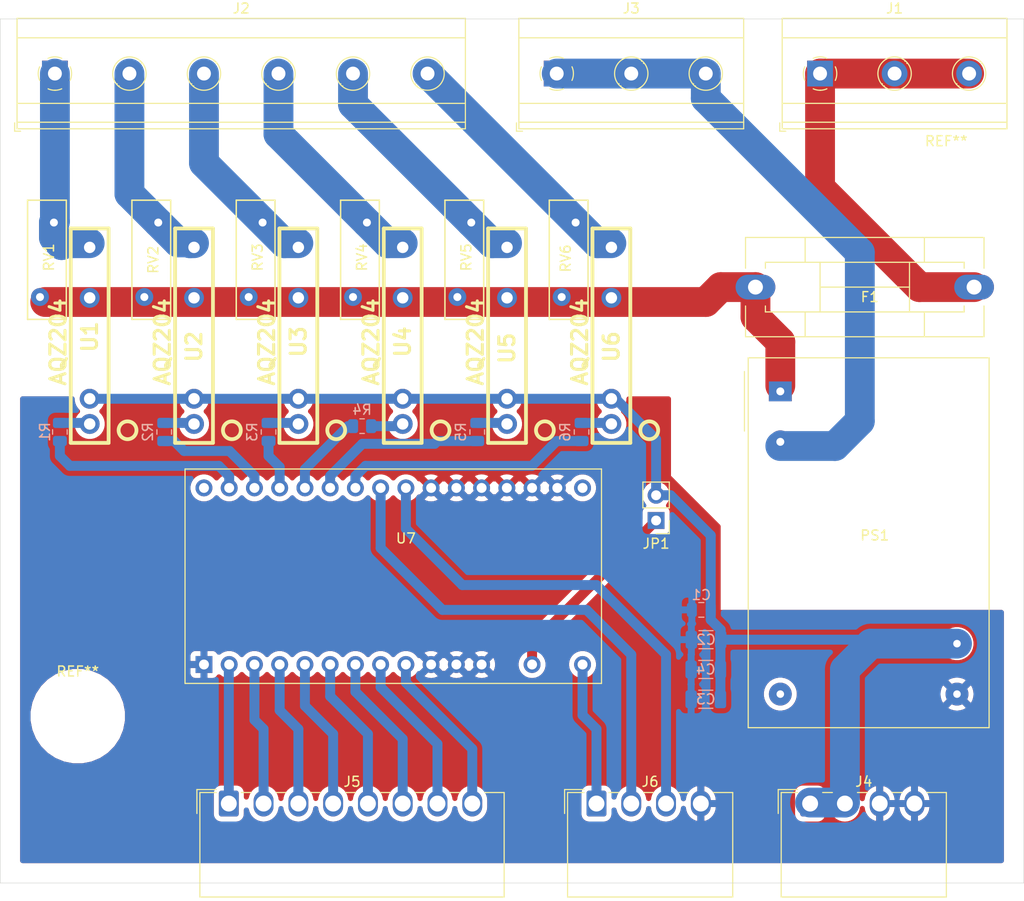
<source format=kicad_pcb>
(kicad_pcb (version 20171130) (host pcbnew 5.1.7-a382d34a8~87~ubuntu18.04.1)

  (general
    (thickness 1.5)
    (drawings 6)
    (tracks 135)
    (zones 0)
    (modules 34)
    (nets 38)
  )

  (page A4)
  (layers
    (0 F.Cu signal)
    (31 B.Cu signal)
    (32 B.Adhes user)
    (33 F.Adhes user)
    (34 B.Paste user)
    (35 F.Paste user)
    (36 B.SilkS user)
    (37 F.SilkS user)
    (38 B.Mask user)
    (39 F.Mask user)
    (40 Dwgs.User user)
    (41 Cmts.User user)
    (42 Eco1.User user)
    (43 Eco2.User user)
    (44 Edge.Cuts user)
    (45 Margin user)
    (46 B.CrtYd user)
    (47 F.CrtYd user)
    (48 B.Fab user hide)
    (49 F.Fab user hide)
  )

  (setup
    (last_trace_width 3)
    (user_trace_width 0.5)
    (user_trace_width 1)
    (user_trace_width 3)
    (trace_clearance 0.5)
    (zone_clearance 0.508)
    (zone_45_only no)
    (trace_min 0.2)
    (via_size 1)
    (via_drill 0.4)
    (via_min_size 0.4)
    (via_min_drill 0.3)
    (uvia_size 0.3)
    (uvia_drill 0.1)
    (uvias_allowed no)
    (uvia_min_size 0.2)
    (uvia_min_drill 0.1)
    (edge_width 0.05)
    (segment_width 0.2)
    (pcb_text_width 0.3)
    (pcb_text_size 1.5 1.5)
    (mod_edge_width 0.12)
    (mod_text_size 1 1)
    (mod_text_width 0.15)
    (pad_size 1.524 1.524)
    (pad_drill 0.762)
    (pad_to_mask_clearance 0)
    (aux_axis_origin 0 0)
    (grid_origin 19 44)
    (visible_elements FFFFFF7F)
    (pcbplotparams
      (layerselection 0x010c0_ffffffff)
      (usegerberextensions false)
      (usegerberattributes true)
      (usegerberadvancedattributes true)
      (creategerberjobfile true)
      (excludeedgelayer true)
      (linewidth 0.100000)
      (plotframeref false)
      (viasonmask false)
      (mode 1)
      (useauxorigin false)
      (hpglpennumber 1)
      (hpglpenspeed 20)
      (hpglpendiameter 15.000000)
      (psnegative false)
      (psa4output false)
      (plotreference true)
      (plotvalue true)
      (plotinvisibletext false)
      (padsonsilk false)
      (subtractmaskfromsilk false)
      (outputformat 1)
      (mirror false)
      (drillshape 0)
      (scaleselection 1)
      (outputdirectory "gerber/"))
  )

  (net 0 "")
  (net 1 /NET_N)
  (net 2 /NET_L)
  (net 3 "Net-(J2-Pad6)")
  (net 4 "Net-(J2-Pad5)")
  (net 5 "Net-(J2-Pad4)")
  (net 6 "Net-(J2-Pad3)")
  (net 7 "Net-(J2-Pad2)")
  (net 8 "Net-(J2-Pad1)")
  (net 9 +3V3)
  (net 10 "Net-(R2-Pad1)")
  (net 11 "Net-(R3-Pad1)")
  (net 12 "Net-(R4-Pad1)")
  (net 13 "Net-(R5-Pad1)")
  (net 14 "Net-(R6-Pad1)")
  (net 15 GND)
  (net 16 "Net-(F1-Pad1)")
  (net 17 "Net-(J5-Pad8)")
  (net 18 "Net-(J5-Pad7)")
  (net 19 "Net-(J5-Pad6)")
  (net 20 "Net-(J5-Pad5)")
  (net 21 "Net-(J5-Pad4)")
  (net 22 "Net-(J5-Pad3)")
  (net 23 "Net-(J5-Pad2)")
  (net 24 "Net-(J5-Pad1)")
  (net 25 "Net-(PS1-Pad5)")
  (net 26 "Net-(J6-Pad3)")
  (net 27 "Net-(J6-Pad2)")
  (net 28 "Net-(J6-Pad1)")
  (net 29 "Net-(JP1-Pad1)")
  (net 30 "Net-(R1-Pad2)")
  (net 31 "Net-(U7-Pad32)")
  (net 32 "Net-(R1-Pad1)")
  (net 33 "Net-(R2-Pad2)")
  (net 34 "Net-(R3-Pad2)")
  (net 35 "Net-(R4-Pad2)")
  (net 36 "Net-(R5-Pad2)")
  (net 37 "Net-(R6-Pad2)")

  (net_class Default "This is the default net class."
    (clearance 0.5)
    (trace_width 0.5)
    (via_dia 1)
    (via_drill 0.4)
    (uvia_dia 0.3)
    (uvia_drill 0.1)
    (add_net +3V3)
    (add_net GND)
    (add_net "Net-(J5-Pad1)")
    (add_net "Net-(J5-Pad2)")
    (add_net "Net-(J5-Pad3)")
    (add_net "Net-(J5-Pad4)")
    (add_net "Net-(J5-Pad5)")
    (add_net "Net-(J5-Pad6)")
    (add_net "Net-(J5-Pad7)")
    (add_net "Net-(J5-Pad8)")
    (add_net "Net-(J6-Pad1)")
    (add_net "Net-(J6-Pad2)")
    (add_net "Net-(J6-Pad3)")
    (add_net "Net-(JP1-Pad1)")
    (add_net "Net-(PS1-Pad5)")
    (add_net "Net-(R1-Pad1)")
    (add_net "Net-(R1-Pad2)")
    (add_net "Net-(R2-Pad1)")
    (add_net "Net-(R2-Pad2)")
    (add_net "Net-(R3-Pad1)")
    (add_net "Net-(R3-Pad2)")
    (add_net "Net-(R4-Pad1)")
    (add_net "Net-(R4-Pad2)")
    (add_net "Net-(R5-Pad1)")
    (add_net "Net-(R5-Pad2)")
    (add_net "Net-(R6-Pad1)")
    (add_net "Net-(R6-Pad2)")
    (add_net "Net-(U7-Pad32)")
  )

  (net_class Line ""
    (clearance 3)
    (trace_width 3)
    (via_dia 2)
    (via_drill 1)
    (uvia_dia 0.3)
    (uvia_drill 0.1)
    (add_net /NET_L)
    (add_net /NET_N)
    (add_net "Net-(F1-Pad1)")
    (add_net "Net-(J2-Pad1)")
    (add_net "Net-(J2-Pad2)")
    (add_net "Net-(J2-Pad3)")
    (add_net "Net-(J2-Pad4)")
    (add_net "Net-(J2-Pad5)")
    (add_net "Net-(J2-Pad6)")
  )

  (module MountingHole:MountingHole_3.5mm (layer F.Cu) (tedit 56D1B4CB) (tstamp 5F8C01A9)
    (at 114.2 60.8)
    (descr "Mounting Hole 3.5mm, no annular")
    (tags "mounting hole 3.5mm no annular")
    (clearance 3)
    (attr virtual)
    (fp_text reference REF** (at 0 -4.5) (layer F.SilkS)
      (effects (font (size 1 1) (thickness 0.15)))
    )
    (fp_text value MountingHole_3.5mm (at 0 4.5) (layer F.Fab)
      (effects (font (size 1 1) (thickness 0.15)))
    )
    (fp_circle (center 0 0) (end 3.75 0) (layer F.CrtYd) (width 0.05))
    (fp_circle (center 0 0) (end 3.5 0) (layer Cmts.User) (width 0.15))
    (fp_text user %R (at 0.3 0) (layer F.Fab)
      (effects (font (size 1 1) (thickness 0.15)))
    )
    (pad 1 np_thru_hole circle (at 0 0) (size 3.5 3.5) (drill 3.5) (layers *.Cu *.Mask))
  )

  (module MountingHole:MountingHole_3.5mm (layer F.Cu) (tedit 56D1B4CB) (tstamp 5F8C018C)
    (at 26.8 114.2)
    (descr "Mounting Hole 3.5mm, no annular")
    (tags "mounting hole 3.5mm no annular")
    (clearance 3)
    (attr virtual)
    (fp_text reference REF** (at 0 -4.5) (layer F.SilkS)
      (effects (font (size 1 1) (thickness 0.15)))
    )
    (fp_text value MountingHole_3.5mm (at 0 4.5) (layer F.Fab)
      (effects (font (size 1 1) (thickness 0.15)))
    )
    (fp_circle (center 0 0) (end 3.75 0) (layer F.CrtYd) (width 0.05))
    (fp_circle (center 0 0) (end 3.5 0) (layer Cmts.User) (width 0.15))
    (fp_text user %R (at 0.3 0) (layer F.Fab)
      (effects (font (size 1 1) (thickness 0.15)))
    )
    (pad 1 np_thru_hole circle (at 0 0) (size 3.5 3.5) (drill 3.5) (layers *.Cu *.Mask))
  )

  (module Resistor_SMD:R_0805_2012Metric (layer B.Cu) (tedit 5F68FEEE) (tstamp 5F8BFB8F)
    (at 55.4125 85 180)
    (descr "Resistor SMD 0805 (2012 Metric), square (rectangular) end terminal, IPC_7351 nominal, (Body size source: IPC-SM-782 page 72, https://www.pcb-3d.com/wordpress/wp-content/uploads/ipc-sm-782a_amendment_1_and_2.pdf), generated with kicad-footprint-generator")
    (tags resistor)
    (path /5F8D70C4)
    (attr smd)
    (fp_text reference R4 (at 0 1.65) (layer B.SilkS)
      (effects (font (size 1 1) (thickness 0.15)) (justify mirror))
    )
    (fp_text value 160 (at 0 -1.65) (layer B.Fab)
      (effects (font (size 1 1) (thickness 0.15)) (justify mirror))
    )
    (fp_line (start 1.68 -0.95) (end -1.68 -0.95) (layer B.CrtYd) (width 0.05))
    (fp_line (start 1.68 0.95) (end 1.68 -0.95) (layer B.CrtYd) (width 0.05))
    (fp_line (start -1.68 0.95) (end 1.68 0.95) (layer B.CrtYd) (width 0.05))
    (fp_line (start -1.68 -0.95) (end -1.68 0.95) (layer B.CrtYd) (width 0.05))
    (fp_line (start -0.227064 -0.735) (end 0.227064 -0.735) (layer B.SilkS) (width 0.12))
    (fp_line (start -0.227064 0.735) (end 0.227064 0.735) (layer B.SilkS) (width 0.12))
    (fp_line (start 1 -0.625) (end -1 -0.625) (layer B.Fab) (width 0.1))
    (fp_line (start 1 0.625) (end 1 -0.625) (layer B.Fab) (width 0.1))
    (fp_line (start -1 0.625) (end 1 0.625) (layer B.Fab) (width 0.1))
    (fp_line (start -1 -0.625) (end -1 0.625) (layer B.Fab) (width 0.1))
    (fp_text user %R (at 0 0) (layer B.Fab)
      (effects (font (size 0.5 0.5) (thickness 0.08)) (justify mirror))
    )
    (pad 2 smd roundrect (at 0.9125 0 180) (size 1.025 1.4) (layers B.Cu B.Paste B.Mask) (roundrect_rratio 0.2439004878048781)
      (net 35 "Net-(R4-Pad2)"))
    (pad 1 smd roundrect (at -0.9125 0 180) (size 1.025 1.4) (layers B.Cu B.Paste B.Mask) (roundrect_rratio 0.2439004878048781)
      (net 12 "Net-(R4-Pad1)"))
    (model ${KISYS3DMOD}/Resistor_SMD.3dshapes/R_0805_2012Metric.wrl
      (at (xyz 0 0 0))
      (scale (xyz 1 1 1))
      (rotate (xyz 0 0 0))
    )
  )

  (module thermodrive:HmIP-MOD-OC8 (layer F.Cu) (tedit 5F8B51BF) (tstamp 5F8BE3C5)
    (at 39.5 109)
    (path /5F8ECDFC)
    (fp_text reference U7 (at 20.32 -12.7) (layer F.SilkS)
      (effects (font (size 1 1) (thickness 0.15)))
    )
    (fp_text value HmIP-MOD-OC8 (at 20.32 -10.16) (layer F.Fab)
      (effects (font (size 1 1) (thickness 0.15)))
    )
    (fp_line (start -1.905 -19.685) (end 40.005 -19.685) (layer F.SilkS) (width 0.12))
    (fp_line (start 40.005 -19.685) (end 40.005 1.905) (layer F.SilkS) (width 0.12))
    (fp_line (start 40.005 1.905) (end -1.905 1.905) (layer F.SilkS) (width 0.12))
    (fp_line (start -1.905 1.905) (end -1.905 -19.685) (layer F.SilkS) (width 0.12))
    (pad 32 thru_hole circle (at 0 -17.78) (size 1.7 1.7) (drill 1) (layers *.Cu *.Mask)
      (net 31 "Net-(U7-Pad32)"))
    (pad 31 thru_hole circle (at 2.54 -17.78) (size 1.7 1.7) (drill 1) (layers *.Cu *.Mask)
      (net 32 "Net-(R1-Pad1)"))
    (pad 30 thru_hole circle (at 5.08 -17.78) (size 1.7 1.7) (drill 1) (layers *.Cu *.Mask)
      (net 33 "Net-(R2-Pad2)"))
    (pad 29 thru_hole circle (at 7.62 -17.78) (size 1.7 1.7) (drill 1) (layers *.Cu *.Mask)
      (net 34 "Net-(R3-Pad2)"))
    (pad 28 thru_hole circle (at 10.16 -17.78) (size 1.7 1.7) (drill 1) (layers *.Cu *.Mask)
      (net 35 "Net-(R4-Pad2)"))
    (pad 27 thru_hole circle (at 12.7 -17.78) (size 1.7 1.7) (drill 1) (layers *.Cu *.Mask)
      (net 36 "Net-(R5-Pad2)"))
    (pad 26 thru_hole circle (at 15.24 -17.78) (size 1.7 1.7) (drill 1) (layers *.Cu *.Mask)
      (net 37 "Net-(R6-Pad2)"))
    (pad 25 thru_hole circle (at 17.78 -17.78) (size 1.7 1.7) (drill 1) (layers *.Cu *.Mask)
      (net 27 "Net-(J6-Pad2)"))
    (pad 24 thru_hole circle (at 20.32 -17.78) (size 1.7 1.7) (drill 1) (layers *.Cu *.Mask)
      (net 26 "Net-(J6-Pad3)"))
    (pad 23 thru_hole circle (at 22.86 -17.78) (size 1.7 1.7) (drill 1) (layers *.Cu *.Mask)
      (net 15 GND))
    (pad 22 thru_hole circle (at 25.4 -17.78) (size 1.7 1.7) (drill 1) (layers *.Cu *.Mask)
      (net 15 GND))
    (pad 21 thru_hole circle (at 27.94 -17.78) (size 1.7 1.7) (drill 1) (layers *.Cu *.Mask)
      (net 15 GND))
    (pad 20 thru_hole circle (at 30.48 -17.78) (size 1.7 1.7) (drill 1) (layers *.Cu *.Mask)
      (net 15 GND))
    (pad 19 thru_hole circle (at 33.02 -17.78) (size 1.7 1.7) (drill 1) (layers *.Cu *.Mask)
      (net 15 GND))
    (pad 18 thru_hole circle (at 35.56 -17.78) (size 1.7 1.7) (drill 1) (layers *.Cu *.Mask)
      (net 15 GND))
    (pad 17 thru_hole circle (at 38.1 -17.78) (size 1.7 1.7) (drill 1) (layers *.Cu *.Mask))
    (pad 16 thru_hole circle (at 38.1 0) (size 1.7 1.7) (drill 1) (layers *.Cu *.Mask)
      (net 28 "Net-(J6-Pad1)"))
    (pad 14 thru_hole circle (at 33.02 0) (size 1.7 1.7) (drill 1) (layers *.Cu *.Mask)
      (net 29 "Net-(JP1-Pad1)"))
    (pad 12 thru_hole circle (at 27.94 0) (size 1.7 1.7) (drill 1) (layers *.Cu *.Mask)
      (net 15 GND))
    (pad 11 thru_hole circle (at 25.4 0) (size 1.7 1.7) (drill 1) (layers *.Cu *.Mask)
      (net 15 GND))
    (pad 10 thru_hole circle (at 22.86 0) (size 1.7 1.7) (drill 1) (layers *.Cu *.Mask)
      (net 15 GND))
    (pad 9 thru_hole circle (at 20.32 0) (size 1.7 1.7) (drill 1) (layers *.Cu *.Mask)
      (net 17 "Net-(J5-Pad8)"))
    (pad 8 thru_hole circle (at 17.78 0) (size 1.7 1.7) (drill 1) (layers *.Cu *.Mask)
      (net 18 "Net-(J5-Pad7)"))
    (pad 7 thru_hole circle (at 15.24 0) (size 1.7 1.7) (drill 1) (layers *.Cu *.Mask)
      (net 19 "Net-(J5-Pad6)"))
    (pad 6 thru_hole circle (at 12.7 0) (size 1.7 1.7) (drill 1) (layers *.Cu *.Mask)
      (net 20 "Net-(J5-Pad5)"))
    (pad 5 thru_hole circle (at 10.16 0) (size 1.7 1.7) (drill 1) (layers *.Cu *.Mask)
      (net 21 "Net-(J5-Pad4)"))
    (pad 4 thru_hole circle (at 7.62 0) (size 1.7 1.7) (drill 1) (layers *.Cu *.Mask)
      (net 22 "Net-(J5-Pad3)"))
    (pad 3 thru_hole circle (at 5.08 0) (size 1.7 1.7) (drill 1) (layers *.Cu *.Mask)
      (net 23 "Net-(J5-Pad2)"))
    (pad 2 thru_hole circle (at 2.54 0) (size 1.7 1.7) (drill 1) (layers *.Cu *.Mask)
      (net 24 "Net-(J5-Pad1)"))
    (pad 1 thru_hole rect (at 0 0) (size 1.7 1.7) (drill 1) (layers *.Cu *.Mask)
      (net 15 GND))
  )

  (module Connector_PinHeader_2.54mm:PinHeader_1x02_P2.54mm_Vertical (layer F.Cu) (tedit 59FED5CC) (tstamp 5F8BE145)
    (at 85 94.5 180)
    (descr "Through hole straight pin header, 1x02, 2.54mm pitch, single row")
    (tags "Through hole pin header THT 1x02 2.54mm single row")
    (path /5F909AF7)
    (fp_text reference JP1 (at 0 -2.33) (layer F.SilkS)
      (effects (font (size 1 1) (thickness 0.15)))
    )
    (fp_text value Jumper_2_Bridged (at 0 4.87) (layer F.Fab)
      (effects (font (size 1 1) (thickness 0.15)))
    )
    (fp_line (start -0.635 -1.27) (end 1.27 -1.27) (layer F.Fab) (width 0.1))
    (fp_line (start 1.27 -1.27) (end 1.27 3.81) (layer F.Fab) (width 0.1))
    (fp_line (start 1.27 3.81) (end -1.27 3.81) (layer F.Fab) (width 0.1))
    (fp_line (start -1.27 3.81) (end -1.27 -0.635) (layer F.Fab) (width 0.1))
    (fp_line (start -1.27 -0.635) (end -0.635 -1.27) (layer F.Fab) (width 0.1))
    (fp_line (start -1.33 3.87) (end 1.33 3.87) (layer F.SilkS) (width 0.12))
    (fp_line (start -1.33 1.27) (end -1.33 3.87) (layer F.SilkS) (width 0.12))
    (fp_line (start 1.33 1.27) (end 1.33 3.87) (layer F.SilkS) (width 0.12))
    (fp_line (start -1.33 1.27) (end 1.33 1.27) (layer F.SilkS) (width 0.12))
    (fp_line (start -1.33 0) (end -1.33 -1.33) (layer F.SilkS) (width 0.12))
    (fp_line (start -1.33 -1.33) (end 0 -1.33) (layer F.SilkS) (width 0.12))
    (fp_line (start -1.8 -1.8) (end -1.8 4.35) (layer F.CrtYd) (width 0.05))
    (fp_line (start -1.8 4.35) (end 1.8 4.35) (layer F.CrtYd) (width 0.05))
    (fp_line (start 1.8 4.35) (end 1.8 -1.8) (layer F.CrtYd) (width 0.05))
    (fp_line (start 1.8 -1.8) (end -1.8 -1.8) (layer F.CrtYd) (width 0.05))
    (fp_text user %R (at 0 1.27 90) (layer F.Fab)
      (effects (font (size 1 1) (thickness 0.15)))
    )
    (pad 2 thru_hole oval (at 0 2.54 180) (size 1.7 1.7) (drill 1) (layers *.Cu *.Mask)
      (net 9 +3V3))
    (pad 1 thru_hole rect (at 0 0 180) (size 1.7 1.7) (drill 1) (layers *.Cu *.Mask)
      (net 29 "Net-(JP1-Pad1)"))
    (model ${KISYS3DMOD}/Connector_PinHeader_2.54mm.3dshapes/PinHeader_1x02_P2.54mm_Vertical.wrl
      (at (xyz 0 0 0))
      (scale (xyz 1 1 1))
      (rotate (xyz 0 0 0))
    )
  )

  (module Connector_Wago:Wago_734-164_1x04_P3.50mm_Horizontal (layer F.Cu) (tedit 5B788D97) (tstamp 5F8BE12F)
    (at 79 123)
    (descr "Molex 734 Male header (for PCBs); Angled solder pin 1 x 1 mm, 734-164 , 4 Pins (http://www.farnell.com/datasheets/2157639.pdf), generated with kicad-footprint-generator")
    (tags "connector Wago  top entry")
    (path /5F91F473)
    (fp_text reference J6 (at 5.4 -2.2) (layer F.SilkS)
      (effects (font (size 1 1) (thickness 0.15)))
    )
    (fp_text value "WAGO 734-164" (at 5.4 10.5) (layer F.Fab)
      (effects (font (size 1 1) (thickness 0.15)))
    )
    (fp_line (start -2.8 -1) (end -2.8 9.3) (layer F.Fab) (width 0.1))
    (fp_line (start -2.8 9.3) (end 13.6 9.3) (layer F.Fab) (width 0.1))
    (fp_line (start 13.6 9.3) (end 13.6 -1) (layer F.Fab) (width 0.1))
    (fp_line (start 13.6 -1) (end -2.8 -1) (layer F.Fab) (width 0.1))
    (fp_line (start -1.26 -1.11) (end -2.91 -1.11) (layer F.SilkS) (width 0.12))
    (fp_line (start -2.91 -1.11) (end -2.91 9.41) (layer F.SilkS) (width 0.12))
    (fp_line (start -2.91 9.41) (end 13.71 9.41) (layer F.SilkS) (width 0.12))
    (fp_line (start 13.71 9.41) (end 13.71 -1.11) (layer F.SilkS) (width 0.12))
    (fp_line (start 13.71 -1.11) (end 11.76 -1.11) (layer F.SilkS) (width 0.12))
    (fp_line (start 1.26 -1.11) (end 2.24 -1.11) (layer F.SilkS) (width 0.12))
    (fp_line (start 4.76 -1.11) (end 5.74 -1.11) (layer F.SilkS) (width 0.12))
    (fp_line (start 8.26 -1.11) (end 9.24 -1.11) (layer F.SilkS) (width 0.12))
    (fp_line (start -3.21 1) (end -3.21 -1.41) (layer F.SilkS) (width 0.12))
    (fp_line (start -3.21 -1.41) (end -1.26 -1.41) (layer F.SilkS) (width 0.12))
    (fp_line (start -0.5 -1) (end 0 -0.292893) (layer F.Fab) (width 0.1))
    (fp_line (start 0 -0.292893) (end 0.5 -1) (layer F.Fab) (width 0.1))
    (fp_line (start -3.3 -1.5) (end -3.3 9.8) (layer F.CrtYd) (width 0.05))
    (fp_line (start -3.3 9.8) (end 14.1 9.8) (layer F.CrtYd) (width 0.05))
    (fp_line (start 14.1 9.8) (end 14.1 -1.5) (layer F.CrtYd) (width 0.05))
    (fp_line (start 14.1 -1.5) (end -3.3 -1.5) (layer F.CrtYd) (width 0.05))
    (fp_text user %R (at 5.4 8.6) (layer F.Fab)
      (effects (font (size 1 1) (thickness 0.15)))
    )
    (pad 4 thru_hole oval (at 10.5 0) (size 2 2.6) (drill 1.6) (layers *.Cu *.Mask)
      (net 15 GND))
    (pad 3 thru_hole oval (at 7 0) (size 2 2.6) (drill 1.6) (layers *.Cu *.Mask)
      (net 26 "Net-(J6-Pad3)"))
    (pad 2 thru_hole oval (at 3.5 0) (size 2 2.6) (drill 1.6) (layers *.Cu *.Mask)
      (net 27 "Net-(J6-Pad2)"))
    (pad 1 thru_hole roundrect (at 0 0) (size 2 2.6) (drill 1.6) (layers *.Cu *.Mask) (roundrect_rratio 0.125)
      (net 28 "Net-(J6-Pad1)"))
    (model ${KISYS3DMOD}/Connector_Wago.3dshapes/Wago_734-164_1x04_P3.50mm_Horizontal.wrl
      (at (xyz 0 0 0))
      (scale (xyz 1 1 1))
      (rotate (xyz 0 0 0))
    )
  )

  (module Capacitor_SMD:C_1206_3216Metric (layer B.Cu) (tedit 5F68FEEE) (tstamp 5F8BDECE)
    (at 90 109.5 180)
    (descr "Capacitor SMD 1206 (3216 Metric), square (rectangular) end terminal, IPC_7351 nominal, (Body size source: IPC-SM-782 page 76, https://www.pcb-3d.com/wordpress/wp-content/uploads/ipc-sm-782a_amendment_1_and_2.pdf), generated with kicad-footprint-generator")
    (tags capacitor)
    (path /5F940396)
    (attr smd)
    (fp_text reference C4 (at 0 0) (layer B.SilkS)
      (effects (font (size 1 1) (thickness 0.15)) (justify mirror))
    )
    (fp_text value "10µ 25V" (at 0 -1.85) (layer B.Fab)
      (effects (font (size 1 1) (thickness 0.15)) (justify mirror))
    )
    (fp_line (start -1.6 -0.8) (end -1.6 0.8) (layer B.Fab) (width 0.1))
    (fp_line (start -1.6 0.8) (end 1.6 0.8) (layer B.Fab) (width 0.1))
    (fp_line (start 1.6 0.8) (end 1.6 -0.8) (layer B.Fab) (width 0.1))
    (fp_line (start 1.6 -0.8) (end -1.6 -0.8) (layer B.Fab) (width 0.1))
    (fp_line (start -0.711252 0.91) (end 0.711252 0.91) (layer B.SilkS) (width 0.12))
    (fp_line (start -0.711252 -0.91) (end 0.711252 -0.91) (layer B.SilkS) (width 0.12))
    (fp_line (start -2.3 -1.15) (end -2.3 1.15) (layer B.CrtYd) (width 0.05))
    (fp_line (start -2.3 1.15) (end 2.3 1.15) (layer B.CrtYd) (width 0.05))
    (fp_line (start 2.3 1.15) (end 2.3 -1.15) (layer B.CrtYd) (width 0.05))
    (fp_line (start 2.3 -1.15) (end -2.3 -1.15) (layer B.CrtYd) (width 0.05))
    (fp_text user %R (at 0 0) (layer B.Fab)
      (effects (font (size 0.8 0.8) (thickness 0.12)) (justify mirror))
    )
    (pad 2 smd roundrect (at 1.475 0 180) (size 1.15 1.8) (layers B.Cu B.Paste B.Mask) (roundrect_rratio 0.2173904347826087)
      (net 15 GND))
    (pad 1 smd roundrect (at -1.475 0 180) (size 1.15 1.8) (layers B.Cu B.Paste B.Mask) (roundrect_rratio 0.2173904347826087)
      (net 9 +3V3))
    (model ${KISYS3DMOD}/Capacitor_SMD.3dshapes/C_1206_3216Metric.wrl
      (at (xyz 0 0 0))
      (scale (xyz 1 1 1))
      (rotate (xyz 0 0 0))
    )
  )

  (module Capacitor_SMD:C_1206_3216Metric (layer B.Cu) (tedit 5F68FEEE) (tstamp 5F8BDEBD)
    (at 90 112.5 180)
    (descr "Capacitor SMD 1206 (3216 Metric), square (rectangular) end terminal, IPC_7351 nominal, (Body size source: IPC-SM-782 page 76, https://www.pcb-3d.com/wordpress/wp-content/uploads/ipc-sm-782a_amendment_1_and_2.pdf), generated with kicad-footprint-generator")
    (tags capacitor)
    (path /5F94066E)
    (attr smd)
    (fp_text reference C3 (at 0 0) (layer B.SilkS)
      (effects (font (size 1 1) (thickness 0.15)) (justify mirror))
    )
    (fp_text value "10µ 25V" (at 0 -1.85) (layer B.Fab)
      (effects (font (size 1 1) (thickness 0.15)) (justify mirror))
    )
    (fp_line (start -1.6 -0.8) (end -1.6 0.8) (layer B.Fab) (width 0.1))
    (fp_line (start -1.6 0.8) (end 1.6 0.8) (layer B.Fab) (width 0.1))
    (fp_line (start 1.6 0.8) (end 1.6 -0.8) (layer B.Fab) (width 0.1))
    (fp_line (start 1.6 -0.8) (end -1.6 -0.8) (layer B.Fab) (width 0.1))
    (fp_line (start -0.711252 0.91) (end 0.711252 0.91) (layer B.SilkS) (width 0.12))
    (fp_line (start -0.711252 -0.91) (end 0.711252 -0.91) (layer B.SilkS) (width 0.12))
    (fp_line (start -2.3 -1.15) (end -2.3 1.15) (layer B.CrtYd) (width 0.05))
    (fp_line (start -2.3 1.15) (end 2.3 1.15) (layer B.CrtYd) (width 0.05))
    (fp_line (start 2.3 1.15) (end 2.3 -1.15) (layer B.CrtYd) (width 0.05))
    (fp_line (start 2.3 -1.15) (end -2.3 -1.15) (layer B.CrtYd) (width 0.05))
    (fp_text user %R (at 0 0) (layer B.Fab)
      (effects (font (size 0.8 0.8) (thickness 0.12)) (justify mirror))
    )
    (pad 2 smd roundrect (at 1.475 0 180) (size 1.15 1.8) (layers B.Cu B.Paste B.Mask) (roundrect_rratio 0.2173904347826087)
      (net 15 GND))
    (pad 1 smd roundrect (at -1.475 0 180) (size 1.15 1.8) (layers B.Cu B.Paste B.Mask) (roundrect_rratio 0.2173904347826087)
      (net 9 +3V3))
    (model ${KISYS3DMOD}/Capacitor_SMD.3dshapes/C_1206_3216Metric.wrl
      (at (xyz 0 0 0))
      (scale (xyz 1 1 1))
      (rotate (xyz 0 0 0))
    )
  )

  (module Capacitor_SMD:C_1206_3216Metric (layer B.Cu) (tedit 5F68FEEE) (tstamp 5F8BDEAC)
    (at 90.025 106.5 180)
    (descr "Capacitor SMD 1206 (3216 Metric), square (rectangular) end terminal, IPC_7351 nominal, (Body size source: IPC-SM-782 page 76, https://www.pcb-3d.com/wordpress/wp-content/uploads/ipc-sm-782a_amendment_1_and_2.pdf), generated with kicad-footprint-generator")
    (tags capacitor)
    (path /5F940B7B)
    (attr smd)
    (fp_text reference C2 (at 0 0) (layer B.SilkS)
      (effects (font (size 1 1) (thickness 0.15)) (justify mirror))
    )
    (fp_text value "10µ 25V" (at 0 -1.85) (layer B.Fab)
      (effects (font (size 1 1) (thickness 0.15)) (justify mirror))
    )
    (fp_line (start -1.6 -0.8) (end -1.6 0.8) (layer B.Fab) (width 0.1))
    (fp_line (start -1.6 0.8) (end 1.6 0.8) (layer B.Fab) (width 0.1))
    (fp_line (start 1.6 0.8) (end 1.6 -0.8) (layer B.Fab) (width 0.1))
    (fp_line (start 1.6 -0.8) (end -1.6 -0.8) (layer B.Fab) (width 0.1))
    (fp_line (start -0.711252 0.91) (end 0.711252 0.91) (layer B.SilkS) (width 0.12))
    (fp_line (start -0.711252 -0.91) (end 0.711252 -0.91) (layer B.SilkS) (width 0.12))
    (fp_line (start -2.3 -1.15) (end -2.3 1.15) (layer B.CrtYd) (width 0.05))
    (fp_line (start -2.3 1.15) (end 2.3 1.15) (layer B.CrtYd) (width 0.05))
    (fp_line (start 2.3 1.15) (end 2.3 -1.15) (layer B.CrtYd) (width 0.05))
    (fp_line (start 2.3 -1.15) (end -2.3 -1.15) (layer B.CrtYd) (width 0.05))
    (fp_text user %R (at 0 0) (layer B.Fab)
      (effects (font (size 0.8 0.8) (thickness 0.12)) (justify mirror))
    )
    (pad 2 smd roundrect (at 1.475 0 180) (size 1.15 1.8) (layers B.Cu B.Paste B.Mask) (roundrect_rratio 0.2173904347826087)
      (net 15 GND))
    (pad 1 smd roundrect (at -1.475 0 180) (size 1.15 1.8) (layers B.Cu B.Paste B.Mask) (roundrect_rratio 0.2173904347826087)
      (net 9 +3V3))
    (model ${KISYS3DMOD}/Capacitor_SMD.3dshapes/C_1206_3216Metric.wrl
      (at (xyz 0 0 0))
      (scale (xyz 1 1 1))
      (rotate (xyz 0 0 0))
    )
  )

  (module Varistor:RV_Disc_D12mm_W3.9mm_P7.5mm (layer F.Cu) (tedit 5A0F68DF) (tstamp 5F8B5D25)
    (at 75.5 72 90)
    (descr "Varistor, diameter 12mm, width 3.9mm, pitch 7.5mm")
    (tags "varistor SIOV")
    (path /5F89C615)
    (fp_text reference RV6 (at 3.89 0.4 90) (layer F.SilkS)
      (effects (font (size 1 1) (thickness 0.15)))
    )
    (fp_text value B72210P2271K101 (at 3.75 -2.25 90) (layer F.Fab)
      (effects (font (size 1 1) (thickness 0.15)))
    )
    (fp_line (start -2.25 -1.25) (end -2.25 2.65) (layer F.Fab) (width 0.1))
    (fp_line (start 9.75 -1.25) (end 9.75 2.65) (layer F.Fab) (width 0.1))
    (fp_line (start -2.25 -1.25) (end 9.75 -1.25) (layer F.Fab) (width 0.1))
    (fp_line (start -2.25 2.65) (end 9.75 2.65) (layer F.Fab) (width 0.1))
    (fp_line (start -2.25 -1.25) (end -2.25 2.65) (layer F.SilkS) (width 0.15))
    (fp_line (start 9.75 -1.25) (end 9.75 2.65) (layer F.SilkS) (width 0.15))
    (fp_line (start -2.25 -1.25) (end 9.75 -1.25) (layer F.SilkS) (width 0.15))
    (fp_line (start -2.25 2.65) (end 9.75 2.65) (layer F.SilkS) (width 0.15))
    (fp_line (start -2.5 -1.5) (end -2.5 2.9) (layer F.CrtYd) (width 0.05))
    (fp_line (start 10 -1.5) (end 10 2.9) (layer F.CrtYd) (width 0.05))
    (fp_line (start -2.5 -1.5) (end 10 -1.5) (layer F.CrtYd) (width 0.05))
    (fp_line (start -2.5 2.9) (end 10 2.9) (layer F.CrtYd) (width 0.05))
    (fp_text user %R (at 3.75 0.7 90) (layer F.Fab)
      (effects (font (size 1 1) (thickness 0.15)))
    )
    (pad 2 thru_hole circle (at 7.5 1.4 90) (size 1.8 1.8) (drill 0.8) (layers *.Cu *.Mask)
      (net 3 "Net-(J2-Pad6)"))
    (pad 1 thru_hole circle (at 0 0 90) (size 1.8 1.8) (drill 0.8) (layers *.Cu *.Mask)
      (net 2 /NET_L))
    (model ${KISYS3DMOD}/Varistor.3dshapes/RV_Disc_D12mm_W3.9mm_P7.5mm.wrl
      (at (xyz 0 0 0))
      (scale (xyz 1 1 1))
      (rotate (xyz 0 0 0))
    )
  )

  (module Converter_ACDC:Converter_ACDC_MeanWell_IRM-03-xx_THT (layer F.Cu) (tedit 5C747753) (tstamp 5F8B63A4)
    (at 97.5 81.5)
    (descr "ACDC-Converter, 3W, Meanwell, IRM-03, THT, https://www.meanwell.com/Upload/PDF/IRM-03/IRM-03-SPEC.PDF")
    (tags "ACDC-Converter 3W THT")
    (path /5F8C947B)
    (fp_text reference PS1 (at 9.5 14.5) (layer F.SilkS)
      (effects (font (size 1 1) (thickness 0.15)))
    )
    (fp_text value IRM-03-3.3 (at 8.89 16.24) (layer F.Fab)
      (effects (font (size 1 1) (thickness 0.15)))
    )
    (fp_line (start 21.14 -3.51) (end -3.36 -3.51) (layer F.CrtYd) (width 0.05))
    (fp_line (start -3.36 -3.51) (end -3.36 33.99) (layer F.CrtYd) (width 0.05))
    (fp_line (start 21.14 33.99) (end -3.36 33.99) (layer F.CrtYd) (width 0.05))
    (fp_line (start 21.14 -3.51) (end 21.14 33.99) (layer F.CrtYd) (width 0.05))
    (fp_line (start 21.01 -3.38) (end -3.23 -3.38) (layer F.SilkS) (width 0.12))
    (fp_line (start -3.23 33.86) (end 21.01 33.86) (layer F.SilkS) (width 0.12))
    (fp_line (start -3.23 -3.38) (end -3.23 33.86) (layer F.SilkS) (width 0.12))
    (fp_line (start 21.01 -3.38) (end 21.01 33.86) (layer F.SilkS) (width 0.12))
    (fp_line (start 20.89 -3.26) (end 20.89 33.74) (layer F.Fab) (width 0.1))
    (fp_line (start 20.89 33.74) (end -3.11 33.74) (layer F.Fab) (width 0.1))
    (fp_line (start 20.89 -3.26) (end -3.11 -3.26) (layer F.Fab) (width 0.1))
    (fp_line (start -3.11 1) (end -3.11 33.74) (layer F.Fab) (width 0.1))
    (fp_line (start -3.11 -1) (end -3.11 -3.26) (layer F.Fab) (width 0.1))
    (fp_line (start -2.11 0) (end -3.11 -1) (layer F.Fab) (width 0.1))
    (fp_line (start -3.11 1) (end -2.11 0) (layer F.Fab) (width 0.1))
    (fp_line (start -3.61 -2) (end -3.61 4) (layer F.SilkS) (width 0.12))
    (fp_text user %R (at 8.89 14.24) (layer F.Fab)
      (effects (font (size 1 1) (thickness 0.15)))
    )
    (pad 16 thru_hole circle (at 17.78 25.4) (size 2.3 2.3) (drill 0.76) (layers *.Cu *.Mask)
      (net 9 +3V3))
    (pad 14 thru_hole circle (at 17.78 30.48) (size 2.3 2.3) (drill 0.76) (layers *.Cu *.Mask)
      (net 15 GND))
    (pad 3 thru_hole circle (at 0 5.08) (size 2.3 2.3) (drill 0.8) (layers *.Cu *.Mask)
      (net 1 /NET_N))
    (pad 1 thru_hole rect (at 0 0) (size 2.3 2) (drill 0.8) (layers *.Cu *.Mask)
      (net 2 /NET_L))
    (pad 5 thru_hole circle (at 0 30.48) (size 2.3 2.3) (drill 0.76) (layers *.Cu *.Mask)
      (net 25 "Net-(PS1-Pad5)"))
    (model ${KISYS3DMOD}/Converter_ACDC.3dshapes/Converter_ACDC_MeanWell_IRM-03-xx_THT.wrl
      (offset (xyz 0 -30.5 0))
      (scale (xyz 1 1 1))
      (rotate (xyz 0 0 -90))
    )
  )

  (module Connector_Wago:Wago_734-168_1x08_P3.50mm_Horizontal (layer F.Cu) (tedit 5B788D97) (tstamp 5F8C67F1)
    (at 42 123)
    (descr "Molex 734 Male header (for PCBs); Angled solder pin 1 x 1 mm, 734-168 , 8 Pins (http://www.farnell.com/datasheets/2157639.pdf), generated with kicad-footprint-generator")
    (tags "connector Wago  top entry")
    (path /5F8F1EF4)
    (fp_text reference J5 (at 12.4 -2.2) (layer F.SilkS)
      (effects (font (size 1 1) (thickness 0.15)))
    )
    (fp_text value "WAGO 734-168" (at 12.4 10.5) (layer F.Fab)
      (effects (font (size 1 1) (thickness 0.15)))
    )
    (fp_line (start -2.8 -1) (end -2.8 9.3) (layer F.Fab) (width 0.1))
    (fp_line (start -2.8 9.3) (end 27.6 9.3) (layer F.Fab) (width 0.1))
    (fp_line (start 27.6 9.3) (end 27.6 -1) (layer F.Fab) (width 0.1))
    (fp_line (start 27.6 -1) (end -2.8 -1) (layer F.Fab) (width 0.1))
    (fp_line (start -1.26 -1.11) (end -2.91 -1.11) (layer F.SilkS) (width 0.12))
    (fp_line (start -2.91 -1.11) (end -2.91 9.41) (layer F.SilkS) (width 0.12))
    (fp_line (start -2.91 9.41) (end 27.71 9.41) (layer F.SilkS) (width 0.12))
    (fp_line (start 27.71 9.41) (end 27.71 -1.11) (layer F.SilkS) (width 0.12))
    (fp_line (start 27.71 -1.11) (end 25.76 -1.11) (layer F.SilkS) (width 0.12))
    (fp_line (start 1.26 -1.11) (end 2.24 -1.11) (layer F.SilkS) (width 0.12))
    (fp_line (start 4.76 -1.11) (end 5.74 -1.11) (layer F.SilkS) (width 0.12))
    (fp_line (start 8.26 -1.11) (end 9.24 -1.11) (layer F.SilkS) (width 0.12))
    (fp_line (start 11.76 -1.11) (end 12.74 -1.11) (layer F.SilkS) (width 0.12))
    (fp_line (start 15.26 -1.11) (end 16.24 -1.11) (layer F.SilkS) (width 0.12))
    (fp_line (start 18.76 -1.11) (end 19.74 -1.11) (layer F.SilkS) (width 0.12))
    (fp_line (start 22.26 -1.11) (end 23.24 -1.11) (layer F.SilkS) (width 0.12))
    (fp_line (start -3.21 1) (end -3.21 -1.41) (layer F.SilkS) (width 0.12))
    (fp_line (start -3.21 -1.41) (end -1.26 -1.41) (layer F.SilkS) (width 0.12))
    (fp_line (start -0.5 -1) (end 0 -0.292893) (layer F.Fab) (width 0.1))
    (fp_line (start 0 -0.292893) (end 0.5 -1) (layer F.Fab) (width 0.1))
    (fp_line (start -3.3 -1.5) (end -3.3 9.8) (layer F.CrtYd) (width 0.05))
    (fp_line (start -3.3 9.8) (end 28.1 9.8) (layer F.CrtYd) (width 0.05))
    (fp_line (start 28.1 9.8) (end 28.1 -1.5) (layer F.CrtYd) (width 0.05))
    (fp_line (start 28.1 -1.5) (end -3.3 -1.5) (layer F.CrtYd) (width 0.05))
    (fp_text user %R (at 12.4 8.6) (layer F.Fab)
      (effects (font (size 1 1) (thickness 0.15)))
    )
    (pad 8 thru_hole oval (at 24.5 0) (size 2 2.6) (drill 1.6) (layers *.Cu *.Mask)
      (net 17 "Net-(J5-Pad8)"))
    (pad 7 thru_hole oval (at 21 0) (size 2 2.6) (drill 1.6) (layers *.Cu *.Mask)
      (net 18 "Net-(J5-Pad7)"))
    (pad 6 thru_hole oval (at 17.5 0) (size 2 2.6) (drill 1.6) (layers *.Cu *.Mask)
      (net 19 "Net-(J5-Pad6)"))
    (pad 5 thru_hole oval (at 14 0) (size 2 2.6) (drill 1.6) (layers *.Cu *.Mask)
      (net 20 "Net-(J5-Pad5)"))
    (pad 4 thru_hole oval (at 10.5 0) (size 2 2.6) (drill 1.6) (layers *.Cu *.Mask)
      (net 21 "Net-(J5-Pad4)"))
    (pad 3 thru_hole oval (at 7 0) (size 2 2.6) (drill 1.6) (layers *.Cu *.Mask)
      (net 22 "Net-(J5-Pad3)"))
    (pad 2 thru_hole oval (at 3.5 0) (size 2 2.6) (drill 1.6) (layers *.Cu *.Mask)
      (net 23 "Net-(J5-Pad2)"))
    (pad 1 thru_hole roundrect (at 0 0) (size 2 2.6) (drill 1.6) (layers *.Cu *.Mask) (roundrect_rratio 0.125)
      (net 24 "Net-(J5-Pad1)"))
    (model ${KISYS3DMOD}/Connector_Wago.3dshapes/Wago_734-168_1x08_P3.50mm_Horizontal.wrl
      (at (xyz 0 0 0))
      (scale (xyz 1 1 1))
      (rotate (xyz 0 0 0))
    )
  )

  (module Connector_Wago:Wago_734-164_1x04_P3.50mm_Horizontal (layer F.Cu) (tedit 5B788D97) (tstamp 5F8C688F)
    (at 100.5 123)
    (descr "Molex 734 Male header (for PCBs); Angled solder pin 1 x 1 mm, 734-164 , 4 Pins (http://www.farnell.com/datasheets/2157639.pdf), generated with kicad-footprint-generator")
    (tags "connector Wago  top entry")
    (path /5F8F095B)
    (fp_text reference J4 (at 5.4 -2.2) (layer F.SilkS)
      (effects (font (size 1 1) (thickness 0.15)))
    )
    (fp_text value "WAGO 734-164" (at 5.4 10.5) (layer F.Fab)
      (effects (font (size 1 1) (thickness 0.15)))
    )
    (fp_line (start -2.8 -1) (end -2.8 9.3) (layer F.Fab) (width 0.1))
    (fp_line (start -2.8 9.3) (end 13.6 9.3) (layer F.Fab) (width 0.1))
    (fp_line (start 13.6 9.3) (end 13.6 -1) (layer F.Fab) (width 0.1))
    (fp_line (start 13.6 -1) (end -2.8 -1) (layer F.Fab) (width 0.1))
    (fp_line (start -1.26 -1.11) (end -2.91 -1.11) (layer F.SilkS) (width 0.12))
    (fp_line (start -2.91 -1.11) (end -2.91 9.41) (layer F.SilkS) (width 0.12))
    (fp_line (start -2.91 9.41) (end 13.71 9.41) (layer F.SilkS) (width 0.12))
    (fp_line (start 13.71 9.41) (end 13.71 -1.11) (layer F.SilkS) (width 0.12))
    (fp_line (start 13.71 -1.11) (end 11.76 -1.11) (layer F.SilkS) (width 0.12))
    (fp_line (start 1.26 -1.11) (end 2.24 -1.11) (layer F.SilkS) (width 0.12))
    (fp_line (start 4.76 -1.11) (end 5.74 -1.11) (layer F.SilkS) (width 0.12))
    (fp_line (start 8.26 -1.11) (end 9.24 -1.11) (layer F.SilkS) (width 0.12))
    (fp_line (start -3.21 1) (end -3.21 -1.41) (layer F.SilkS) (width 0.12))
    (fp_line (start -3.21 -1.41) (end -1.26 -1.41) (layer F.SilkS) (width 0.12))
    (fp_line (start -0.5 -1) (end 0 -0.292893) (layer F.Fab) (width 0.1))
    (fp_line (start 0 -0.292893) (end 0.5 -1) (layer F.Fab) (width 0.1))
    (fp_line (start -3.3 -1.5) (end -3.3 9.8) (layer F.CrtYd) (width 0.05))
    (fp_line (start -3.3 9.8) (end 14.1 9.8) (layer F.CrtYd) (width 0.05))
    (fp_line (start 14.1 9.8) (end 14.1 -1.5) (layer F.CrtYd) (width 0.05))
    (fp_line (start 14.1 -1.5) (end -3.3 -1.5) (layer F.CrtYd) (width 0.05))
    (fp_text user %R (at 5.4 8.6) (layer F.Fab)
      (effects (font (size 1 1) (thickness 0.15)))
    )
    (pad 4 thru_hole oval (at 10.5 0) (size 2 2.6) (drill 1.6) (layers *.Cu *.Mask)
      (net 15 GND))
    (pad 3 thru_hole oval (at 7 0) (size 2 2.6) (drill 1.6) (layers *.Cu *.Mask)
      (net 15 GND))
    (pad 2 thru_hole oval (at 3.5 0) (size 2 2.6) (drill 1.6) (layers *.Cu *.Mask)
      (net 9 +3V3))
    (pad 1 thru_hole roundrect (at 0 0) (size 2 2.6) (drill 1.6) (layers *.Cu *.Mask) (roundrect_rratio 0.125)
      (net 9 +3V3))
    (model ${KISYS3DMOD}/Connector_Wago.3dshapes/Wago_734-164_1x04_P3.50mm_Horizontal.wrl
      (at (xyz 0 0 0))
      (scale (xyz 1 1 1))
      (rotate (xyz 0 0 0))
    )
  )

  (module Fuse_Holders_and_Fuses:Fuseholder5x20_horiz_SemiClosed_Casing10x25mm (layer F.Cu) (tedit 5880C4BF) (tstamp 5F8B7EF6)
    (at 117 71 180)
    (descr "Fuseholder, 5x20, Semi closed, horizontal, Casing 10x25mm,")
    (tags "Fuseholder 5x20 Semi closed horizontal Casing 10x25mm Sicherungshalter halbgeschlossen ")
    (path /5F8B3606)
    (fp_text reference F1 (at 10.5 -1) (layer F.SilkS)
      (effects (font (size 1 1) (thickness 0.15)))
    )
    (fp_text value "PL 112000" (at 12.27 7.62) (layer F.Fab)
      (effects (font (size 1 1) (thickness 0.15)))
    )
    (fp_line (start 5 2.5) (end 5 4.9) (layer F.Fab) (width 0.1))
    (fp_line (start 17 -2.5) (end 17 -4.9) (layer F.Fab) (width 0.1))
    (fp_line (start 17 2.5) (end 17 4.95) (layer F.Fab) (width 0.1))
    (fp_line (start 15.5 -2.5) (end 15.5 2.5) (layer F.Fab) (width 0.1))
    (fp_line (start 6.5 0) (end 15.5 0) (layer F.Fab) (width 0.1))
    (fp_line (start 6.5 -2.5) (end 6.5 2.5) (layer F.Fab) (width 0.1))
    (fp_line (start 5 -4.9) (end 5 -2.5) (layer F.Fab) (width 0.1))
    (fp_line (start 1 -2.5) (end 1 2.5) (layer F.Fab) (width 0.1))
    (fp_line (start 1 2.5) (end 21 2.5) (layer F.Fab) (width 0.1))
    (fp_line (start 21 2.5) (end 21 -2.5) (layer F.Fab) (width 0.1))
    (fp_line (start 21 -2.5) (end 1 -2.5) (layer F.Fab) (width 0.1))
    (fp_line (start -0.9 -4.9) (end -0.9 4.9) (layer F.Fab) (width 0.1))
    (fp_line (start -0.9 4.9) (end 22.9 4.9) (layer F.Fab) (width 0.1))
    (fp_line (start 22.9 4.9) (end 22.9 -4.9) (layer F.Fab) (width 0.1))
    (fp_line (start 22.9 -4.9) (end -0.9 -4.9) (layer F.Fab) (width 0.1))
    (fp_line (start 5 -2.5) (end 5 -5) (layer F.SilkS) (width 0.12))
    (fp_line (start 5 5) (end 5 2.5) (layer F.SilkS) (width 0.12))
    (fp_line (start 17 5) (end 17 2.5) (layer F.SilkS) (width 0.12))
    (fp_line (start 17 -5) (end 17 -2.5) (layer F.SilkS) (width 0.12))
    (fp_line (start 6.5 0) (end 15.5 0) (layer F.SilkS) (width 0.12))
    (fp_line (start 6.5 -2.5) (end 6.5 2.5) (layer F.SilkS) (width 0.12))
    (fp_line (start 15.5 -2.5) (end 15.5 2.5) (layer F.SilkS) (width 0.12))
    (fp_line (start 21 -1.9) (end 21 -2.5) (layer F.SilkS) (width 0.12))
    (fp_line (start 1 1.9) (end 1 2.5) (layer F.SilkS) (width 0.12))
    (fp_line (start 1 2.5) (end 21 2.5) (layer F.SilkS) (width 0.12))
    (fp_line (start 21 2.5) (end 21 1.9) (layer F.SilkS) (width 0.12))
    (fp_line (start 21 -2.5) (end 1 -2.5) (layer F.SilkS) (width 0.12))
    (fp_line (start 1 -2.5) (end 1 -1.9) (layer F.SilkS) (width 0.12))
    (fp_line (start 23 -1.9) (end 23 -5) (layer F.SilkS) (width 0.12))
    (fp_line (start -1 1.9) (end -1 5) (layer F.SilkS) (width 0.12))
    (fp_line (start -1 5) (end 23 5) (layer F.SilkS) (width 0.12))
    (fp_line (start 23 5) (end 23 1.9) (layer F.SilkS) (width 0.12))
    (fp_line (start 23 -5) (end -1 -5) (layer F.SilkS) (width 0.12))
    (fp_line (start -1 -5) (end -1 -1.9) (layer F.SilkS) (width 0.12))
    (fp_line (start -1.5 -5.15) (end 23.5 -5.15) (layer F.CrtYd) (width 0.05))
    (fp_line (start -1.5 -5.15) (end -1.5 5.2) (layer F.CrtYd) (width 0.05))
    (fp_line (start 23.5 5.2) (end 23.5 -5.15) (layer F.CrtYd) (width 0.05))
    (fp_line (start 23.5 5.2) (end -1.5 5.2) (layer F.CrtYd) (width 0.05))
    (pad 1 thru_hole oval (at 0 0 90) (size 2.5 4) (drill 1.5) (layers *.Cu *.Mask)
      (net 16 "Net-(F1-Pad1)"))
    (pad 2 thru_hole oval (at 22 0 90) (size 2.5 4) (drill 1.5) (layers *.Cu *.Mask)
      (net 2 /NET_L))
  )

  (module Capacitor_SMD:C_0805_2012Metric (layer B.Cu) (tedit 5F68FEEE) (tstamp 5F8B7ECA)
    (at 89.55 103.5 180)
    (descr "Capacitor SMD 0805 (2012 Metric), square (rectangular) end terminal, IPC_7351 nominal, (Body size source: IPC-SM-782 page 76, https://www.pcb-3d.com/wordpress/wp-content/uploads/ipc-sm-782a_amendment_1_and_2.pdf, https://docs.google.com/spreadsheets/d/1BsfQQcO9C6DZCsRaXUlFlo91Tg2WpOkGARC1WS5S8t0/edit?usp=sharing), generated with kicad-footprint-generator")
    (tags capacitor)
    (path /5F8EA12F)
    (attr smd)
    (fp_text reference C1 (at 0 1.5) (layer B.SilkS)
      (effects (font (size 1 1) (thickness 0.15)) (justify mirror))
    )
    (fp_text value 100n (at 0 -1.68) (layer B.Fab)
      (effects (font (size 1 1) (thickness 0.15)) (justify mirror))
    )
    (fp_line (start -1 -0.625) (end -1 0.625) (layer B.Fab) (width 0.1))
    (fp_line (start -1 0.625) (end 1 0.625) (layer B.Fab) (width 0.1))
    (fp_line (start 1 0.625) (end 1 -0.625) (layer B.Fab) (width 0.1))
    (fp_line (start 1 -0.625) (end -1 -0.625) (layer B.Fab) (width 0.1))
    (fp_line (start -0.261252 0.735) (end 0.261252 0.735) (layer B.SilkS) (width 0.12))
    (fp_line (start -0.261252 -0.735) (end 0.261252 -0.735) (layer B.SilkS) (width 0.12))
    (fp_line (start -1.7 -0.98) (end -1.7 0.98) (layer B.CrtYd) (width 0.05))
    (fp_line (start -1.7 0.98) (end 1.7 0.98) (layer B.CrtYd) (width 0.05))
    (fp_line (start 1.7 0.98) (end 1.7 -0.98) (layer B.CrtYd) (width 0.05))
    (fp_line (start 1.7 -0.98) (end -1.7 -0.98) (layer B.CrtYd) (width 0.05))
    (fp_text user %R (at 0 0) (layer B.Fab)
      (effects (font (size 0.5 0.5) (thickness 0.08)) (justify mirror))
    )
    (pad 2 smd roundrect (at 0.95 0 180) (size 1 1.45) (layers B.Cu B.Paste B.Mask) (roundrect_rratio 0.25)
      (net 15 GND))
    (pad 1 smd roundrect (at -0.95 0 180) (size 1 1.45) (layers B.Cu B.Paste B.Mask) (roundrect_rratio 0.25)
      (net 9 +3V3))
    (model ${KISYS3DMOD}/Capacitor_SMD.3dshapes/C_0805_2012Metric.wrl
      (at (xyz 0 0 0))
      (scale (xyz 1 1 1))
      (rotate (xyz 0 0 0))
    )
  )

  (module thermodrive:AQZ-SIL-4 (layer F.Cu) (tedit 5F88AA7F) (tstamp 5F8B5EAB)
    (at 78.595 86.685 90)
    (path /5F8AFEE7)
    (fp_text reference U6 (at 9.685 1.905 90) (layer F.SilkS)
      (effects (font (size 1.524 1.524) (thickness 0.3048)))
    )
    (fp_text value AQZ204 (at 10.16 -1.27 90) (layer F.SilkS)
      (effects (font (size 1.524 1.524) (thickness 0.3048)))
    )
    (fp_line (start 0 3.81) (end 0 0) (layer F.SilkS) (width 0.381))
    (fp_line (start 21.59 3.81) (end 0 3.81) (layer F.SilkS) (width 0.381))
    (fp_line (start 21.59 0) (end 21.59 3.81) (layer F.SilkS) (width 0.381))
    (fp_line (start 0 0) (end 21.59 0) (layer F.SilkS) (width 0.381))
    (fp_circle (center 1.27 5.715) (end 1.905 5.08) (layer F.SilkS) (width 0.381))
    (pad 4 thru_hole circle (at 19.685 1.905 90) (size 1.99898 1.99898) (drill 1.15) (layers *.Cu *.Mask)
      (net 3 "Net-(J2-Pad6)"))
    (pad 3 thru_hole circle (at 14.605 1.905 90) (size 1.99898 1.99898) (drill 1.15) (layers *.Cu *.Mask)
      (net 2 /NET_L))
    (pad 2 thru_hole circle (at 4.445 1.905 90) (size 1.99898 1.99898) (drill 1.15) (layers *.Cu *.Mask)
      (net 9 +3V3))
    (pad 1 thru_hole circle (at 1.905 1.905 90) (size 1.99898 1.99898) (drill 1.15) (layers *.Cu *.Mask)
      (net 14 "Net-(R6-Pad1)"))
  )

  (module thermodrive:AQZ-SIL-4 (layer F.Cu) (tedit 5F88AA7F) (tstamp 5F8B5E1B)
    (at 68.095 86.685 90)
    (path /5F8A94F4)
    (fp_text reference U5 (at 9.525 1.905 90) (layer F.SilkS)
      (effects (font (size 1.524 1.524) (thickness 0.3048)))
    )
    (fp_text value AQZ204 (at 10.16 -1.27 90) (layer F.SilkS)
      (effects (font (size 1.524 1.524) (thickness 0.3048)))
    )
    (fp_line (start 0 3.81) (end 0 0) (layer F.SilkS) (width 0.381))
    (fp_line (start 21.59 3.81) (end 0 3.81) (layer F.SilkS) (width 0.381))
    (fp_line (start 21.59 0) (end 21.59 3.81) (layer F.SilkS) (width 0.381))
    (fp_line (start 0 0) (end 21.59 0) (layer F.SilkS) (width 0.381))
    (fp_circle (center 1.27 5.715) (end 1.905 5.08) (layer F.SilkS) (width 0.381))
    (pad 4 thru_hole circle (at 19.685 1.905 90) (size 1.99898 1.99898) (drill 1.15) (layers *.Cu *.Mask)
      (net 4 "Net-(J2-Pad5)"))
    (pad 3 thru_hole circle (at 14.605 1.905 90) (size 1.99898 1.99898) (drill 1.15) (layers *.Cu *.Mask)
      (net 2 /NET_L))
    (pad 2 thru_hole circle (at 4.445 1.905 90) (size 1.99898 1.99898) (drill 1.15) (layers *.Cu *.Mask)
      (net 9 +3V3))
    (pad 1 thru_hole circle (at 1.905 1.905 90) (size 1.99898 1.99898) (drill 1.15) (layers *.Cu *.Mask)
      (net 13 "Net-(R5-Pad1)"))
  )

  (module thermodrive:AQZ-SIL-4 (layer F.Cu) (tedit 5F88AA7F) (tstamp 5F8B5E3F)
    (at 57.595 86.685 90)
    (path /5F8A8563)
    (fp_text reference U4 (at 10.185 1.905 90) (layer F.SilkS)
      (effects (font (size 1.524 1.524) (thickness 0.3048)))
    )
    (fp_text value AQZ204 (at 10.16 -1.27 90) (layer F.SilkS)
      (effects (font (size 1.524 1.524) (thickness 0.3048)))
    )
    (fp_line (start 0 3.81) (end 0 0) (layer F.SilkS) (width 0.381))
    (fp_line (start 21.59 3.81) (end 0 3.81) (layer F.SilkS) (width 0.381))
    (fp_line (start 21.59 0) (end 21.59 3.81) (layer F.SilkS) (width 0.381))
    (fp_line (start 0 0) (end 21.59 0) (layer F.SilkS) (width 0.381))
    (fp_circle (center 1.27 5.715) (end 1.905 5.08) (layer F.SilkS) (width 0.381))
    (pad 4 thru_hole circle (at 19.685 1.905 90) (size 1.99898 1.99898) (drill 1.15) (layers *.Cu *.Mask)
      (net 5 "Net-(J2-Pad4)"))
    (pad 3 thru_hole circle (at 14.605 1.905 90) (size 1.99898 1.99898) (drill 1.15) (layers *.Cu *.Mask)
      (net 2 /NET_L))
    (pad 2 thru_hole circle (at 4.445 1.905 90) (size 1.99898 1.99898) (drill 1.15) (layers *.Cu *.Mask)
      (net 9 +3V3))
    (pad 1 thru_hole circle (at 1.905 1.905 90) (size 1.99898 1.99898) (drill 1.15) (layers *.Cu *.Mask)
      (net 12 "Net-(R4-Pad1)"))
  )

  (module thermodrive:AQZ-SIL-4 (layer F.Cu) (tedit 5F88AA7F) (tstamp 5F8B5E87)
    (at 47.095 86.685 90)
    (path /5F8A7727)
    (fp_text reference U3 (at 10.185 1.905 90) (layer F.SilkS)
      (effects (font (size 1.524 1.524) (thickness 0.3048)))
    )
    (fp_text value AQZ204 (at 10.16 -1.27 90) (layer F.SilkS)
      (effects (font (size 1.524 1.524) (thickness 0.3048)))
    )
    (fp_line (start 0 3.81) (end 0 0) (layer F.SilkS) (width 0.381))
    (fp_line (start 21.59 3.81) (end 0 3.81) (layer F.SilkS) (width 0.381))
    (fp_line (start 21.59 0) (end 21.59 3.81) (layer F.SilkS) (width 0.381))
    (fp_line (start 0 0) (end 21.59 0) (layer F.SilkS) (width 0.381))
    (fp_circle (center 1.27 5.715) (end 1.905 5.08) (layer F.SilkS) (width 0.381))
    (pad 4 thru_hole circle (at 19.685 1.905 90) (size 1.99898 1.99898) (drill 1.15) (layers *.Cu *.Mask)
      (net 6 "Net-(J2-Pad3)"))
    (pad 3 thru_hole circle (at 14.605 1.905 90) (size 1.99898 1.99898) (drill 1.15) (layers *.Cu *.Mask)
      (net 2 /NET_L))
    (pad 2 thru_hole circle (at 4.445 1.905 90) (size 1.99898 1.99898) (drill 1.15) (layers *.Cu *.Mask)
      (net 9 +3V3))
    (pad 1 thru_hole circle (at 1.905 1.905 90) (size 1.99898 1.99898) (drill 1.15) (layers *.Cu *.Mask)
      (net 11 "Net-(R3-Pad1)"))
  )

  (module thermodrive:AQZ-SIL-4 (layer F.Cu) (tedit 5F88AA7F) (tstamp 5F8B5E63)
    (at 36.595 86.685 90)
    (path /5F8A6546)
    (fp_text reference U2 (at 9.685 1.905 90) (layer F.SilkS)
      (effects (font (size 1.524 1.524) (thickness 0.3048)))
    )
    (fp_text value AQZ204 (at 10.16 -1.27 90) (layer F.SilkS)
      (effects (font (size 1.524 1.524) (thickness 0.3048)))
    )
    (fp_line (start 0 3.81) (end 0 0) (layer F.SilkS) (width 0.381))
    (fp_line (start 21.59 3.81) (end 0 3.81) (layer F.SilkS) (width 0.381))
    (fp_line (start 21.59 0) (end 21.59 3.81) (layer F.SilkS) (width 0.381))
    (fp_line (start 0 0) (end 21.59 0) (layer F.SilkS) (width 0.381))
    (fp_circle (center 1.27 5.715) (end 1.905 5.08) (layer F.SilkS) (width 0.381))
    (pad 4 thru_hole circle (at 19.685 1.905 90) (size 1.99898 1.99898) (drill 1.15) (layers *.Cu *.Mask)
      (net 7 "Net-(J2-Pad2)"))
    (pad 3 thru_hole circle (at 14.605 1.905 90) (size 1.99898 1.99898) (drill 1.15) (layers *.Cu *.Mask)
      (net 2 /NET_L))
    (pad 2 thru_hole circle (at 4.445 1.905 90) (size 1.99898 1.99898) (drill 1.15) (layers *.Cu *.Mask)
      (net 9 +3V3))
    (pad 1 thru_hole circle (at 1.905 1.905 90) (size 1.99898 1.99898) (drill 1.15) (layers *.Cu *.Mask)
      (net 10 "Net-(R2-Pad1)"))
  )

  (module thermodrive:AQZ-SIL-4 (layer F.Cu) (tedit 5F88AA7F) (tstamp 5F8B5DF7)
    (at 26.095 86.685 90)
    (path /5F898064)
    (fp_text reference U1 (at 10.685 1.905 90) (layer F.SilkS)
      (effects (font (size 1.524 1.524) (thickness 0.3048)))
    )
    (fp_text value AQZ204 (at 10.16 -1.27 90) (layer F.SilkS)
      (effects (font (size 1.524 1.524) (thickness 0.3048)))
    )
    (fp_line (start 0 3.81) (end 0 0) (layer F.SilkS) (width 0.381))
    (fp_line (start 21.59 3.81) (end 0 3.81) (layer F.SilkS) (width 0.381))
    (fp_line (start 21.59 0) (end 21.59 3.81) (layer F.SilkS) (width 0.381))
    (fp_line (start 0 0) (end 21.59 0) (layer F.SilkS) (width 0.381))
    (fp_circle (center 1.27 5.715) (end 1.905 5.08) (layer F.SilkS) (width 0.381))
    (pad 4 thru_hole circle (at 19.685 1.905 90) (size 1.99898 1.99898) (drill 1.15) (layers *.Cu *.Mask)
      (net 8 "Net-(J2-Pad1)"))
    (pad 3 thru_hole circle (at 14.605 1.905 90) (size 1.99898 1.99898) (drill 1.15) (layers *.Cu *.Mask)
      (net 2 /NET_L))
    (pad 2 thru_hole circle (at 4.445 1.905 90) (size 1.99898 1.99898) (drill 1.15) (layers *.Cu *.Mask)
      (net 9 +3V3))
    (pad 1 thru_hole circle (at 1.905 1.905 90) (size 1.99898 1.99898) (drill 1.15) (layers *.Cu *.Mask)
      (net 30 "Net-(R1-Pad2)"))
  )

  (module Varistor:RV_Disc_D12mm_W3.9mm_P7.5mm (layer F.Cu) (tedit 5A0F68DF) (tstamp 5F8B5CB9)
    (at 65 72 90)
    (descr "Varistor, diameter 12mm, width 3.9mm, pitch 7.5mm")
    (tags "varistor SIOV")
    (path /5F894513)
    (fp_text reference RV5 (at 4 0.9 90) (layer F.SilkS)
      (effects (font (size 1 1) (thickness 0.15)))
    )
    (fp_text value B72210P2271K101 (at 3.75 -2.25 90) (layer F.Fab)
      (effects (font (size 1 1) (thickness 0.15)))
    )
    (fp_line (start -2.25 -1.25) (end -2.25 2.65) (layer F.Fab) (width 0.1))
    (fp_line (start 9.75 -1.25) (end 9.75 2.65) (layer F.Fab) (width 0.1))
    (fp_line (start -2.25 -1.25) (end 9.75 -1.25) (layer F.Fab) (width 0.1))
    (fp_line (start -2.25 2.65) (end 9.75 2.65) (layer F.Fab) (width 0.1))
    (fp_line (start -2.25 -1.25) (end -2.25 2.65) (layer F.SilkS) (width 0.15))
    (fp_line (start 9.75 -1.25) (end 9.75 2.65) (layer F.SilkS) (width 0.15))
    (fp_line (start -2.25 -1.25) (end 9.75 -1.25) (layer F.SilkS) (width 0.15))
    (fp_line (start -2.25 2.65) (end 9.75 2.65) (layer F.SilkS) (width 0.15))
    (fp_line (start -2.5 -1.5) (end -2.5 2.9) (layer F.CrtYd) (width 0.05))
    (fp_line (start 10 -1.5) (end 10 2.9) (layer F.CrtYd) (width 0.05))
    (fp_line (start -2.5 -1.5) (end 10 -1.5) (layer F.CrtYd) (width 0.05))
    (fp_line (start -2.5 2.9) (end 10 2.9) (layer F.CrtYd) (width 0.05))
    (fp_text user %R (at 3.75 0.7 90) (layer F.Fab)
      (effects (font (size 1 1) (thickness 0.15)))
    )
    (pad 2 thru_hole circle (at 7.5 1.4 90) (size 1.8 1.8) (drill 0.8) (layers *.Cu *.Mask)
      (net 4 "Net-(J2-Pad5)"))
    (pad 1 thru_hole circle (at 0 0 90) (size 1.8 1.8) (drill 0.8) (layers *.Cu *.Mask)
      (net 2 /NET_L))
    (model ${KISYS3DMOD}/Varistor.3dshapes/RV_Disc_D12mm_W3.9mm_P7.5mm.wrl
      (at (xyz 0 0 0))
      (scale (xyz 1 1 1))
      (rotate (xyz 0 0 0))
    )
  )

  (module Varistor:RV_Disc_D12mm_W3.9mm_P7.5mm (layer F.Cu) (tedit 5A0F68DF) (tstamp 5F8B5DC7)
    (at 54.5 72 90)
    (descr "Varistor, diameter 12mm, width 3.9mm, pitch 7.5mm")
    (tags "varistor SIOV")
    (path /5F88FCDB)
    (fp_text reference RV4 (at 4 0.9 90) (layer F.SilkS)
      (effects (font (size 1 1) (thickness 0.15)))
    )
    (fp_text value B72210P2271K101 (at 3.75 -2.25 90) (layer F.Fab)
      (effects (font (size 1 1) (thickness 0.15)))
    )
    (fp_line (start -2.25 -1.25) (end -2.25 2.65) (layer F.Fab) (width 0.1))
    (fp_line (start 9.75 -1.25) (end 9.75 2.65) (layer F.Fab) (width 0.1))
    (fp_line (start -2.25 -1.25) (end 9.75 -1.25) (layer F.Fab) (width 0.1))
    (fp_line (start -2.25 2.65) (end 9.75 2.65) (layer F.Fab) (width 0.1))
    (fp_line (start -2.25 -1.25) (end -2.25 2.65) (layer F.SilkS) (width 0.15))
    (fp_line (start 9.75 -1.25) (end 9.75 2.65) (layer F.SilkS) (width 0.15))
    (fp_line (start -2.25 -1.25) (end 9.75 -1.25) (layer F.SilkS) (width 0.15))
    (fp_line (start -2.25 2.65) (end 9.75 2.65) (layer F.SilkS) (width 0.15))
    (fp_line (start -2.5 -1.5) (end -2.5 2.9) (layer F.CrtYd) (width 0.05))
    (fp_line (start 10 -1.5) (end 10 2.9) (layer F.CrtYd) (width 0.05))
    (fp_line (start -2.5 -1.5) (end 10 -1.5) (layer F.CrtYd) (width 0.05))
    (fp_line (start -2.5 2.9) (end 10 2.9) (layer F.CrtYd) (width 0.05))
    (fp_text user %R (at 3.75 0.7 90) (layer F.Fab)
      (effects (font (size 1 1) (thickness 0.15)))
    )
    (pad 2 thru_hole circle (at 7.5 1.4 90) (size 1.8 1.8) (drill 0.8) (layers *.Cu *.Mask)
      (net 5 "Net-(J2-Pad4)"))
    (pad 1 thru_hole circle (at 0 0 90) (size 1.8 1.8) (drill 0.8) (layers *.Cu *.Mask)
      (net 2 /NET_L))
    (model ${KISYS3DMOD}/Varistor.3dshapes/RV_Disc_D12mm_W3.9mm_P7.5mm.wrl
      (at (xyz 0 0 0))
      (scale (xyz 1 1 1))
      (rotate (xyz 0 0 0))
    )
  )

  (module Varistor:RV_Disc_D12mm_W3.9mm_P7.5mm (layer F.Cu) (tedit 5A0F68DF) (tstamp 5F8B5CEF)
    (at 44 72 90)
    (descr "Varistor, diameter 12mm, width 3.9mm, pitch 7.5mm")
    (tags "varistor SIOV")
    (path /5F8858A1)
    (fp_text reference RV3 (at 4 0.9 90) (layer F.SilkS)
      (effects (font (size 1 1) (thickness 0.15)))
    )
    (fp_text value B72210P2271K101 (at 3.75 -2.25 90) (layer F.Fab)
      (effects (font (size 1 1) (thickness 0.15)))
    )
    (fp_line (start -2.25 -1.25) (end -2.25 2.65) (layer F.Fab) (width 0.1))
    (fp_line (start 9.75 -1.25) (end 9.75 2.65) (layer F.Fab) (width 0.1))
    (fp_line (start -2.25 -1.25) (end 9.75 -1.25) (layer F.Fab) (width 0.1))
    (fp_line (start -2.25 2.65) (end 9.75 2.65) (layer F.Fab) (width 0.1))
    (fp_line (start -2.25 -1.25) (end -2.25 2.65) (layer F.SilkS) (width 0.15))
    (fp_line (start 9.75 -1.25) (end 9.75 2.65) (layer F.SilkS) (width 0.15))
    (fp_line (start -2.25 -1.25) (end 9.75 -1.25) (layer F.SilkS) (width 0.15))
    (fp_line (start -2.25 2.65) (end 9.75 2.65) (layer F.SilkS) (width 0.15))
    (fp_line (start -2.5 -1.5) (end -2.5 2.9) (layer F.CrtYd) (width 0.05))
    (fp_line (start 10 -1.5) (end 10 2.9) (layer F.CrtYd) (width 0.05))
    (fp_line (start -2.5 -1.5) (end 10 -1.5) (layer F.CrtYd) (width 0.05))
    (fp_line (start -2.5 2.9) (end 10 2.9) (layer F.CrtYd) (width 0.05))
    (fp_text user %R (at 3.75 0.7 90) (layer F.Fab)
      (effects (font (size 1 1) (thickness 0.15)))
    )
    (pad 2 thru_hole circle (at 7.5 1.4 90) (size 1.8 1.8) (drill 0.8) (layers *.Cu *.Mask)
      (net 6 "Net-(J2-Pad3)"))
    (pad 1 thru_hole circle (at 0 0 90) (size 1.8 1.8) (drill 0.8) (layers *.Cu *.Mask)
      (net 2 /NET_L))
    (model ${KISYS3DMOD}/Varistor.3dshapes/RV_Disc_D12mm_W3.9mm_P7.5mm.wrl
      (at (xyz 0 0 0))
      (scale (xyz 1 1 1))
      (rotate (xyz 0 0 0))
    )
  )

  (module Varistor:RV_Disc_D12mm_W3.9mm_P7.5mm (layer F.Cu) (tedit 5A0F68DF) (tstamp 5F8B5D91)
    (at 33.5 72 90)
    (descr "Varistor, diameter 12mm, width 3.9mm, pitch 7.5mm")
    (tags "varistor SIOV")
    (path /5F87EA17)
    (fp_text reference RV2 (at 3.75 0.9 90) (layer F.SilkS)
      (effects (font (size 1 1) (thickness 0.15)))
    )
    (fp_text value B72210P2271K101 (at 3.75 -2.25 90) (layer F.Fab)
      (effects (font (size 1 1) (thickness 0.15)))
    )
    (fp_line (start -2.25 -1.25) (end -2.25 2.65) (layer F.Fab) (width 0.1))
    (fp_line (start 9.75 -1.25) (end 9.75 2.65) (layer F.Fab) (width 0.1))
    (fp_line (start -2.25 -1.25) (end 9.75 -1.25) (layer F.Fab) (width 0.1))
    (fp_line (start -2.25 2.65) (end 9.75 2.65) (layer F.Fab) (width 0.1))
    (fp_line (start -2.25 -1.25) (end -2.25 2.65) (layer F.SilkS) (width 0.15))
    (fp_line (start 9.75 -1.25) (end 9.75 2.65) (layer F.SilkS) (width 0.15))
    (fp_line (start -2.25 -1.25) (end 9.75 -1.25) (layer F.SilkS) (width 0.15))
    (fp_line (start -2.25 2.65) (end 9.75 2.65) (layer F.SilkS) (width 0.15))
    (fp_line (start -2.5 -1.5) (end -2.5 2.9) (layer F.CrtYd) (width 0.05))
    (fp_line (start 10 -1.5) (end 10 2.9) (layer F.CrtYd) (width 0.05))
    (fp_line (start -2.5 -1.5) (end 10 -1.5) (layer F.CrtYd) (width 0.05))
    (fp_line (start -2.5 2.9) (end 10 2.9) (layer F.CrtYd) (width 0.05))
    (fp_text user %R (at 3.75 0.7 90) (layer F.Fab)
      (effects (font (size 1 1) (thickness 0.15)))
    )
    (pad 2 thru_hole circle (at 7.5 1.4 90) (size 1.8 1.8) (drill 0.8) (layers *.Cu *.Mask)
      (net 7 "Net-(J2-Pad2)"))
    (pad 1 thru_hole circle (at 0 0 90) (size 1.8 1.8) (drill 0.8) (layers *.Cu *.Mask)
      (net 2 /NET_L))
    (model ${KISYS3DMOD}/Varistor.3dshapes/RV_Disc_D12mm_W3.9mm_P7.5mm.wrl
      (at (xyz 0 0 0))
      (scale (xyz 1 1 1))
      (rotate (xyz 0 0 0))
    )
  )

  (module Varistor:RV_Disc_D12mm_W3.9mm_P7.5mm (layer F.Cu) (tedit 5A0F68DF) (tstamp 5F8B5D5B)
    (at 23 72 90)
    (descr "Varistor, diameter 12mm, width 3.9mm, pitch 7.5mm")
    (tags "varistor SIOV")
    (path /5F85D58E)
    (fp_text reference RV1 (at 4 0.9 90) (layer F.SilkS)
      (effects (font (size 1 1) (thickness 0.15)))
    )
    (fp_text value B72210P2271K101 (at 3.75 -2.25 90) (layer F.Fab)
      (effects (font (size 1 1) (thickness 0.15)))
    )
    (fp_line (start -2.25 -1.25) (end -2.25 2.65) (layer F.Fab) (width 0.1))
    (fp_line (start 9.75 -1.25) (end 9.75 2.65) (layer F.Fab) (width 0.1))
    (fp_line (start -2.25 -1.25) (end 9.75 -1.25) (layer F.Fab) (width 0.1))
    (fp_line (start -2.25 2.65) (end 9.75 2.65) (layer F.Fab) (width 0.1))
    (fp_line (start -2.25 -1.25) (end -2.25 2.65) (layer F.SilkS) (width 0.15))
    (fp_line (start 9.75 -1.25) (end 9.75 2.65) (layer F.SilkS) (width 0.15))
    (fp_line (start -2.25 -1.25) (end 9.75 -1.25) (layer F.SilkS) (width 0.15))
    (fp_line (start -2.25 2.65) (end 9.75 2.65) (layer F.SilkS) (width 0.15))
    (fp_line (start -2.5 -1.5) (end -2.5 2.9) (layer F.CrtYd) (width 0.05))
    (fp_line (start 10 -1.5) (end 10 2.9) (layer F.CrtYd) (width 0.05))
    (fp_line (start -2.5 -1.5) (end 10 -1.5) (layer F.CrtYd) (width 0.05))
    (fp_line (start -2.5 2.9) (end 10 2.9) (layer F.CrtYd) (width 0.05))
    (fp_text user %R (at 3.75 0.7 90) (layer F.Fab)
      (effects (font (size 1 1) (thickness 0.15)))
    )
    (pad 2 thru_hole circle (at 7.5 1.4 90) (size 1.8 1.8) (drill 0.8) (layers *.Cu *.Mask)
      (net 8 "Net-(J2-Pad1)"))
    (pad 1 thru_hole circle (at 0 0 90) (size 1.8 1.8) (drill 0.8) (layers *.Cu *.Mask)
      (net 2 /NET_L))
    (model ${KISYS3DMOD}/Varistor.3dshapes/RV_Disc_D12mm_W3.9mm_P7.5mm.wrl
      (at (xyz 0 0 0))
      (scale (xyz 1 1 1))
      (rotate (xyz 0 0 0))
    )
  )

  (module Resistor_SMD:R_0805_2012Metric (layer B.Cu) (tedit 5F68FEEE) (tstamp 5F8934E5)
    (at 77.5 85.5875 270)
    (descr "Resistor SMD 0805 (2012 Metric), square (rectangular) end terminal, IPC_7351 nominal, (Body size source: IPC-SM-782 page 72, https://www.pcb-3d.com/wordpress/wp-content/uploads/ipc-sm-782a_amendment_1_and_2.pdf), generated with kicad-footprint-generator")
    (tags resistor)
    (path /5F8DBBD2)
    (attr smd)
    (fp_text reference R6 (at 0 1.65 90) (layer B.SilkS)
      (effects (font (size 1 1) (thickness 0.15)) (justify mirror))
    )
    (fp_text value 160 (at 0 -1.65 90) (layer B.Fab)
      (effects (font (size 1 1) (thickness 0.15)) (justify mirror))
    )
    (fp_line (start 1.68 -0.95) (end -1.68 -0.95) (layer B.CrtYd) (width 0.05))
    (fp_line (start 1.68 0.95) (end 1.68 -0.95) (layer B.CrtYd) (width 0.05))
    (fp_line (start -1.68 0.95) (end 1.68 0.95) (layer B.CrtYd) (width 0.05))
    (fp_line (start -1.68 -0.95) (end -1.68 0.95) (layer B.CrtYd) (width 0.05))
    (fp_line (start -0.227064 -0.735) (end 0.227064 -0.735) (layer B.SilkS) (width 0.12))
    (fp_line (start -0.227064 0.735) (end 0.227064 0.735) (layer B.SilkS) (width 0.12))
    (fp_line (start 1 -0.625) (end -1 -0.625) (layer B.Fab) (width 0.1))
    (fp_line (start 1 0.625) (end 1 -0.625) (layer B.Fab) (width 0.1))
    (fp_line (start -1 0.625) (end 1 0.625) (layer B.Fab) (width 0.1))
    (fp_line (start -1 -0.625) (end -1 0.625) (layer B.Fab) (width 0.1))
    (fp_text user %R (at 0 0 90) (layer B.Fab)
      (effects (font (size 0.5 0.5) (thickness 0.08)) (justify mirror))
    )
    (pad 2 smd roundrect (at 0.9125 0 270) (size 1.025 1.4) (layers B.Cu B.Paste B.Mask) (roundrect_rratio 0.2439004878048781)
      (net 37 "Net-(R6-Pad2)"))
    (pad 1 smd roundrect (at -0.9125 0 270) (size 1.025 1.4) (layers B.Cu B.Paste B.Mask) (roundrect_rratio 0.2439004878048781)
      (net 14 "Net-(R6-Pad1)"))
    (model ${KISYS3DMOD}/Resistor_SMD.3dshapes/R_0805_2012Metric.wrl
      (at (xyz 0 0 0))
      (scale (xyz 1 1 1))
      (rotate (xyz 0 0 0))
    )
  )

  (module Resistor_SMD:R_0805_2012Metric (layer B.Cu) (tedit 5F68FEEE) (tstamp 5F8934D4)
    (at 67 85.5875 270)
    (descr "Resistor SMD 0805 (2012 Metric), square (rectangular) end terminal, IPC_7351 nominal, (Body size source: IPC-SM-782 page 72, https://www.pcb-3d.com/wordpress/wp-content/uploads/ipc-sm-782a_amendment_1_and_2.pdf), generated with kicad-footprint-generator")
    (tags resistor)
    (path /5F8DA989)
    (attr smd)
    (fp_text reference R5 (at 0 1.65 90) (layer B.SilkS)
      (effects (font (size 1 1) (thickness 0.15)) (justify mirror))
    )
    (fp_text value 160 (at 0 -1.65 90) (layer B.Fab)
      (effects (font (size 1 1) (thickness 0.15)) (justify mirror))
    )
    (fp_line (start 1.68 -0.95) (end -1.68 -0.95) (layer B.CrtYd) (width 0.05))
    (fp_line (start 1.68 0.95) (end 1.68 -0.95) (layer B.CrtYd) (width 0.05))
    (fp_line (start -1.68 0.95) (end 1.68 0.95) (layer B.CrtYd) (width 0.05))
    (fp_line (start -1.68 -0.95) (end -1.68 0.95) (layer B.CrtYd) (width 0.05))
    (fp_line (start -0.227064 -0.735) (end 0.227064 -0.735) (layer B.SilkS) (width 0.12))
    (fp_line (start -0.227064 0.735) (end 0.227064 0.735) (layer B.SilkS) (width 0.12))
    (fp_line (start 1 -0.625) (end -1 -0.625) (layer B.Fab) (width 0.1))
    (fp_line (start 1 0.625) (end 1 -0.625) (layer B.Fab) (width 0.1))
    (fp_line (start -1 0.625) (end 1 0.625) (layer B.Fab) (width 0.1))
    (fp_line (start -1 -0.625) (end -1 0.625) (layer B.Fab) (width 0.1))
    (fp_text user %R (at 0 0 90) (layer B.Fab)
      (effects (font (size 0.5 0.5) (thickness 0.08)) (justify mirror))
    )
    (pad 2 smd roundrect (at 0.9125 0 270) (size 1.025 1.4) (layers B.Cu B.Paste B.Mask) (roundrect_rratio 0.2439004878048781)
      (net 36 "Net-(R5-Pad2)"))
    (pad 1 smd roundrect (at -0.9125 0 270) (size 1.025 1.4) (layers B.Cu B.Paste B.Mask) (roundrect_rratio 0.2439004878048781)
      (net 13 "Net-(R5-Pad1)"))
    (model ${KISYS3DMOD}/Resistor_SMD.3dshapes/R_0805_2012Metric.wrl
      (at (xyz 0 0 0))
      (scale (xyz 1 1 1))
      (rotate (xyz 0 0 0))
    )
  )

  (module Resistor_SMD:R_0805_2012Metric (layer B.Cu) (tedit 5F68FEEE) (tstamp 5F8934B2)
    (at 46 85.5875 270)
    (descr "Resistor SMD 0805 (2012 Metric), square (rectangular) end terminal, IPC_7351 nominal, (Body size source: IPC-SM-782 page 72, https://www.pcb-3d.com/wordpress/wp-content/uploads/ipc-sm-782a_amendment_1_and_2.pdf), generated with kicad-footprint-generator")
    (tags resistor)
    (path /5F8D5E38)
    (attr smd)
    (fp_text reference R3 (at 0 1.65 90) (layer B.SilkS)
      (effects (font (size 1 1) (thickness 0.15)) (justify mirror))
    )
    (fp_text value 160 (at 0 -1.65 90) (layer B.Fab)
      (effects (font (size 1 1) (thickness 0.15)) (justify mirror))
    )
    (fp_line (start 1.68 -0.95) (end -1.68 -0.95) (layer B.CrtYd) (width 0.05))
    (fp_line (start 1.68 0.95) (end 1.68 -0.95) (layer B.CrtYd) (width 0.05))
    (fp_line (start -1.68 0.95) (end 1.68 0.95) (layer B.CrtYd) (width 0.05))
    (fp_line (start -1.68 -0.95) (end -1.68 0.95) (layer B.CrtYd) (width 0.05))
    (fp_line (start -0.227064 -0.735) (end 0.227064 -0.735) (layer B.SilkS) (width 0.12))
    (fp_line (start -0.227064 0.735) (end 0.227064 0.735) (layer B.SilkS) (width 0.12))
    (fp_line (start 1 -0.625) (end -1 -0.625) (layer B.Fab) (width 0.1))
    (fp_line (start 1 0.625) (end 1 -0.625) (layer B.Fab) (width 0.1))
    (fp_line (start -1 0.625) (end 1 0.625) (layer B.Fab) (width 0.1))
    (fp_line (start -1 -0.625) (end -1 0.625) (layer B.Fab) (width 0.1))
    (fp_text user %R (at 0 0 90) (layer B.Fab)
      (effects (font (size 0.5 0.5) (thickness 0.08)) (justify mirror))
    )
    (pad 2 smd roundrect (at 0.9125 0 270) (size 1.025 1.4) (layers B.Cu B.Paste B.Mask) (roundrect_rratio 0.2439004878048781)
      (net 34 "Net-(R3-Pad2)"))
    (pad 1 smd roundrect (at -0.9125 0 270) (size 1.025 1.4) (layers B.Cu B.Paste B.Mask) (roundrect_rratio 0.2439004878048781)
      (net 11 "Net-(R3-Pad1)"))
    (model ${KISYS3DMOD}/Resistor_SMD.3dshapes/R_0805_2012Metric.wrl
      (at (xyz 0 0 0))
      (scale (xyz 1 1 1))
      (rotate (xyz 0 0 0))
    )
  )

  (module Resistor_SMD:R_0805_2012Metric (layer B.Cu) (tedit 5F68FEEE) (tstamp 5F8934A1)
    (at 35.5 85.5875 270)
    (descr "Resistor SMD 0805 (2012 Metric), square (rectangular) end terminal, IPC_7351 nominal, (Body size source: IPC-SM-782 page 72, https://www.pcb-3d.com/wordpress/wp-content/uploads/ipc-sm-782a_amendment_1_and_2.pdf), generated with kicad-footprint-generator")
    (tags resistor)
    (path /5F8D4D27)
    (attr smd)
    (fp_text reference R2 (at 0 1.65 90) (layer B.SilkS)
      (effects (font (size 1 1) (thickness 0.15)) (justify mirror))
    )
    (fp_text value 160 (at 0 -1.65 90) (layer B.Fab)
      (effects (font (size 1 1) (thickness 0.15)) (justify mirror))
    )
    (fp_line (start 1.68 -0.95) (end -1.68 -0.95) (layer B.CrtYd) (width 0.05))
    (fp_line (start 1.68 0.95) (end 1.68 -0.95) (layer B.CrtYd) (width 0.05))
    (fp_line (start -1.68 0.95) (end 1.68 0.95) (layer B.CrtYd) (width 0.05))
    (fp_line (start -1.68 -0.95) (end -1.68 0.95) (layer B.CrtYd) (width 0.05))
    (fp_line (start -0.227064 -0.735) (end 0.227064 -0.735) (layer B.SilkS) (width 0.12))
    (fp_line (start -0.227064 0.735) (end 0.227064 0.735) (layer B.SilkS) (width 0.12))
    (fp_line (start 1 -0.625) (end -1 -0.625) (layer B.Fab) (width 0.1))
    (fp_line (start 1 0.625) (end 1 -0.625) (layer B.Fab) (width 0.1))
    (fp_line (start -1 0.625) (end 1 0.625) (layer B.Fab) (width 0.1))
    (fp_line (start -1 -0.625) (end -1 0.625) (layer B.Fab) (width 0.1))
    (fp_text user %R (at 0 0 90) (layer B.Fab)
      (effects (font (size 0.5 0.5) (thickness 0.08)) (justify mirror))
    )
    (pad 2 smd roundrect (at 0.9125 0 270) (size 1.025 1.4) (layers B.Cu B.Paste B.Mask) (roundrect_rratio 0.2439004878048781)
      (net 33 "Net-(R2-Pad2)"))
    (pad 1 smd roundrect (at -0.9125 0 270) (size 1.025 1.4) (layers B.Cu B.Paste B.Mask) (roundrect_rratio 0.2439004878048781)
      (net 10 "Net-(R2-Pad1)"))
    (model ${KISYS3DMOD}/Resistor_SMD.3dshapes/R_0805_2012Metric.wrl
      (at (xyz 0 0 0))
      (scale (xyz 1 1 1))
      (rotate (xyz 0 0 0))
    )
  )

  (module Resistor_SMD:R_0805_2012Metric (layer B.Cu) (tedit 5F68FEEE) (tstamp 5F893490)
    (at 25 85.5875 90)
    (descr "Resistor SMD 0805 (2012 Metric), square (rectangular) end terminal, IPC_7351 nominal, (Body size source: IPC-SM-782 page 72, https://www.pcb-3d.com/wordpress/wp-content/uploads/ipc-sm-782a_amendment_1_and_2.pdf), generated with kicad-footprint-generator")
    (tags resistor)
    (path /5F8CC10E)
    (attr smd)
    (fp_text reference R1 (at 0 -1.5 90) (layer B.SilkS)
      (effects (font (size 1 1) (thickness 0.15)) (justify mirror))
    )
    (fp_text value 160 (at 0 -1.65 90) (layer B.Fab)
      (effects (font (size 1 1) (thickness 0.15)) (justify mirror))
    )
    (fp_line (start 1.68 -0.95) (end -1.68 -0.95) (layer B.CrtYd) (width 0.05))
    (fp_line (start 1.68 0.95) (end 1.68 -0.95) (layer B.CrtYd) (width 0.05))
    (fp_line (start -1.68 0.95) (end 1.68 0.95) (layer B.CrtYd) (width 0.05))
    (fp_line (start -1.68 -0.95) (end -1.68 0.95) (layer B.CrtYd) (width 0.05))
    (fp_line (start -0.227064 -0.735) (end 0.227064 -0.735) (layer B.SilkS) (width 0.12))
    (fp_line (start -0.227064 0.735) (end 0.227064 0.735) (layer B.SilkS) (width 0.12))
    (fp_line (start 1 -0.625) (end -1 -0.625) (layer B.Fab) (width 0.1))
    (fp_line (start 1 0.625) (end 1 -0.625) (layer B.Fab) (width 0.1))
    (fp_line (start -1 0.625) (end 1 0.625) (layer B.Fab) (width 0.1))
    (fp_line (start -1 -0.625) (end -1 0.625) (layer B.Fab) (width 0.1))
    (fp_text user %R (at 0 0 90) (layer B.Fab)
      (effects (font (size 0.5 0.5) (thickness 0.08)) (justify mirror))
    )
    (pad 2 smd roundrect (at 0.9125 0 90) (size 1.025 1.4) (layers B.Cu B.Paste B.Mask) (roundrect_rratio 0.2439004878048781)
      (net 30 "Net-(R1-Pad2)"))
    (pad 1 smd roundrect (at -0.9125 0 90) (size 1.025 1.4) (layers B.Cu B.Paste B.Mask) (roundrect_rratio 0.2439004878048781)
      (net 32 "Net-(R1-Pad1)"))
    (model ${KISYS3DMOD}/Resistor_SMD.3dshapes/R_0805_2012Metric.wrl
      (at (xyz 0 0 0))
      (scale (xyz 1 1 1))
      (rotate (xyz 0 0 0))
    )
  )

  (module TerminalBlock_MetzConnect:TerminalBlock_MetzConnect_Type175_RT02703HBLC_1x03_P7.50mm_Horizontal (layer F.Cu) (tedit 5B294EA5) (tstamp 5F89347F)
    (at 75 49.5)
    (descr "terminal block Metz Connect Type175_RT02703HBLC, 3 pins, pitch 7.5mm, size 22.5x11mm^2, drill diamater 1.4mm, pad diameter 2.6mm, see http://www.metz-connect.com/de/system/files/productfiles/Datenblatt_311751_RT027xxHBLC_OFF-022814U.pdf, script-generated using https://github.com/pointhi/kicad-footprint-generator/scripts/TerminalBlock_MetzConnect")
    (tags "THT terminal block Metz Connect Type175_RT02703HBLC pitch 7.5mm size 22.5x11mm^2 drill 1.4mm pad 2.6mm")
    (path /5F8B757A)
    (fp_text reference J3 (at 7.5 -6.56) (layer F.SilkS)
      (effects (font (size 1 1) (thickness 0.15)))
    )
    (fp_text value Conn_01x03 (at 7.5 6.56) (layer F.Fab)
      (effects (font (size 1 1) (thickness 0.15)))
    )
    (fp_line (start 19.25 -6) (end -4.25 -6) (layer F.CrtYd) (width 0.05))
    (fp_line (start 19.25 6) (end 19.25 -6) (layer F.CrtYd) (width 0.05))
    (fp_line (start -4.25 6) (end 19.25 6) (layer F.CrtYd) (width 0.05))
    (fp_line (start -4.25 -6) (end -4.25 6) (layer F.CrtYd) (width 0.05))
    (fp_line (start -4.05 5.8) (end -3.45 5.8) (layer F.SilkS) (width 0.12))
    (fp_line (start -4.05 4.96) (end -4.05 5.8) (layer F.SilkS) (width 0.12))
    (fp_line (start 13.773 1.023) (end 13.726 1.069) (layer F.SilkS) (width 0.12))
    (fp_line (start 16.07 -1.275) (end 16.035 -1.239) (layer F.SilkS) (width 0.12))
    (fp_line (start 13.966 1.239) (end 13.931 1.274) (layer F.SilkS) (width 0.12))
    (fp_line (start 16.275 -1.069) (end 16.228 -1.023) (layer F.SilkS) (width 0.12))
    (fp_line (start 15.955 -1.138) (end 13.863 0.955) (layer F.Fab) (width 0.1))
    (fp_line (start 16.138 -0.955) (end 14.046 1.138) (layer F.Fab) (width 0.1))
    (fp_line (start 6.273 1.023) (end 6.226 1.069) (layer F.SilkS) (width 0.12))
    (fp_line (start 8.57 -1.275) (end 8.535 -1.239) (layer F.SilkS) (width 0.12))
    (fp_line (start 6.466 1.239) (end 6.431 1.274) (layer F.SilkS) (width 0.12))
    (fp_line (start 8.775 -1.069) (end 8.728 -1.023) (layer F.SilkS) (width 0.12))
    (fp_line (start 8.455 -1.138) (end 6.363 0.955) (layer F.Fab) (width 0.1))
    (fp_line (start 8.638 -0.955) (end 6.546 1.138) (layer F.Fab) (width 0.1))
    (fp_line (start 0.955 -1.138) (end -1.138 0.955) (layer F.Fab) (width 0.1))
    (fp_line (start 1.138 -0.955) (end -0.955 1.138) (layer F.Fab) (width 0.1))
    (fp_line (start 18.811 -5.56) (end 18.811 5.56) (layer F.SilkS) (width 0.12))
    (fp_line (start -3.81 -5.56) (end -3.81 5.56) (layer F.SilkS) (width 0.12))
    (fp_line (start -3.81 5.56) (end 18.811 5.56) (layer F.SilkS) (width 0.12))
    (fp_line (start -3.81 -5.56) (end 18.811 -5.56) (layer F.SilkS) (width 0.12))
    (fp_line (start -3.81 -3.6) (end 18.811 -3.6) (layer F.SilkS) (width 0.12))
    (fp_line (start -3.75 -3.6) (end 18.75 -3.6) (layer F.Fab) (width 0.1))
    (fp_line (start -3.81 3) (end 18.811 3) (layer F.SilkS) (width 0.12))
    (fp_line (start -3.75 3) (end 18.75 3) (layer F.Fab) (width 0.1))
    (fp_line (start -3.81 4.9) (end 18.811 4.9) (layer F.SilkS) (width 0.12))
    (fp_line (start -3.75 4.9) (end 18.75 4.9) (layer F.Fab) (width 0.1))
    (fp_line (start -3.75 4.9) (end -3.75 -5.5) (layer F.Fab) (width 0.1))
    (fp_line (start -3.15 5.5) (end -3.75 4.9) (layer F.Fab) (width 0.1))
    (fp_line (start 18.75 5.5) (end -3.15 5.5) (layer F.Fab) (width 0.1))
    (fp_line (start 18.75 -5.5) (end 18.75 5.5) (layer F.Fab) (width 0.1))
    (fp_line (start -3.75 -5.5) (end 18.75 -5.5) (layer F.Fab) (width 0.1))
    (fp_circle (center 15 0) (end 16.68 0) (layer F.SilkS) (width 0.12))
    (fp_circle (center 15 0) (end 16.5 0) (layer F.Fab) (width 0.1))
    (fp_circle (center 7.5 0) (end 9.18 0) (layer F.SilkS) (width 0.12))
    (fp_circle (center 7.5 0) (end 9 0) (layer F.Fab) (width 0.1))
    (fp_circle (center 0 0) (end 1.5 0) (layer F.Fab) (width 0.1))
    (fp_text user %R (at 7.5 4) (layer F.Fab)
      (effects (font (size 1 1) (thickness 0.15)))
    )
    (fp_arc (start 0 0) (end -0.684 1.535) (angle -25) (layer F.SilkS) (width 0.12))
    (fp_arc (start 0 0) (end -1.535 -0.684) (angle -48) (layer F.SilkS) (width 0.12))
    (fp_arc (start 0 0) (end 0.684 -1.535) (angle -48) (layer F.SilkS) (width 0.12))
    (fp_arc (start 0 0) (end 1.535 0.684) (angle -48) (layer F.SilkS) (width 0.12))
    (fp_arc (start 0 0) (end 0 1.68) (angle -24) (layer F.SilkS) (width 0.12))
    (pad 3 thru_hole circle (at 15 0) (size 2.6 2.6) (drill 1.4) (layers *.Cu *.Mask)
      (net 1 /NET_N))
    (pad 2 thru_hole circle (at 7.5 0) (size 2.6 2.6) (drill 1.4) (layers *.Cu *.Mask)
      (net 1 /NET_N))
    (pad 1 thru_hole rect (at 0 0) (size 2.6 2.6) (drill 1.4) (layers *.Cu *.Mask)
      (net 1 /NET_N))
    (model ${KISYS3DMOD}/TerminalBlock_MetzConnect.3dshapes/TerminalBlock_MetzConnect_Type175_RT02703HBLC_1x03_P7.50mm_Horizontal.wrl
      (at (xyz 0 0 0))
      (scale (xyz 1 1 1))
      (rotate (xyz 0 0 0))
    )
  )

  (module TerminalBlock_MetzConnect:TerminalBlock_MetzConnect_Type175_RT02706HBLC_1x06_P7.50mm_Horizontal (layer F.Cu) (tedit 5B294EA7) (tstamp 5F8B955D)
    (at 24.5 49.5)
    (descr "terminal block Metz Connect Type175_RT02706HBLC, 6 pins, pitch 7.5mm, size 45x11mm^2, drill diamater 1.4mm, pad diameter 2.6mm, see http://www.metz-connect.com/de/system/files/productfiles/Datenblatt_311751_RT027xxHBLC_OFF-022814U.pdf, script-generated using https://github.com/pointhi/kicad-footprint-generator/scripts/TerminalBlock_MetzConnect")
    (tags "THT terminal block Metz Connect Type175_RT02706HBLC pitch 7.5mm size 45x11mm^2 drill 1.4mm pad 2.6mm")
    (path /5F862A79)
    (fp_text reference J2 (at 18.75 -6.56) (layer F.SilkS)
      (effects (font (size 1 1) (thickness 0.15)))
    )
    (fp_text value Conn_01x06 (at 18.75 6.56) (layer F.Fab)
      (effects (font (size 1 1) (thickness 0.15)))
    )
    (fp_line (start 41.75 -6) (end -4.25 -6) (layer F.CrtYd) (width 0.05))
    (fp_line (start 41.75 6) (end 41.75 -6) (layer F.CrtYd) (width 0.05))
    (fp_line (start -4.25 6) (end 41.75 6) (layer F.CrtYd) (width 0.05))
    (fp_line (start -4.25 -6) (end -4.25 6) (layer F.CrtYd) (width 0.05))
    (fp_line (start -4.05 5.8) (end -3.45 5.8) (layer F.SilkS) (width 0.12))
    (fp_line (start -4.05 4.96) (end -4.05 5.8) (layer F.SilkS) (width 0.12))
    (fp_line (start 36.273 1.023) (end 36.226 1.069) (layer F.SilkS) (width 0.12))
    (fp_line (start 38.57 -1.275) (end 38.535 -1.239) (layer F.SilkS) (width 0.12))
    (fp_line (start 36.466 1.239) (end 36.431 1.274) (layer F.SilkS) (width 0.12))
    (fp_line (start 38.775 -1.069) (end 38.728 -1.023) (layer F.SilkS) (width 0.12))
    (fp_line (start 38.455 -1.138) (end 36.363 0.955) (layer F.Fab) (width 0.1))
    (fp_line (start 38.638 -0.955) (end 36.546 1.138) (layer F.Fab) (width 0.1))
    (fp_line (start 28.773 1.023) (end 28.726 1.069) (layer F.SilkS) (width 0.12))
    (fp_line (start 31.07 -1.275) (end 31.035 -1.239) (layer F.SilkS) (width 0.12))
    (fp_line (start 28.966 1.239) (end 28.931 1.274) (layer F.SilkS) (width 0.12))
    (fp_line (start 31.275 -1.069) (end 31.228 -1.023) (layer F.SilkS) (width 0.12))
    (fp_line (start 30.955 -1.138) (end 28.863 0.955) (layer F.Fab) (width 0.1))
    (fp_line (start 31.138 -0.955) (end 29.046 1.138) (layer F.Fab) (width 0.1))
    (fp_line (start 21.273 1.023) (end 21.226 1.069) (layer F.SilkS) (width 0.12))
    (fp_line (start 23.57 -1.275) (end 23.535 -1.239) (layer F.SilkS) (width 0.12))
    (fp_line (start 21.466 1.239) (end 21.431 1.274) (layer F.SilkS) (width 0.12))
    (fp_line (start 23.775 -1.069) (end 23.728 -1.023) (layer F.SilkS) (width 0.12))
    (fp_line (start 23.455 -1.138) (end 21.363 0.955) (layer F.Fab) (width 0.1))
    (fp_line (start 23.638 -0.955) (end 21.546 1.138) (layer F.Fab) (width 0.1))
    (fp_line (start 13.773 1.023) (end 13.726 1.069) (layer F.SilkS) (width 0.12))
    (fp_line (start 16.07 -1.275) (end 16.035 -1.239) (layer F.SilkS) (width 0.12))
    (fp_line (start 13.966 1.239) (end 13.931 1.274) (layer F.SilkS) (width 0.12))
    (fp_line (start 16.275 -1.069) (end 16.228 -1.023) (layer F.SilkS) (width 0.12))
    (fp_line (start 15.955 -1.138) (end 13.863 0.955) (layer F.Fab) (width 0.1))
    (fp_line (start 16.138 -0.955) (end 14.046 1.138) (layer F.Fab) (width 0.1))
    (fp_line (start 6.273 1.023) (end 6.226 1.069) (layer F.SilkS) (width 0.12))
    (fp_line (start 8.57 -1.275) (end 8.535 -1.239) (layer F.SilkS) (width 0.12))
    (fp_line (start 6.466 1.239) (end 6.431 1.274) (layer F.SilkS) (width 0.12))
    (fp_line (start 8.775 -1.069) (end 8.728 -1.023) (layer F.SilkS) (width 0.12))
    (fp_line (start 8.455 -1.138) (end 6.363 0.955) (layer F.Fab) (width 0.1))
    (fp_line (start 8.638 -0.955) (end 6.546 1.138) (layer F.Fab) (width 0.1))
    (fp_line (start 0.955 -1.138) (end -1.138 0.955) (layer F.Fab) (width 0.1))
    (fp_line (start 1.138 -0.955) (end -0.955 1.138) (layer F.Fab) (width 0.1))
    (fp_line (start 41.31 -5.56) (end 41.31 5.56) (layer F.SilkS) (width 0.12))
    (fp_line (start -3.81 -5.56) (end -3.81 5.56) (layer F.SilkS) (width 0.12))
    (fp_line (start -3.81 5.56) (end 41.31 5.56) (layer F.SilkS) (width 0.12))
    (fp_line (start -3.81 -5.56) (end 41.31 -5.56) (layer F.SilkS) (width 0.12))
    (fp_line (start -3.81 -3.6) (end 41.31 -3.6) (layer F.SilkS) (width 0.12))
    (fp_line (start -3.75 -3.6) (end 41.25 -3.6) (layer F.Fab) (width 0.1))
    (fp_line (start -3.81 3) (end 41.31 3) (layer F.SilkS) (width 0.12))
    (fp_line (start -3.75 3) (end 41.25 3) (layer F.Fab) (width 0.1))
    (fp_line (start -3.81 4.9) (end 41.31 4.9) (layer F.SilkS) (width 0.12))
    (fp_line (start -3.75 4.9) (end 41.25 4.9) (layer F.Fab) (width 0.1))
    (fp_line (start -3.75 4.9) (end -3.75 -5.5) (layer F.Fab) (width 0.1))
    (fp_line (start -3.15 5.5) (end -3.75 4.9) (layer F.Fab) (width 0.1))
    (fp_line (start 41.25 5.5) (end -3.15 5.5) (layer F.Fab) (width 0.1))
    (fp_line (start 41.25 -5.5) (end 41.25 5.5) (layer F.Fab) (width 0.1))
    (fp_line (start -3.75 -5.5) (end 41.25 -5.5) (layer F.Fab) (width 0.1))
    (fp_circle (center 37.5 0) (end 39.18 0) (layer F.SilkS) (width 0.12))
    (fp_circle (center 37.5 0) (end 39 0) (layer F.Fab) (width 0.1))
    (fp_circle (center 30 0) (end 31.68 0) (layer F.SilkS) (width 0.12))
    (fp_circle (center 30 0) (end 31.5 0) (layer F.Fab) (width 0.1))
    (fp_circle (center 22.5 0) (end 24.18 0) (layer F.SilkS) (width 0.12))
    (fp_circle (center 22.5 0) (end 24 0) (layer F.Fab) (width 0.1))
    (fp_circle (center 15 0) (end 16.68 0) (layer F.SilkS) (width 0.12))
    (fp_circle (center 15 0) (end 16.5 0) (layer F.Fab) (width 0.1))
    (fp_circle (center 7.5 0) (end 9.18 0) (layer F.SilkS) (width 0.12))
    (fp_circle (center 7.5 0) (end 9 0) (layer F.Fab) (width 0.1))
    (fp_circle (center 0 0) (end 1.5 0) (layer F.Fab) (width 0.1))
    (fp_text user %R (at 18.75 4) (layer F.Fab)
      (effects (font (size 1 1) (thickness 0.15)))
    )
    (fp_arc (start 0 0) (end -0.684 1.535) (angle -25) (layer F.SilkS) (width 0.12))
    (fp_arc (start 0 0) (end -1.535 -0.684) (angle -48) (layer F.SilkS) (width 0.12))
    (fp_arc (start 0 0) (end 0.684 -1.535) (angle -48) (layer F.SilkS) (width 0.12))
    (fp_arc (start 0 0) (end 1.535 0.684) (angle -48) (layer F.SilkS) (width 0.12))
    (fp_arc (start 0 0) (end 0 1.68) (angle -24) (layer F.SilkS) (width 0.12))
    (pad 6 thru_hole circle (at 37.5 0) (size 2.6 2.6) (drill 1.4) (layers *.Cu *.Mask)
      (net 3 "Net-(J2-Pad6)"))
    (pad 5 thru_hole circle (at 30 0) (size 2.6 2.6) (drill 1.4) (layers *.Cu *.Mask)
      (net 4 "Net-(J2-Pad5)"))
    (pad 4 thru_hole circle (at 22.5 0) (size 2.6 2.6) (drill 1.4) (layers *.Cu *.Mask)
      (net 5 "Net-(J2-Pad4)"))
    (pad 3 thru_hole circle (at 15 0) (size 2.6 2.6) (drill 1.4) (layers *.Cu *.Mask)
      (net 6 "Net-(J2-Pad3)"))
    (pad 2 thru_hole circle (at 7.5 0) (size 2.6 2.6) (drill 1.4) (layers *.Cu *.Mask)
      (net 7 "Net-(J2-Pad2)"))
    (pad 1 thru_hole rect (at 0 0) (size 2.6 2.6) (drill 1.4) (layers *.Cu *.Mask)
      (net 8 "Net-(J2-Pad1)"))
    (model ${KISYS3DMOD}/TerminalBlock_MetzConnect.3dshapes/TerminalBlock_MetzConnect_Type175_RT02706HBLC_1x06_P7.50mm_Horizontal.wrl
      (at (xyz 0 0 0))
      (scale (xyz 1 1 1))
      (rotate (xyz 0 0 0))
    )
  )

  (module TerminalBlock_MetzConnect:TerminalBlock_MetzConnect_Type175_RT02703HBLC_1x03_P7.50mm_Horizontal (layer F.Cu) (tedit 5B294EA5) (tstamp 5F8B9664)
    (at 101.5 49.5)
    (descr "terminal block Metz Connect Type175_RT02703HBLC, 3 pins, pitch 7.5mm, size 22.5x11mm^2, drill diamater 1.4mm, pad diameter 2.6mm, see http://www.metz-connect.com/de/system/files/productfiles/Datenblatt_311751_RT027xxHBLC_OFF-022814U.pdf, script-generated using https://github.com/pointhi/kicad-footprint-generator/scripts/TerminalBlock_MetzConnect")
    (tags "THT terminal block Metz Connect Type175_RT02703HBLC pitch 7.5mm size 22.5x11mm^2 drill 1.4mm pad 2.6mm")
    (path /5F8675B8)
    (fp_text reference J1 (at 7.5 -6.56) (layer F.SilkS)
      (effects (font (size 1 1) (thickness 0.15)))
    )
    (fp_text value Conn_01x03 (at 7.5 6.56) (layer F.Fab)
      (effects (font (size 1 1) (thickness 0.15)))
    )
    (fp_line (start 19.25 -6) (end -4.25 -6) (layer F.CrtYd) (width 0.05))
    (fp_line (start 19.25 6) (end 19.25 -6) (layer F.CrtYd) (width 0.05))
    (fp_line (start -4.25 6) (end 19.25 6) (layer F.CrtYd) (width 0.05))
    (fp_line (start -4.25 -6) (end -4.25 6) (layer F.CrtYd) (width 0.05))
    (fp_line (start -4.05 5.8) (end -3.45 5.8) (layer F.SilkS) (width 0.12))
    (fp_line (start -4.05 4.96) (end -4.05 5.8) (layer F.SilkS) (width 0.12))
    (fp_line (start 13.773 1.023) (end 13.726 1.069) (layer F.SilkS) (width 0.12))
    (fp_line (start 16.07 -1.275) (end 16.035 -1.239) (layer F.SilkS) (width 0.12))
    (fp_line (start 13.966 1.239) (end 13.931 1.274) (layer F.SilkS) (width 0.12))
    (fp_line (start 16.275 -1.069) (end 16.228 -1.023) (layer F.SilkS) (width 0.12))
    (fp_line (start 15.955 -1.138) (end 13.863 0.955) (layer F.Fab) (width 0.1))
    (fp_line (start 16.138 -0.955) (end 14.046 1.138) (layer F.Fab) (width 0.1))
    (fp_line (start 6.273 1.023) (end 6.226 1.069) (layer F.SilkS) (width 0.12))
    (fp_line (start 8.57 -1.275) (end 8.535 -1.239) (layer F.SilkS) (width 0.12))
    (fp_line (start 6.466 1.239) (end 6.431 1.274) (layer F.SilkS) (width 0.12))
    (fp_line (start 8.775 -1.069) (end 8.728 -1.023) (layer F.SilkS) (width 0.12))
    (fp_line (start 8.455 -1.138) (end 6.363 0.955) (layer F.Fab) (width 0.1))
    (fp_line (start 8.638 -0.955) (end 6.546 1.138) (layer F.Fab) (width 0.1))
    (fp_line (start 0.955 -1.138) (end -1.138 0.955) (layer F.Fab) (width 0.1))
    (fp_line (start 1.138 -0.955) (end -0.955 1.138) (layer F.Fab) (width 0.1))
    (fp_line (start 18.811 -5.56) (end 18.811 5.56) (layer F.SilkS) (width 0.12))
    (fp_line (start -3.81 -5.56) (end -3.81 5.56) (layer F.SilkS) (width 0.12))
    (fp_line (start -3.81 5.56) (end 18.811 5.56) (layer F.SilkS) (width 0.12))
    (fp_line (start -3.81 -5.56) (end 18.811 -5.56) (layer F.SilkS) (width 0.12))
    (fp_line (start -3.81 -3.6) (end 18.811 -3.6) (layer F.SilkS) (width 0.12))
    (fp_line (start -3.75 -3.6) (end 18.75 -3.6) (layer F.Fab) (width 0.1))
    (fp_line (start -3.81 3) (end 18.811 3) (layer F.SilkS) (width 0.12))
    (fp_line (start -3.75 3) (end 18.75 3) (layer F.Fab) (width 0.1))
    (fp_line (start -3.81 4.9) (end 18.811 4.9) (layer F.SilkS) (width 0.12))
    (fp_line (start -3.75 4.9) (end 18.75 4.9) (layer F.Fab) (width 0.1))
    (fp_line (start -3.75 4.9) (end -3.75 -5.5) (layer F.Fab) (width 0.1))
    (fp_line (start -3.15 5.5) (end -3.75 4.9) (layer F.Fab) (width 0.1))
    (fp_line (start 18.75 5.5) (end -3.15 5.5) (layer F.Fab) (width 0.1))
    (fp_line (start 18.75 -5.5) (end 18.75 5.5) (layer F.Fab) (width 0.1))
    (fp_line (start -3.75 -5.5) (end 18.75 -5.5) (layer F.Fab) (width 0.1))
    (fp_circle (center 15 0) (end 16.68 0) (layer F.SilkS) (width 0.12))
    (fp_circle (center 15 0) (end 16.5 0) (layer F.Fab) (width 0.1))
    (fp_circle (center 7.5 0) (end 9.18 0) (layer F.SilkS) (width 0.12))
    (fp_circle (center 7.5 0) (end 9 0) (layer F.Fab) (width 0.1))
    (fp_circle (center 0 0) (end 1.5 0) (layer F.Fab) (width 0.1))
    (fp_text user %R (at 7.5 4) (layer F.Fab)
      (effects (font (size 1 1) (thickness 0.15)))
    )
    (fp_arc (start 0 0) (end -0.684 1.535) (angle -25) (layer F.SilkS) (width 0.12))
    (fp_arc (start 0 0) (end -1.535 -0.684) (angle -48) (layer F.SilkS) (width 0.12))
    (fp_arc (start 0 0) (end 0.684 -1.535) (angle -48) (layer F.SilkS) (width 0.12))
    (fp_arc (start 0 0) (end 1.535 0.684) (angle -48) (layer F.SilkS) (width 0.12))
    (fp_arc (start 0 0) (end 0 1.68) (angle -24) (layer F.SilkS) (width 0.12))
    (pad 3 thru_hole circle (at 15 0) (size 2.6 2.6) (drill 1.4) (layers *.Cu *.Mask)
      (net 16 "Net-(F1-Pad1)"))
    (pad 2 thru_hole circle (at 7.5 0) (size 2.6 2.6) (drill 1.4) (layers *.Cu *.Mask)
      (net 16 "Net-(F1-Pad1)"))
    (pad 1 thru_hole rect (at 0 0) (size 2.6 2.6) (drill 1.4) (layers *.Cu *.Mask)
      (net 16 "Net-(F1-Pad1)"))
    (model ${KISYS3DMOD}/TerminalBlock_MetzConnect.3dshapes/TerminalBlock_MetzConnect_Type175_RT02703HBLC_1x03_P7.50mm_Horizontal.wrl
      (at (xyz 0 0 0))
      (scale (xyz 1 1 1))
      (rotate (xyz 0 0 0))
    )
  )

  (gr_line (start 19 131) (end 122 131) (layer Edge.Cuts) (width 0.05) (tstamp 5F8C0128))
  (gr_circle (center 26.8 114.2) (end 30 114.3) (layer Dwgs.User) (width 0.15))
  (gr_circle (center 114.2 60.8) (end 117.4 60.9) (layer Dwgs.User) (width 0.15))
  (gr_line (start 122 44) (end 122 131) (layer Edge.Cuts) (width 0.05))
  (gr_line (start 19 44) (end 122 44) (layer Edge.Cuts) (width 0.05))
  (gr_line (start 19 44) (end 19 131) (layer Edge.Cuts) (width 0.05) (tstamp 5F8B5B19))

  (segment (start 75 49.5) (end 90 49.5) (width 3) (layer B.Cu) (net 1))
  (segment (start 90 49.5) (end 90 52) (width 3) (layer B.Cu) (net 1))
  (segment (start 90 52) (end 105.5 67.5) (width 3) (layer B.Cu) (net 1))
  (segment (start 105.5 67.5) (end 105.5 84.5) (width 3) (layer B.Cu) (net 1))
  (segment (start 102.999999 87.000001) (end 97.5 87.000001) (width 3) (layer B.Cu) (net 1))
  (segment (start 105.5 84.5) (end 102.999999 87.000001) (width 3) (layer B.Cu) (net 1))
  (segment (start 91.5 71) (end 95 71) (width 3) (layer F.Cu) (net 2))
  (segment (start 23.52501 72.499491) (end 90.000509 72.499491) (width 3) (layer F.Cu) (net 2))
  (segment (start 90.000509 72.499491) (end 91.5 71) (width 3) (layer F.Cu) (net 2))
  (segment (start 95 71) (end 95 74) (width 3) (layer F.Cu) (net 2))
  (segment (start 97.5 76.5) (end 97.5 80.929999) (width 3) (layer F.Cu) (net 2))
  (segment (start 95 74) (end 97.5 76.5) (width 3) (layer F.Cu) (net 2))
  (segment (start 79.080509 66.580509) (end 80.5 66.580509) (width 3) (layer B.Cu) (net 3))
  (segment (start 62 49.5) (end 79.080509 66.580509) (width 3) (layer B.Cu) (net 3))
  (segment (start 54.5 52.6) (end 66.4 64.5) (width 3) (layer B.Cu) (net 4))
  (segment (start 54.5 49.5) (end 54.5 52.6) (width 3) (layer B.Cu) (net 4))
  (segment (start 66.4 64.5) (end 68.480509 66.580509) (width 3) (layer B.Cu) (net 4))
  (segment (start 68.480509 66.580509) (end 70 66.580509) (width 3) (layer B.Cu) (net 4))
  (segment (start 47 55.6) (end 55.9 64.5) (width 3) (layer B.Cu) (net 5))
  (segment (start 47 49.5) (end 47 55.6) (width 3) (layer B.Cu) (net 5))
  (segment (start 55.9 64.5) (end 57.980509 66.580509) (width 3) (layer B.Cu) (net 5))
  (segment (start 57.980509 66.580509) (end 59.5 66.580509) (width 3) (layer B.Cu) (net 5))
  (segment (start 39.5 49.5) (end 39.5 58.5) (width 3) (layer B.Cu) (net 6))
  (segment (start 47.580509 66.580509) (end 49 66.580509) (width 3) (layer B.Cu) (net 6))
  (segment (start 39.5 58.5) (end 47.580509 66.580509) (width 3) (layer B.Cu) (net 6))
  (segment (start 32 61.6) (end 34.9 64.5) (width 3) (layer B.Cu) (net 7))
  (segment (start 32 49.5) (end 32 61.6) (width 3) (layer B.Cu) (net 7))
  (segment (start 34.9 64.5) (end 36.9 66.5) (width 3) (layer B.Cu) (net 7))
  (segment (start 38.080509 66.580509) (end 38.5 66.580509) (width 3) (layer B.Cu) (net 7))
  (segment (start 36.9 66.5) (end 38 66.5) (width 3) (layer B.Cu) (net 7))
  (segment (start 38 66.5) (end 38.080509 66.580509) (width 3) (layer B.Cu) (net 7))
  (segment (start 24.5 64.4) (end 24.4 64.5) (width 3) (layer B.Cu) (net 8))
  (segment (start 24.5 49.5) (end 24.5 64.4) (width 3) (layer B.Cu) (net 8))
  (segment (start 24.4 64.5) (end 24.4 65.999999) (width 3) (layer B.Cu) (net 8))
  (segment (start 25.360243 66.580509) (end 28 66.580509) (width 3) (layer B.Cu) (net 8))
  (segment (start 24.4 65.999999) (end 25.170376 66.770376) (width 3) (layer B.Cu) (net 8))
  (segment (start 25.170376 66.770376) (end 25.360243 66.580509) (width 3) (layer B.Cu) (net 8))
  (segment (start 115.28 106.9) (end 106.6 106.9) (width 3) (layer B.Cu) (net 9))
  (segment (start 85 86.320752) (end 85 91.96) (width 1) (layer B.Cu) (net 9))
  (segment (start 80.919248 82.24) (end 85 86.320752) (width 1) (layer B.Cu) (net 9))
  (segment (start 28 82.24) (end 80.919248 82.24) (width 1) (layer B.Cu) (net 9))
  (segment (start 91.475 106.525) (end 91.5 106.5) (width 1) (layer B.Cu) (net 9))
  (segment (start 91.475 112.5) (end 91.475 106.525) (width 1) (layer B.Cu) (net 9))
  (segment (start 91.5 106.5) (end 91.5 105.5) (width 1) (layer B.Cu) (net 9))
  (segment (start 90.5 104.5) (end 90.5 103.5) (width 1) (layer B.Cu) (net 9))
  (segment (start 91.5 105.5) (end 90.5 104.5) (width 1) (layer B.Cu) (net 9))
  (segment (start 90.5 103.5) (end 90.5 96) (width 1) (layer B.Cu) (net 9))
  (segment (start 86.46 91.96) (end 85 91.96) (width 1) (layer B.Cu) (net 9))
  (segment (start 90.5 96) (end 86.46 91.96) (width 1) (layer B.Cu) (net 9))
  (segment (start 106.2 106.5) (end 106.6 106.9) (width 1) (layer B.Cu) (net 9))
  (segment (start 91.5 106.5) (end 106.2 106.5) (width 1) (layer B.Cu) (net 9))
  (segment (start 104 121.5) (end 104 122.9) (width 3) (layer B.Cu) (net 9))
  (segment (start 106.6 106.9) (end 104 109.5) (width 3) (layer B.Cu) (net 9))
  (segment (start 104 109.5) (end 104 121.5) (width 3) (layer B.Cu) (net 9))
  (segment (start 104 122.9) (end 100.5 122.9) (width 3) (layer B.Cu) (net 9))
  (segment (start 38.395 84.675) (end 38.5 84.78) (width 1) (layer B.Cu) (net 10))
  (segment (start 35.5 84.675) (end 38.395 84.675) (width 1) (layer B.Cu) (net 10))
  (segment (start 48.895 84.675) (end 49 84.78) (width 1) (layer B.Cu) (net 11))
  (segment (start 46 84.675) (end 48.895 84.675) (width 1) (layer B.Cu) (net 11))
  (segment (start 59.28 85) (end 59.5 84.78) (width 1) (layer B.Cu) (net 12))
  (segment (start 56.325 85) (end 59.28 85) (width 1) (layer B.Cu) (net 12))
  (segment (start 69.895 84.675) (end 70 84.78) (width 1) (layer B.Cu) (net 13))
  (segment (start 67 84.675) (end 69.895 84.675) (width 1) (layer B.Cu) (net 13))
  (segment (start 80.395 84.675) (end 80.5 84.78) (width 1) (layer B.Cu) (net 14))
  (segment (start 77.5 84.675) (end 80.395 84.675) (width 1) (layer B.Cu) (net 14))
  (segment (start 116.5 49.5) (end 101.5 49.5) (width 3) (layer F.Cu) (net 16))
  (segment (start 101.5 49.5) (end 101.5 61) (width 3) (layer F.Cu) (net 16))
  (segment (start 111.5 71) (end 117 71) (width 3) (layer F.Cu) (net 16))
  (segment (start 101.5 61) (end 111.5 71) (width 3) (layer F.Cu) (net 16))
  (segment (start 59.82 110.82) (end 59.82 109) (width 1) (layer B.Cu) (net 17))
  (segment (start 66.5 122.9) (end 66.5 117.5) (width 1) (layer B.Cu) (net 17))
  (segment (start 66.5 117.5) (end 59.82 110.82) (width 1) (layer B.Cu) (net 17))
  (segment (start 57.28 111.28) (end 57.28 109) (width 1) (layer B.Cu) (net 18))
  (segment (start 63 122.9) (end 63 117) (width 1) (layer B.Cu) (net 18))
  (segment (start 63 117) (end 57.28 111.28) (width 1) (layer B.Cu) (net 18))
  (segment (start 54.74 111.74) (end 54.74 109) (width 1) (layer B.Cu) (net 19))
  (segment (start 59.5 122.9) (end 59.5 116.5) (width 1) (layer B.Cu) (net 19))
  (segment (start 59.5 116.5) (end 54.74 111.74) (width 1) (layer B.Cu) (net 19))
  (segment (start 52.2 112.2) (end 52.2 109) (width 1) (layer B.Cu) (net 20))
  (segment (start 56 122.9) (end 56 116) (width 1) (layer B.Cu) (net 20))
  (segment (start 56 116) (end 52.2 112.2) (width 1) (layer B.Cu) (net 20))
  (segment (start 49.66 113.16) (end 49.66 109) (width 1) (layer B.Cu) (net 21))
  (segment (start 52.5 122.9) (end 52.5 116) (width 1) (layer B.Cu) (net 21))
  (segment (start 52.5 116) (end 49.66 113.16) (width 1) (layer B.Cu) (net 21))
  (segment (start 47.12 113.62) (end 47.12 109) (width 1) (layer B.Cu) (net 22))
  (segment (start 49 123) (end 49 115.5) (width 1) (layer B.Cu) (net 22))
  (segment (start 49 115.5) (end 47.12 113.62) (width 1) (layer B.Cu) (net 22))
  (segment (start 44.58 114.58) (end 44.58 109) (width 1) (layer B.Cu) (net 23))
  (segment (start 45.5 123) (end 45.5 115.5) (width 1) (layer B.Cu) (net 23))
  (segment (start 45.5 115.5) (end 44.58 114.58) (width 1) (layer B.Cu) (net 23))
  (segment (start 42 109.04) (end 42.04 109) (width 1) (layer B.Cu) (net 24))
  (segment (start 42 122.9) (end 42 109.04) (width 1) (layer B.Cu) (net 24))
  (segment (start 86 108) (end 86 122.9) (width 1) (layer B.Cu) (net 26))
  (segment (start 79 101) (end 86 108) (width 1) (layer B.Cu) (net 26))
  (segment (start 65.5 101) (end 79 101) (width 1) (layer B.Cu) (net 26))
  (segment (start 59.82 91.22) (end 59.82 95.32) (width 1) (layer B.Cu) (net 26))
  (segment (start 59.82 95.32) (end 65.5 101) (width 1) (layer B.Cu) (net 26))
  (segment (start 57.28 97.28) (end 57.28 91.22) (width 1) (layer B.Cu) (net 27))
  (segment (start 63.5 103.5) (end 57.28 97.28) (width 1) (layer B.Cu) (net 27))
  (segment (start 82.5 122.9) (end 82.5 108) (width 1) (layer B.Cu) (net 27))
  (segment (start 78 103.5) (end 63.5 103.5) (width 1) (layer B.Cu) (net 27))
  (segment (start 82.5 108) (end 78 103.5) (width 1) (layer B.Cu) (net 27))
  (segment (start 77.6 114.1) (end 77.6 109) (width 1) (layer B.Cu) (net 28))
  (segment (start 79 122.9) (end 79 115.5) (width 1) (layer B.Cu) (net 28))
  (segment (start 79 115.5) (end 77.6 114.1) (width 1) (layer B.Cu) (net 28))
  (segment (start 72.52 106.98) (end 85 94.5) (width 1) (layer F.Cu) (net 29))
  (segment (start 72.52 109) (end 72.52 106.98) (width 1) (layer F.Cu) (net 29))
  (segment (start 27.895 84.675) (end 28 84.78) (width 1) (layer B.Cu) (net 30))
  (segment (start 25 84.675) (end 27.895 84.675) (width 1) (layer B.Cu) (net 30))
  (segment (start 42.04 91.22) (end 42.04 90.04) (width 1) (layer B.Cu) (net 32))
  (segment (start 41.00001 89.00001) (end 26.00001 89.00001) (width 1) (layer B.Cu) (net 32))
  (segment (start 42.04 90.04) (end 41.00001 89.00001) (width 1) (layer B.Cu) (net 32))
  (segment (start 26.00001 89.00001) (end 25 88) (width 1) (layer B.Cu) (net 32))
  (segment (start 25 88) (end 25 86.5) (width 1) (layer B.Cu) (net 32))
  (segment (start 35.5 86.5) (end 36.5 86.5) (width 1) (layer B.Cu) (net 33))
  (segment (start 36.5 86.5) (end 37.5 87.5) (width 1) (layer B.Cu) (net 33))
  (segment (start 42.062081 87.5) (end 44.58 90.017919) (width 1) (layer B.Cu) (net 33))
  (segment (start 44.58 90.017919) (end 44.58 91.22) (width 1) (layer B.Cu) (net 33))
  (segment (start 37.5 87.5) (end 42.062081 87.5) (width 1) (layer B.Cu) (net 33))
  (segment (start 46 86.5) (end 46 88) (width 1) (layer B.Cu) (net 34))
  (segment (start 47.12 89.12) (end 47.12 91.22) (width 1) (layer B.Cu) (net 34))
  (segment (start 46 88) (end 47.12 89.12) (width 1) (layer B.Cu) (net 34))
  (segment (start 49.66 91.22) (end 49.66 89.34) (width 1) (layer B.Cu) (net 35))
  (segment (start 54 85) (end 49.66 89.34) (width 1) (layer B.Cu) (net 35))
  (segment (start 54.5 85) (end 54 85) (width 1) (layer B.Cu) (net 35))
  (segment (start 67 86.5) (end 63 86.5) (width 1) (layer B.Cu) (net 36) (tstamp 5F8BFCD7))
  (segment (start 52.2 90.017919) (end 52.2 91.22) (width 1) (layer B.Cu) (net 36))
  (segment (start 55.438428 86.779491) (end 52.2 90.017919) (width 1) (layer B.Cu) (net 36))
  (segment (start 62.720509 86.779491) (end 55.438428 86.779491) (width 1) (layer B.Cu) (net 36))
  (segment (start 63 86.5) (end 62.720509 86.779491) (width 1) (layer B.Cu) (net 36))
  (segment (start 54.74 90.017919) (end 55.757919 89) (width 1) (layer B.Cu) (net 37))
  (segment (start 54.74 91.22) (end 54.74 90.017919) (width 1) (layer B.Cu) (net 37))
  (segment (start 55.757919 89) (end 72.5 89) (width 1) (layer B.Cu) (net 37))
  (segment (start 75 86.5) (end 77.5 86.5) (width 1) (layer B.Cu) (net 37))
  (segment (start 72.5 89) (end 75 86.5) (width 1) (layer B.Cu) (net 37))

  (zone (net 15) (net_name GND) (layer B.Cu) (tstamp 5F8C0787) (hatch edge 0.508)
    (connect_pads (clearance 0.508))
    (min_thickness 0.508)
    (fill yes (arc_segments 32) (thermal_gap 0.508) (thermal_bridge_width 0.7))
    (polygon
      (pts
        (xy 86.5 90) (xy 91.5 95) (xy 91.5 103.5) (xy 120 103.5) (xy 120 129)
        (xy 21 129) (xy 21 82) (xy 86.5 82)
      )
    )
    (filled_polygon
      (pts
        (xy 26.23851 82.413492) (xy 26.306203 82.753808) (xy 26.438988 83.074378) (xy 26.631761 83.362884) (xy 26.681877 83.413)
        (xy 25.614342 83.413) (xy 25.450002 83.396814) (xy 24.549998 83.396814) (xy 24.351848 83.41633) (xy 24.161313 83.474128)
        (xy 23.985714 83.567988) (xy 23.831801 83.694301) (xy 23.705488 83.848214) (xy 23.611628 84.023813) (xy 23.55383 84.214348)
        (xy 23.534314 84.412498) (xy 23.534314 84.937502) (xy 23.55383 85.135652) (xy 23.611628 85.326187) (xy 23.705488 85.501786)
        (xy 23.775832 85.5875) (xy 23.705488 85.673214) (xy 23.611628 85.848813) (xy 23.55383 86.039348) (xy 23.534314 86.237498)
        (xy 23.534314 86.762502) (xy 23.55383 86.960652) (xy 23.611628 87.151187) (xy 23.705488 87.326786) (xy 23.738 87.366402)
        (xy 23.738 87.938012) (xy 23.731895 88) (xy 23.738 88.061988) (xy 23.738 88.061995) (xy 23.75626 88.247394)
        (xy 23.828423 88.485282) (xy 23.945608 88.704521) (xy 24.103314 88.896686) (xy 24.151474 88.936211) (xy 25.063803 89.84854)
        (xy 25.103324 89.896696) (xy 25.295488 90.054402) (xy 25.462616 90.143733) (xy 25.514727 90.171587) (xy 25.752614 90.24375)
        (xy 25.774723 90.245927) (xy 25.938014 90.26201) (xy 25.938021 90.26201) (xy 26.00001 90.268115) (xy 26.061998 90.26201)
        (xy 38.201373 90.26201) (xy 38.071464 90.456432) (xy 37.949948 90.749797) (xy 37.888 91.061232) (xy 37.888 91.378768)
        (xy 37.949948 91.690203) (xy 38.071464 91.983568) (xy 38.247878 92.24759) (xy 38.47241 92.472122) (xy 38.736432 92.648536)
        (xy 39.029797 92.770052) (xy 39.341232 92.832) (xy 39.658768 92.832) (xy 39.970203 92.770052) (xy 40.263568 92.648536)
        (xy 40.52759 92.472122) (xy 40.752122 92.24759) (xy 40.77 92.220834) (xy 40.787878 92.24759) (xy 41.01241 92.472122)
        (xy 41.276432 92.648536) (xy 41.569797 92.770052) (xy 41.881232 92.832) (xy 42.198768 92.832) (xy 42.510203 92.770052)
        (xy 42.803568 92.648536) (xy 43.06759 92.472122) (xy 43.292122 92.24759) (xy 43.31 92.220834) (xy 43.327878 92.24759)
        (xy 43.55241 92.472122) (xy 43.816432 92.648536) (xy 44.109797 92.770052) (xy 44.421232 92.832) (xy 44.738768 92.832)
        (xy 45.050203 92.770052) (xy 45.343568 92.648536) (xy 45.60759 92.472122) (xy 45.832122 92.24759) (xy 45.85 92.220834)
        (xy 45.867878 92.24759) (xy 46.09241 92.472122) (xy 46.356432 92.648536) (xy 46.649797 92.770052) (xy 46.961232 92.832)
        (xy 47.278768 92.832) (xy 47.590203 92.770052) (xy 47.883568 92.648536) (xy 48.14759 92.472122) (xy 48.372122 92.24759)
        (xy 48.39 92.220834) (xy 48.407878 92.24759) (xy 48.63241 92.472122) (xy 48.896432 92.648536) (xy 49.189797 92.770052)
        (xy 49.501232 92.832) (xy 49.818768 92.832) (xy 50.130203 92.770052) (xy 50.423568 92.648536) (xy 50.68759 92.472122)
        (xy 50.912122 92.24759) (xy 50.93 92.220834) (xy 50.947878 92.24759) (xy 51.17241 92.472122) (xy 51.436432 92.648536)
        (xy 51.729797 92.770052) (xy 52.041232 92.832) (xy 52.358768 92.832) (xy 52.670203 92.770052) (xy 52.963568 92.648536)
        (xy 53.22759 92.472122) (xy 53.452122 92.24759) (xy 53.47 92.220834) (xy 53.487878 92.24759) (xy 53.71241 92.472122)
        (xy 53.976432 92.648536) (xy 54.269797 92.770052) (xy 54.581232 92.832) (xy 54.898768 92.832) (xy 55.210203 92.770052)
        (xy 55.503568 92.648536) (xy 55.76759 92.472122) (xy 55.992122 92.24759) (xy 56.01 92.220834) (xy 56.018001 92.232808)
        (xy 56.018 97.218011) (xy 56.011895 97.28) (xy 56.018 97.341988) (xy 56.018 97.341995) (xy 56.03626 97.527394)
        (xy 56.108423 97.765282) (xy 56.225608 97.984521) (xy 56.383314 98.176686) (xy 56.431475 98.216211) (xy 62.563798 104.348536)
        (xy 62.603314 104.396686) (xy 62.651464 104.436202) (xy 62.651468 104.436206) (xy 62.751154 104.518016) (xy 62.795478 104.554392)
        (xy 63.014717 104.671577) (xy 63.252605 104.74374) (xy 63.438004 104.762) (xy 63.438013 104.762) (xy 63.499999 104.768105)
        (xy 63.561985 104.762) (xy 77.477264 104.762) (xy 81.238001 108.522738) (xy 81.238 121.460296) (xy 81.027862 121.71635)
        (xy 80.864248 122.02245) (xy 80.765686 122.347366) (xy 80.765686 121.95) (xy 80.74617 121.751849) (xy 80.688372 121.561314)
        (xy 80.594512 121.385715) (xy 80.468198 121.231802) (xy 80.314285 121.105488) (xy 80.262 121.077541) (xy 80.262 115.561988)
        (xy 80.268105 115.5) (xy 80.262 115.438011) (xy 80.262 115.438004) (xy 80.24374 115.252605) (xy 80.237458 115.231894)
        (xy 80.213947 115.154392) (xy 80.171577 115.014717) (xy 80.054392 114.795478) (xy 79.896686 114.603314) (xy 79.84853 114.563793)
        (xy 78.862 113.577264) (xy 78.862 110.012807) (xy 79.028536 109.763568) (xy 79.150052 109.470203) (xy 79.212 109.158768)
        (xy 79.212 108.841232) (xy 79.150052 108.529797) (xy 79.028536 108.236432) (xy 78.852122 107.97241) (xy 78.62759 107.747878)
        (xy 78.363568 107.571464) (xy 78.070203 107.449948) (xy 77.758768 107.388) (xy 77.441232 107.388) (xy 77.129797 107.449948)
        (xy 76.836432 107.571464) (xy 76.57241 107.747878) (xy 76.347878 107.97241) (xy 76.171464 108.236432) (xy 76.049948 108.529797)
        (xy 75.988 108.841232) (xy 75.988 109.158768) (xy 76.049948 109.470203) (xy 76.171464 109.763568) (xy 76.338001 110.012808)
        (xy 76.338 114.038011) (xy 76.331895 114.1) (xy 76.338 114.161988) (xy 76.338 114.161995) (xy 76.35626 114.347394)
        (xy 76.428423 114.585282) (xy 76.545608 114.804521) (xy 76.703314 114.996686) (xy 76.751475 115.036211) (xy 77.738001 116.022738)
        (xy 77.738 121.077541) (xy 77.685715 121.105488) (xy 77.531802 121.231802) (xy 77.405488 121.385715) (xy 77.311628 121.561314)
        (xy 77.25383 121.751849) (xy 77.234314 121.95) (xy 77.234314 124.05) (xy 77.25383 124.248151) (xy 77.311628 124.438686)
        (xy 77.405488 124.614285) (xy 77.531802 124.768198) (xy 77.685715 124.894512) (xy 77.861314 124.988372) (xy 78.051849 125.04617)
        (xy 78.25 125.065686) (xy 79.75 125.065686) (xy 79.948151 125.04617) (xy 80.138686 124.988372) (xy 80.314285 124.894512)
        (xy 80.468198 124.768198) (xy 80.594512 124.614285) (xy 80.688372 124.438686) (xy 80.74617 124.248151) (xy 80.765686 124.05)
        (xy 80.765686 123.652635) (xy 80.864248 123.977551) (xy 81.027862 124.283651) (xy 81.24805 124.55195) (xy 81.51635 124.772138)
        (xy 81.82245 124.935752) (xy 82.154589 125.036505) (xy 82.5 125.070525) (xy 82.845412 125.036505) (xy 83.177551 124.935752)
        (xy 83.483651 124.772138) (xy 83.75195 124.55195) (xy 83.972138 124.283651) (xy 84.135752 123.977551) (xy 84.236505 123.645411)
        (xy 84.25 123.508394) (xy 84.263495 123.645412) (xy 84.364248 123.977551) (xy 84.527862 124.283651) (xy 84.74805 124.55195)
        (xy 85.01635 124.772138) (xy 85.32245 124.935752) (xy 85.654589 125.036505) (xy 86 125.070525) (xy 86.345412 125.036505)
        (xy 86.677551 124.935752) (xy 86.983651 124.772138) (xy 87.25195 124.55195) (xy 87.472138 124.283651) (xy 87.635752 123.977551)
        (xy 87.736505 123.645411) (xy 87.752064 123.487441) (xy 87.790585 123.737905) (xy 87.908862 124.062981) (xy 88.088285 124.358736)
        (xy 88.32196 124.613805) (xy 88.600906 124.818385) (xy 88.914404 124.964614) (xy 89.129954 125.022704) (xy 89.404 124.868565)
        (xy 89.404 123.096) (xy 89.596 123.096) (xy 89.596 124.868565) (xy 89.870046 125.022704) (xy 90.085596 124.964614)
        (xy 90.399094 124.818385) (xy 90.67804 124.613805) (xy 90.911715 124.358736) (xy 91.091138 124.062981) (xy 91.209415 123.737905)
        (xy 91.262 123.396) (xy 91.262 123.096) (xy 89.596 123.096) (xy 89.404 123.096) (xy 89.384 123.096)
        (xy 89.384 122.904) (xy 89.404 122.904) (xy 89.404 121.131435) (xy 89.596 121.131435) (xy 89.596 122.904)
        (xy 91.262 122.904) (xy 91.262 122.604) (xy 91.209415 122.262095) (xy 91.091138 121.937019) (xy 90.911715 121.641264)
        (xy 90.67804 121.386195) (xy 90.399094 121.181615) (xy 90.085596 121.035386) (xy 89.870046 120.977296) (xy 89.596 121.131435)
        (xy 89.404 121.131435) (xy 89.129954 120.977296) (xy 88.914404 121.035386) (xy 88.600906 121.181615) (xy 88.32196 121.386195)
        (xy 88.088285 121.641264) (xy 87.908862 121.937019) (xy 87.790585 122.262095) (xy 87.752064 122.512559) (xy 87.736505 122.354588)
        (xy 87.635752 122.022449) (xy 87.472138 121.716349) (xy 87.262 121.460296) (xy 87.262 113.729316) (xy 87.313355 113.825393)
        (xy 87.408578 113.941422) (xy 87.524607 114.036645) (xy 87.656984 114.107403) (xy 87.800622 114.150975) (xy 87.95 114.165687)
        (xy 88.2385 114.162) (xy 88.429 113.9715) (xy 88.429 112.596) (xy 88.621 112.596) (xy 88.621 113.9715)
        (xy 88.8115 114.162) (xy 89.1 114.165687) (xy 89.249378 114.150975) (xy 89.393016 114.107403) (xy 89.525393 114.036645)
        (xy 89.641422 113.941422) (xy 89.736645 113.825393) (xy 89.807403 113.693016) (xy 89.850975 113.549378) (xy 89.865687 113.4)
        (xy 89.862 112.7865) (xy 89.6715 112.596) (xy 88.621 112.596) (xy 88.429 112.596) (xy 88.409 112.596)
        (xy 88.409 112.404) (xy 88.429 112.404) (xy 88.429 111.0285) (xy 88.4005 111) (xy 88.429 110.9715)
        (xy 88.429 109.596) (xy 88.621 109.596) (xy 88.621 110.9715) (xy 88.6495 111) (xy 88.621 111.0285)
        (xy 88.621 112.404) (xy 89.6715 112.404) (xy 89.862 112.2135) (xy 89.865687 111.6) (xy 89.850975 111.450622)
        (xy 89.807403 111.306984) (xy 89.736645 111.174607) (xy 89.641422 111.058578) (xy 89.570045 111) (xy 89.641422 110.941422)
        (xy 89.736645 110.825393) (xy 89.807403 110.693016) (xy 89.850975 110.549378) (xy 89.865687 110.4) (xy 89.862 109.7865)
        (xy 89.6715 109.596) (xy 88.621 109.596) (xy 88.429 109.596) (xy 88.409 109.596) (xy 88.409 109.404)
        (xy 88.429 109.404) (xy 88.429 108.0285) (xy 88.621 108.0285) (xy 88.621 109.404) (xy 89.6715 109.404)
        (xy 89.862 109.2135) (xy 89.865687 108.6) (xy 89.850975 108.450622) (xy 89.807403 108.306984) (xy 89.736645 108.174607)
        (xy 89.641422 108.058578) (xy 89.582545 108.010259) (xy 89.666422 107.941422) (xy 89.761645 107.825393) (xy 89.832403 107.693016)
        (xy 89.875975 107.549378) (xy 89.890687 107.4) (xy 89.887 106.7865) (xy 89.6965 106.596) (xy 88.646 106.596)
        (xy 88.646 107.9715) (xy 88.662 107.9875) (xy 88.621 108.0285) (xy 88.429 108.0285) (xy 88.413 108.0125)
        (xy 88.454 107.9715) (xy 88.454 106.596) (xy 87.4035 106.596) (xy 87.213 106.7865) (xy 87.209313 107.4)
        (xy 87.224025 107.549378) (xy 87.267597 107.693016) (xy 87.338355 107.825393) (xy 87.433578 107.941422) (xy 87.492455 107.989741)
        (xy 87.408578 108.058578) (xy 87.313355 108.174607) (xy 87.262 108.270684) (xy 87.262 108.061988) (xy 87.268105 108)
        (xy 87.262 107.938011) (xy 87.262 107.938004) (xy 87.24374 107.752605) (xy 87.237458 107.731894) (xy 87.200516 107.610116)
        (xy 87.171577 107.514717) (xy 87.054392 107.295478) (xy 86.896686 107.103314) (xy 86.848532 107.063795) (xy 85.384737 105.6)
        (xy 87.209313 105.6) (xy 87.213 106.2135) (xy 87.4035 106.404) (xy 88.454 106.404) (xy 88.454 105.0285)
        (xy 88.363 104.9375) (xy 88.504 104.7965) (xy 88.504 103.596) (xy 87.5285 103.596) (xy 87.338 103.7865)
        (xy 87.334313 104.225) (xy 87.349025 104.374378) (xy 87.392597 104.518016) (xy 87.463355 104.650393) (xy 87.558578 104.766422)
        (xy 87.674607 104.861645) (xy 87.714219 104.882819) (xy 87.681984 104.892597) (xy 87.549607 104.963355) (xy 87.433578 105.058578)
        (xy 87.338355 105.174607) (xy 87.267597 105.306984) (xy 87.224025 105.450622) (xy 87.209313 105.6) (xy 85.384737 105.6)
        (xy 82.559737 102.775) (xy 87.334313 102.775) (xy 87.338 103.2135) (xy 87.5285 103.404) (xy 88.504 103.404)
        (xy 88.504 102.2035) (xy 88.3135 102.013) (xy 88.1 102.009313) (xy 87.950622 102.024025) (xy 87.806984 102.067597)
        (xy 87.674607 102.138355) (xy 87.558578 102.233578) (xy 87.463355 102.349607) (xy 87.392597 102.481984) (xy 87.349025 102.625622)
        (xy 87.334313 102.775) (xy 82.559737 102.775) (xy 79.936211 100.151475) (xy 79.896686 100.103314) (xy 79.704522 99.945608)
        (xy 79.485283 99.828423) (xy 79.247395 99.75626) (xy 79.061996 99.738) (xy 79.061988 99.738) (xy 79 99.731895)
        (xy 78.938012 99.738) (xy 66.022737 99.738) (xy 61.082 94.797264) (xy 61.082 92.296267) (xy 61.419497 92.296267)
        (xy 61.487244 92.58457) (xy 61.770228 92.728616) (xy 62.075877 92.814687) (xy 62.392445 92.839475) (xy 62.707766 92.802028)
        (xy 63.009722 92.703784) (xy 63.232756 92.58457) (xy 63.300503 92.296267) (xy 63.959497 92.296267) (xy 64.027244 92.58457)
        (xy 64.310228 92.728616) (xy 64.615877 92.814687) (xy 64.932445 92.839475) (xy 65.247766 92.802028) (xy 65.549722 92.703784)
        (xy 65.772756 92.58457) (xy 65.840503 92.296267) (xy 66.499497 92.296267) (xy 66.567244 92.58457) (xy 66.850228 92.728616)
        (xy 67.155877 92.814687) (xy 67.472445 92.839475) (xy 67.787766 92.802028) (xy 68.089722 92.703784) (xy 68.312756 92.58457)
        (xy 68.380503 92.296267) (xy 69.039497 92.296267) (xy 69.107244 92.58457) (xy 69.390228 92.728616) (xy 69.695877 92.814687)
        (xy 70.012445 92.839475) (xy 70.327766 92.802028) (xy 70.629722 92.703784) (xy 70.852756 92.58457) (xy 70.920503 92.296267)
        (xy 71.579497 92.296267) (xy 71.647244 92.58457) (xy 71.930228 92.728616) (xy 72.235877 92.814687) (xy 72.552445 92.839475)
        (xy 72.867766 92.802028) (xy 73.169722 92.703784) (xy 73.392756 92.58457) (xy 73.460503 92.296267) (xy 74.119497 92.296267)
        (xy 74.187244 92.58457) (xy 74.470228 92.728616) (xy 74.775877 92.814687) (xy 75.092445 92.839475) (xy 75.407766 92.802028)
        (xy 75.709722 92.703784) (xy 75.932756 92.58457) (xy 76.000503 92.296267) (xy 75.06 91.355765) (xy 74.119497 92.296267)
        (xy 73.460503 92.296267) (xy 72.52 91.355765) (xy 71.579497 92.296267) (xy 70.920503 92.296267) (xy 69.98 91.355765)
        (xy 69.039497 92.296267) (xy 68.380503 92.296267) (xy 67.44 91.355765) (xy 66.499497 92.296267) (xy 65.840503 92.296267)
        (xy 64.9 91.355765) (xy 63.959497 92.296267) (xy 63.300503 92.296267) (xy 62.36 91.355765) (xy 61.419497 92.296267)
        (xy 61.082 92.296267) (xy 61.082 92.232807) (xy 61.151132 92.129344) (xy 61.283733 92.160503) (xy 62.224235 91.22)
        (xy 62.210093 91.205858) (xy 62.345858 91.070093) (xy 62.36 91.084235) (xy 62.374142 91.070093) (xy 62.509907 91.205858)
        (xy 62.495765 91.22) (xy 63.436267 92.160503) (xy 63.63 92.114979) (xy 63.823733 92.160503) (xy 64.764235 91.22)
        (xy 64.750093 91.205858) (xy 64.885858 91.070093) (xy 64.9 91.084235) (xy 64.914142 91.070093) (xy 65.049907 91.205858)
        (xy 65.035765 91.22) (xy 65.976267 92.160503) (xy 66.17 92.114979) (xy 66.363733 92.160503) (xy 67.304235 91.22)
        (xy 67.290093 91.205858) (xy 67.425858 91.070093) (xy 67.44 91.084235) (xy 67.454142 91.070093) (xy 67.589907 91.205858)
        (xy 67.575765 91.22) (xy 68.516267 92.160503) (xy 68.71 92.114979) (xy 68.903733 92.160503) (xy 69.844235 91.22)
        (xy 69.830093 91.205858) (xy 69.965858 91.070093) (xy 69.98 91.084235) (xy 69.994142 91.070093) (xy 70.129907 91.205858)
        (xy 70.115765 91.22) (xy 71.056267 92.160503) (xy 71.25 92.114979) (xy 71.443733 92.160503) (xy 72.384235 91.22)
        (xy 72.655765 91.22) (xy 73.596267 92.160503) (xy 73.79 92.114979) (xy 73.983733 92.160503) (xy 74.924235 91.22)
        (xy 75.195765 91.22) (xy 76.136267 92.160503) (xy 76.268868 92.129344) (xy 76.347878 92.24759) (xy 76.57241 92.472122)
        (xy 76.836432 92.648536) (xy 77.129797 92.770052) (xy 77.441232 92.832) (xy 77.758768 92.832) (xy 78.070203 92.770052)
        (xy 78.363568 92.648536) (xy 78.62759 92.472122) (xy 78.852122 92.24759) (xy 79.028536 91.983568) (xy 79.150052 91.690203)
        (xy 79.212 91.378768) (xy 79.212 91.061232) (xy 79.150052 90.749797) (xy 79.028536 90.456432) (xy 78.852122 90.19241)
        (xy 78.62759 89.967878) (xy 78.363568 89.791464) (xy 78.070203 89.669948) (xy 77.758768 89.608) (xy 77.441232 89.608)
        (xy 77.129797 89.669948) (xy 76.836432 89.791464) (xy 76.57241 89.967878) (xy 76.347878 90.19241) (xy 76.268868 90.310656)
        (xy 76.136267 90.279497) (xy 75.195765 91.22) (xy 74.924235 91.22) (xy 73.983733 90.279497) (xy 73.79 90.325021)
        (xy 73.596267 90.279497) (xy 72.655765 91.22) (xy 72.384235 91.22) (xy 72.370093 91.205858) (xy 72.505858 91.070093)
        (xy 72.52 91.084235) (xy 73.460503 90.143733) (xy 74.119497 90.143733) (xy 75.06 91.084235) (xy 76.000503 90.143733)
        (xy 75.932756 89.85543) (xy 75.649772 89.711384) (xy 75.344123 89.625313) (xy 75.027555 89.600525) (xy 74.712234 89.637972)
        (xy 74.410278 89.736216) (xy 74.187244 89.85543) (xy 74.119497 90.143733) (xy 73.460503 90.143733) (xy 73.401167 89.891225)
        (xy 73.436211 89.848525) (xy 75.522737 87.762) (xy 76.885658 87.762) (xy 77.049998 87.778186) (xy 77.950002 87.778186)
        (xy 78.148152 87.75867) (xy 78.338687 87.700872) (xy 78.514286 87.607012) (xy 78.668199 87.480699) (xy 78.794512 87.326786)
        (xy 78.888372 87.151187) (xy 78.94617 86.960652) (xy 78.965686 86.762502) (xy 78.965686 86.237498) (xy 78.94617 86.039348)
        (xy 78.915123 85.937) (xy 79.165877 85.937) (xy 79.377116 86.148239) (xy 79.665622 86.341012) (xy 79.986192 86.473797)
        (xy 80.326508 86.54149) (xy 80.673492 86.54149) (xy 81.013808 86.473797) (xy 81.334378 86.341012) (xy 81.622884 86.148239)
        (xy 81.868239 85.902884) (xy 82.061012 85.614378) (xy 82.192193 85.297681) (xy 83.738 86.843489) (xy 83.738001 90.947192)
        (xy 83.571464 91.196432) (xy 83.449948 91.489797) (xy 83.388 91.801232) (xy 83.388 92.118768) (xy 83.449948 92.430203)
        (xy 83.571464 92.723568) (xy 83.747878 92.98759) (xy 83.756563 92.996275) (xy 83.724608 93.013355) (xy 83.608578 93.108578)
        (xy 83.513355 93.224608) (xy 83.442598 93.356985) (xy 83.399026 93.500622) (xy 83.384314 93.65) (xy 83.384314 95.35)
        (xy 83.399026 95.499378) (xy 83.442598 95.643015) (xy 83.513355 95.775392) (xy 83.608578 95.891422) (xy 83.724608 95.986645)
        (xy 83.856985 96.057402) (xy 84.000622 96.100974) (xy 84.15 96.115686) (xy 85.85 96.115686) (xy 85.999378 96.100974)
        (xy 86.143015 96.057402) (xy 86.275392 95.986645) (xy 86.391422 95.891422) (xy 86.486645 95.775392) (xy 86.557402 95.643015)
        (xy 86.600974 95.499378) (xy 86.615686 95.35) (xy 86.615686 93.900422) (xy 89.238001 96.522738) (xy 89.238 102.022904)
        (xy 89.1 102.009313) (xy 88.8865 102.013) (xy 88.696 102.2035) (xy 88.696 103.404) (xy 88.716 103.404)
        (xy 88.716 103.596) (xy 88.696 103.596) (xy 88.696 104.7965) (xy 88.787 104.8875) (xy 88.646 105.0285)
        (xy 88.646 106.404) (xy 89.6965 106.404) (xy 89.887 106.2135) (xy 89.890236 105.674973) (xy 90.159314 105.944051)
        (xy 90.159314 107.150001) (xy 90.17883 107.348151) (xy 90.213001 107.460798) (xy 90.213001 108.458745) (xy 90.211628 108.461313)
        (xy 90.15383 108.651849) (xy 90.134314 108.849999) (xy 90.134314 110.150001) (xy 90.15383 110.348151) (xy 90.211628 110.538687)
        (xy 90.213 110.541254) (xy 90.213 111.458746) (xy 90.211628 111.461313) (xy 90.15383 111.651849) (xy 90.134314 111.849999)
        (xy 90.134314 113.150001) (xy 90.15383 113.348151) (xy 90.211628 113.538687) (xy 90.305488 113.714285) (xy 90.431801 113.868199)
        (xy 90.585715 113.994512) (xy 90.761313 114.088372) (xy 90.951849 114.14617) (xy 91.149999 114.165686) (xy 91.800001 114.165686)
        (xy 91.998151 114.14617) (xy 92.188687 114.088372) (xy 92.364285 113.994512) (xy 92.518199 113.868199) (xy 92.644512 113.714285)
        (xy 92.738372 113.538687) (xy 92.79617 113.348151) (xy 92.815686 113.150001) (xy 92.815686 111.849999) (xy 92.809943 111.791684)
        (xy 95.588 111.791684) (xy 95.588 112.168316) (xy 95.661477 112.53771) (xy 95.805608 112.885671) (xy 96.014853 113.198829)
        (xy 96.281171 113.465147) (xy 96.594329 113.674392) (xy 96.94229 113.818523) (xy 97.311684 113.892) (xy 97.688316 113.892)
        (xy 98.05771 113.818523) (xy 98.405671 113.674392) (xy 98.718829 113.465147) (xy 98.985147 113.198829) (xy 99.194392 112.885671)
        (xy 99.338523 112.53771) (xy 99.412 112.168316) (xy 99.412 111.791684) (xy 99.338523 111.42229) (xy 99.194392 111.074329)
        (xy 98.985147 110.761171) (xy 98.718829 110.494853) (xy 98.405671 110.285608) (xy 98.05771 110.141477) (xy 97.688316 110.068)
        (xy 97.311684 110.068) (xy 96.94229 110.141477) (xy 96.594329 110.285608) (xy 96.281171 110.494853) (xy 96.014853 110.761171)
        (xy 95.805608 111.074329) (xy 95.661477 111.42229) (xy 95.588 111.791684) (xy 92.809943 111.791684) (xy 92.79617 111.651849)
        (xy 92.738372 111.461313) (xy 92.737 111.458746) (xy 92.737 110.541254) (xy 92.738372 110.538687) (xy 92.79617 110.348151)
        (xy 92.815686 110.150001) (xy 92.815686 108.849999) (xy 92.79617 108.651849) (xy 92.738372 108.461313) (xy 92.737 108.458746)
        (xy 92.737 107.762) (xy 102.53905 107.762) (xy 102.479101 107.821949) (xy 102.392786 107.892786) (xy 102.110116 108.23722)
        (xy 101.965802 108.507214) (xy 101.900074 108.630183) (xy 101.771392 109.054391) (xy 101.77073 109.056572) (xy 101.738 109.388885)
        (xy 101.738 109.388891) (xy 101.727057 109.5) (xy 101.738 109.611109) (xy 101.738001 120.638) (xy 100.388884 120.638)
        (xy 100.056571 120.67073) (xy 99.630182 120.800074) (xy 99.23722 121.010116) (xy 98.892786 121.292786) (xy 98.610116 121.63722)
        (xy 98.400074 122.030182) (xy 98.27073 122.456571) (xy 98.227056 122.9) (xy 98.27073 123.343429) (xy 98.400074 123.769818)
        (xy 98.610116 124.16278) (xy 98.797017 124.390519) (xy 98.811628 124.438686) (xy 98.905488 124.614285) (xy 99.031802 124.768198)
        (xy 99.185715 124.894512) (xy 99.361314 124.988372) (xy 99.551849 125.04617) (xy 99.75 125.065686) (xy 99.846963 125.065686)
        (xy 100.056571 125.12927) (xy 100.388884 125.162) (xy 103.888884 125.162) (xy 104 125.172944) (xy 104.111116 125.162)
        (xy 104.443429 125.12927) (xy 104.869818 124.999926) (xy 105.26278 124.789884) (xy 105.607214 124.507214) (xy 105.889884 124.16278)
        (xy 105.927131 124.093095) (xy 106.088285 124.358736) (xy 106.32196 124.613805) (xy 106.600906 124.818385) (xy 106.914404 124.964614)
        (xy 107.129954 125.022704) (xy 107.404 124.868565) (xy 107.404 123.096) (xy 107.596 123.096) (xy 107.596 124.868565)
        (xy 107.870046 125.022704) (xy 108.085596 124.964614) (xy 108.399094 124.818385) (xy 108.67804 124.613805) (xy 108.911715 124.358736)
        (xy 109.091138 124.062981) (xy 109.209415 123.737905) (xy 109.25 123.474023) (xy 109.290585 123.737905) (xy 109.408862 124.062981)
        (xy 109.588285 124.358736) (xy 109.82196 124.613805) (xy 110.100906 124.818385) (xy 110.414404 124.964614) (xy 110.629954 125.022704)
        (xy 110.904 124.868565) (xy 110.904 123.096) (xy 111.096 123.096) (xy 111.096 124.868565) (xy 111.370046 125.022704)
        (xy 111.585596 124.964614) (xy 111.899094 124.818385) (xy 112.17804 124.613805) (xy 112.411715 124.358736) (xy 112.591138 124.062981)
        (xy 112.709415 123.737905) (xy 112.762 123.396) (xy 112.762 123.096) (xy 111.096 123.096) (xy 110.904 123.096)
        (xy 107.596 123.096) (xy 107.404 123.096) (xy 107.384 123.096) (xy 107.384 122.904) (xy 107.404 122.904)
        (xy 107.404 121.131435) (xy 107.596 121.131435) (xy 107.596 122.904) (xy 110.904 122.904) (xy 110.904 121.131435)
        (xy 111.096 121.131435) (xy 111.096 122.904) (xy 112.762 122.904) (xy 112.762 122.604) (xy 112.709415 122.262095)
        (xy 112.591138 121.937019) (xy 112.411715 121.641264) (xy 112.17804 121.386195) (xy 111.899094 121.181615) (xy 111.585596 121.035386)
        (xy 111.370046 120.977296) (xy 111.096 121.131435) (xy 110.904 121.131435) (xy 110.629954 120.977296) (xy 110.414404 121.035386)
        (xy 110.100906 121.181615) (xy 109.82196 121.386195) (xy 109.588285 121.641264) (xy 109.408862 121.937019) (xy 109.290585 122.262095)
        (xy 109.25 122.525977) (xy 109.209415 122.262095) (xy 109.091138 121.937019) (xy 108.911715 121.641264) (xy 108.67804 121.386195)
        (xy 108.399094 121.181615) (xy 108.085596 121.035386) (xy 107.870046 120.977296) (xy 107.596 121.131435) (xy 107.404 121.131435)
        (xy 107.129954 120.977296) (xy 106.914404 121.035386) (xy 106.600906 121.181615) (xy 106.32196 121.386195) (xy 106.262 121.451645)
        (xy 106.262 113.269824) (xy 114.12594 113.269824) (xy 114.229794 113.588811) (xy 114.563837 113.762783) (xy 114.925402 113.868244)
        (xy 115.300593 113.901141) (xy 115.674993 113.860209) (xy 116.034214 113.747022) (xy 116.330206 113.588811) (xy 116.43406 113.269824)
        (xy 115.28 112.115765) (xy 114.12594 113.269824) (xy 106.262 113.269824) (xy 106.262 112.000593) (xy 113.358859 112.000593)
        (xy 113.399791 112.374993) (xy 113.512978 112.734214) (xy 113.671189 113.030206) (xy 113.990176 113.13406) (xy 115.144235 111.98)
        (xy 115.415765 111.98) (xy 116.569824 113.13406) (xy 116.888811 113.030206) (xy 117.062783 112.696163) (xy 117.168244 112.334598)
        (xy 117.201141 111.959407) (xy 117.160209 111.585007) (xy 117.047022 111.225786) (xy 116.888811 110.929794) (xy 116.569824 110.82594)
        (xy 115.415765 111.98) (xy 115.144235 111.98) (xy 113.990176 110.82594) (xy 113.671189 110.929794) (xy 113.497217 111.263837)
        (xy 113.391756 111.625402) (xy 113.358859 112.000593) (xy 106.262 112.000593) (xy 106.262 110.690176) (xy 114.12594 110.690176)
        (xy 115.28 111.844235) (xy 116.43406 110.690176) (xy 116.330206 110.371189) (xy 115.996163 110.197217) (xy 115.634598 110.091756)
        (xy 115.259407 110.058859) (xy 114.885007 110.099791) (xy 114.525786 110.212978) (xy 114.229794 110.371189) (xy 114.12594 110.690176)
        (xy 106.262 110.690176) (xy 106.262 110.43695) (xy 107.536951 109.162) (xy 115.391116 109.162) (xy 115.723429 109.12927)
        (xy 116.149818 108.999926) (xy 116.54278 108.789884) (xy 116.887214 108.507214) (xy 117.169884 108.16278) (xy 117.379926 107.769818)
        (xy 117.50927 107.343429) (xy 117.552944 106.9) (xy 117.50927 106.456571) (xy 117.379926 106.030182) (xy 117.169884 105.63722)
        (xy 116.887214 105.292786) (xy 116.54278 105.010116) (xy 116.149818 104.800074) (xy 115.723429 104.67073) (xy 115.391116 104.638)
        (xy 106.711105 104.638) (xy 106.599999 104.627057) (xy 106.488893 104.638) (xy 106.488884 104.638) (xy 106.156571 104.67073)
        (xy 105.730182 104.800074) (xy 105.33722 105.010116) (xy 105.059543 105.238) (xy 92.73931 105.238) (xy 92.671577 105.014717)
        (xy 92.658732 104.990686) (xy 92.554392 104.795478) (xy 92.396686 104.603314) (xy 92.34853 104.563793) (xy 91.765153 103.980416)
        (xy 91.765686 103.975) (xy 91.765686 103.754) (xy 119.746 103.754) (xy 119.746 128.746) (xy 21.254 128.746)
        (xy 21.254 113.707149) (xy 21.796 113.707149) (xy 21.796 114.692851) (xy 21.988301 115.659613) (xy 22.365513 116.570283)
        (xy 22.91314 117.389864) (xy 23.610136 118.08686) (xy 24.429717 118.634487) (xy 25.340387 119.011699) (xy 26.307149 119.204)
        (xy 27.292851 119.204) (xy 28.259613 119.011699) (xy 29.170283 118.634487) (xy 29.989864 118.08686) (xy 30.68686 117.389864)
        (xy 31.234487 116.570283) (xy 31.611699 115.659613) (xy 31.804 114.692851) (xy 31.804 113.707149) (xy 31.611699 112.740387)
        (xy 31.234487 111.829717) (xy 30.68686 111.010136) (xy 29.989864 110.31314) (xy 29.296727 109.85) (xy 37.884313 109.85)
        (xy 37.899025 109.999378) (xy 37.942597 110.143016) (xy 38.013355 110.275393) (xy 38.108578 110.391422) (xy 38.224607 110.486645)
        (xy 38.356984 110.557403) (xy 38.500622 110.600975) (xy 38.65 110.615687) (xy 39.2135 110.612) (xy 39.404 110.4215)
        (xy 39.404 109.096) (xy 38.0785 109.096) (xy 37.888 109.2865) (xy 37.884313 109.85) (xy 29.296727 109.85)
        (xy 29.170283 109.765513) (xy 28.259613 109.388301) (xy 27.292851 109.196) (xy 26.307149 109.196) (xy 25.340387 109.388301)
        (xy 24.429717 109.765513) (xy 23.610136 110.31314) (xy 22.91314 111.010136) (xy 22.365513 111.829717) (xy 21.988301 112.740387)
        (xy 21.796 113.707149) (xy 21.254 113.707149) (xy 21.254 108.15) (xy 37.884313 108.15) (xy 37.888 108.7135)
        (xy 38.0785 108.904) (xy 39.404 108.904) (xy 39.404 107.5785) (xy 39.596 107.5785) (xy 39.596 108.904)
        (xy 39.616 108.904) (xy 39.616 109.096) (xy 39.596 109.096) (xy 39.596 110.4215) (xy 39.7865 110.612)
        (xy 40.35 110.615687) (xy 40.499378 110.600975) (xy 40.643016 110.557403) (xy 40.738001 110.506632) (xy 40.738 121.077541)
        (xy 40.685715 121.105488) (xy 40.531802 121.231802) (xy 40.405488 121.385715) (xy 40.311628 121.561314) (xy 40.25383 121.751849)
        (xy 40.234314 121.95) (xy 40.234314 124.05) (xy 40.25383 124.248151) (xy 40.311628 124.438686) (xy 40.405488 124.614285)
        (xy 40.531802 124.768198) (xy 40.685715 124.894512) (xy 40.861314 124.988372) (xy 41.051849 125.04617) (xy 41.25 125.065686)
        (xy 42.75 125.065686) (xy 42.948151 125.04617) (xy 43.138686 124.988372) (xy 43.314285 124.894512) (xy 43.468198 124.768198)
        (xy 43.594512 124.614285) (xy 43.688372 124.438686) (xy 43.74617 124.248151) (xy 43.765686 124.05) (xy 43.765686 123.652635)
        (xy 43.864248 123.977551) (xy 44.027862 124.283651) (xy 44.24805 124.55195) (xy 44.51635 124.772138) (xy 44.82245 124.935752)
        (xy 45.154589 125.036505) (xy 45.5 125.070525) (xy 45.845412 125.036505) (xy 46.177551 124.935752) (xy 46.483651 124.772138)
        (xy 46.75195 124.55195) (xy 46.972138 124.283651) (xy 47.135752 123.977551) (xy 47.236505 123.645411) (xy 47.25 123.508394)
        (xy 47.263495 123.645412) (xy 47.364248 123.977551) (xy 47.527862 124.283651) (xy 47.74805 124.55195) (xy 48.01635 124.772138)
        (xy 48.32245 124.935752) (xy 48.654589 125.036505) (xy 49 125.070525) (xy 49.345412 125.036505) (xy 49.677551 124.935752)
        (xy 49.983651 124.772138) (xy 50.25195 124.55195) (xy 50.472138 124.283651) (xy 50.635752 123.977551) (xy 50.736505 123.645411)
        (xy 50.75 123.508394) (xy 50.763495 123.645412) (xy 50.864248 123.977551) (xy 51.027862 124.283651) (xy 51.24805 124.55195)
        (xy 51.51635 124.772138) (xy 51.82245 124.935752) (xy 52.154589 125.036505) (xy 52.5 125.070525) (xy 52.845412 125.036505)
        (xy 53.177551 124.935752) (xy 53.483651 124.772138) (xy 53.75195 124.55195) (xy 53.972138 124.283651) (xy 54.135752 123.977551)
        (xy 54.236505 123.645411) (xy 54.25 123.508394) (xy 54.263495 123.645412) (xy 54.364248 123.977551) (xy 54.527862 124.283651)
        (xy 54.74805 124.55195) (xy 55.01635 124.772138) (xy 55.32245 124.935752) (xy 55.654589 125.036505) (xy 56 125.070525)
        (xy 56.345412 125.036505) (xy 56.677551 124.935752) (xy 56.983651 124.772138) (xy 57.25195 124.55195) (xy 57.472138 124.283651)
        (xy 57.635752 123.977551) (xy 57.736505 123.645411) (xy 57.75 123.508394) (xy 57.763495 123.645412) (xy 57.864248 123.977551)
        (xy 58.027862 124.283651) (xy 58.24805 124.55195) (xy 58.51635 124.772138) (xy 58.82245 124.935752) (xy 59.154589 125.036505)
        (xy 59.5 125.070525) (xy 59.845412 125.036505) (xy 60.177551 124.935752) (xy 60.483651 124.772138) (xy 60.75195 124.55195)
        (xy 60.972138 124.283651) (xy 61.135752 123.977551) (xy 61.236505 123.645411) (xy 61.25 123.508394) (xy 61.263495 123.645412)
        (xy 61.364248 123.977551) (xy 61.527862 124.283651) (xy 61.74805 124.55195) (xy 62.01635 124.772138) (xy 62.32245 124.935752)
        (xy 62.654589 125.036505) (xy 63 125.070525) (xy 63.345412 125.036505) (xy 63.677551 124.935752) (xy 63.983651 124.772138)
        (xy 64.25195 124.55195) (xy 64.472138 124.283651) (xy 64.635752 123.977551) (xy 64.736505 123.645411) (xy 64.75 123.508394)
        (xy 64.763495 123.645412) (xy 64.864248 123.977551) (xy 65.027862 124.283651) (xy 65.24805 124.55195) (xy 65.51635 124.772138)
        (xy 65.82245 124.935752) (xy 66.154589 125.036505) (xy 66.5 125.070525) (xy 66.845412 125.036505) (xy 67.177551 124.935752)
        (xy 67.483651 124.772138) (xy 67.75195 124.55195) (xy 67.972138 124.283651) (xy 68.135752 123.977551) (xy 68.236505 123.645411)
        (xy 68.262 123.386555) (xy 68.262 122.613444) (xy 68.236505 122.354588) (xy 68.135752 122.022449) (xy 67.972138 121.716349)
        (xy 67.762 121.460296) (xy 67.762 117.561988) (xy 67.768105 117.5) (xy 67.762 117.438011) (xy 67.762 117.438004)
        (xy 67.74374 117.252605) (xy 67.671577 117.014717) (xy 67.554392 116.795478) (xy 67.396686 116.603314) (xy 67.348531 116.563794)
        (xy 61.082 110.297264) (xy 61.082 110.076267) (xy 61.419497 110.076267) (xy 61.487244 110.36457) (xy 61.770228 110.508616)
        (xy 62.075877 110.594687) (xy 62.392445 110.619475) (xy 62.707766 110.582028) (xy 63.009722 110.483784) (xy 63.232756 110.36457)
        (xy 63.300503 110.076267) (xy 63.959497 110.076267) (xy 64.027244 110.36457) (xy 64.310228 110.508616) (xy 64.615877 110.594687)
        (xy 64.932445 110.619475) (xy 65.247766 110.582028) (xy 65.549722 110.483784) (xy 65.772756 110.36457) (xy 65.840503 110.076267)
        (xy 66.499497 110.076267) (xy 66.567244 110.36457) (xy 66.850228 110.508616) (xy 67.155877 110.594687) (xy 67.472445 110.619475)
        (xy 67.787766 110.582028) (xy 68.089722 110.483784) (xy 68.312756 110.36457) (xy 68.380503 110.076267) (xy 67.44 109.135765)
        (xy 66.499497 110.076267) (xy 65.840503 110.076267) (xy 64.9 109.135765) (xy 63.959497 110.076267) (xy 63.300503 110.076267)
        (xy 62.36 109.135765) (xy 61.419497 110.076267) (xy 61.082 110.076267) (xy 61.082 110.012807) (xy 61.151132 109.909344)
        (xy 61.283733 109.940503) (xy 62.224235 109) (xy 62.495765 109) (xy 63.436267 109.940503) (xy 63.63 109.894979)
        (xy 63.823733 109.940503) (xy 64.764235 109) (xy 65.035765 109) (xy 65.976267 109.940503) (xy 66.17 109.894979)
        (xy 66.363733 109.940503) (xy 67.304235 109) (xy 67.575765 109) (xy 68.516267 109.940503) (xy 68.80457 109.872756)
        (xy 68.948616 109.589772) (xy 69.034687 109.284123) (xy 69.059475 108.967555) (xy 69.044474 108.841232) (xy 70.908 108.841232)
        (xy 70.908 109.158768) (xy 70.969948 109.470203) (xy 71.091464 109.763568) (xy 71.267878 110.02759) (xy 71.49241 110.252122)
        (xy 71.756432 110.428536) (xy 72.049797 110.550052) (xy 72.361232 110.612) (xy 72.678768 110.612) (xy 72.990203 110.550052)
        (xy 73.283568 110.428536) (xy 73.54759 110.252122) (xy 73.772122 110.02759) (xy 73.948536 109.763568) (xy 74.070052 109.470203)
        (xy 74.132 109.158768) (xy 74.132 108.841232) (xy 74.070052 108.529797) (xy 73.948536 108.236432) (xy 73.772122 107.97241)
        (xy 73.54759 107.747878) (xy 73.283568 107.571464) (xy 72.990203 107.449948) (xy 72.678768 107.388) (xy 72.361232 107.388)
        (xy 72.049797 107.449948) (xy 71.756432 107.571464) (xy 71.49241 107.747878) (xy 71.267878 107.97241) (xy 71.091464 108.236432)
        (xy 70.969948 108.529797) (xy 70.908 108.841232) (xy 69.044474 108.841232) (xy 69.022028 108.652234) (xy 68.923784 108.350278)
        (xy 68.80457 108.127244) (xy 68.516267 108.059497) (xy 67.575765 109) (xy 67.304235 109) (xy 66.363733 108.059497)
        (xy 66.17 108.105021) (xy 65.976267 108.059497) (xy 65.035765 109) (xy 64.764235 109) (xy 63.823733 108.059497)
        (xy 63.63 108.105021) (xy 63.436267 108.059497) (xy 62.495765 109) (xy 62.224235 109) (xy 61.283733 108.059497)
        (xy 61.151132 108.090656) (xy 61.072122 107.97241) (xy 61.023445 107.923733) (xy 61.419497 107.923733) (xy 62.36 108.864235)
        (xy 63.300503 107.923733) (xy 63.959497 107.923733) (xy 64.9 108.864235) (xy 65.840503 107.923733) (xy 66.499497 107.923733)
        (xy 67.44 108.864235) (xy 68.380503 107.923733) (xy 68.312756 107.63543) (xy 68.029772 107.491384) (xy 67.724123 107.405313)
        (xy 67.407555 107.380525) (xy 67.092234 107.417972) (xy 66.790278 107.516216) (xy 66.567244 107.63543) (xy 66.499497 107.923733)
        (xy 65.840503 107.923733) (xy 65.772756 107.63543) (xy 65.489772 107.491384) (xy 65.184123 107.405313) (xy 64.867555 107.380525)
        (xy 64.552234 107.417972) (xy 64.250278 107.516216) (xy 64.027244 107.63543) (xy 63.959497 107.923733) (xy 63.300503 107.923733)
        (xy 63.232756 107.63543) (xy 62.949772 107.491384) (xy 62.644123 107.405313) (xy 62.327555 107.380525) (xy 62.012234 107.417972)
        (xy 61.710278 107.516216) (xy 61.487244 107.63543) (xy 61.419497 107.923733) (xy 61.023445 107.923733) (xy 60.84759 107.747878)
        (xy 60.583568 107.571464) (xy 60.290203 107.449948) (xy 59.978768 107.388) (xy 59.661232 107.388) (xy 59.349797 107.449948)
        (xy 59.056432 107.571464) (xy 58.79241 107.747878) (xy 58.567878 107.97241) (xy 58.55 107.999166) (xy 58.532122 107.97241)
        (xy 58.30759 107.747878) (xy 58.043568 107.571464) (xy 57.750203 107.449948) (xy 57.438768 107.388) (xy 57.121232 107.388)
        (xy 56.809797 107.449948) (xy 56.516432 107.571464) (xy 56.25241 107.747878) (xy 56.027878 107.97241) (xy 56.01 107.999166)
        (xy 55.992122 107.97241) (xy 55.76759 107.747878) (xy 55.503568 107.571464) (xy 55.210203 107.449948) (xy 54.898768 107.388)
        (xy 54.581232 107.388) (xy 54.269797 107.449948) (xy 53.976432 107.571464) (xy 53.71241 107.747878) (xy 53.487878 107.97241)
        (xy 53.47 107.999166) (xy 53.452122 107.97241) (xy 53.22759 107.747878) (xy 52.963568 107.571464) (xy 52.670203 107.449948)
        (xy 52.358768 107.388) (xy 52.041232 107.388) (xy 51.729797 107.449948) (xy 51.436432 107.571464) (xy 51.17241 107.747878)
        (xy 50.947878 107.97241) (xy 50.93 107.999166) (xy 50.912122 107.97241) (xy 50.68759 107.747878) (xy 50.423568 107.571464)
        (xy 50.130203 107.449948) (xy 49.818768 107.388) (xy 49.501232 107.388) (xy 49.189797 107.449948) (xy 48.896432 107.571464)
        (xy 48.63241 107.747878) (xy 48.407878 107.97241) (xy 48.39 107.999166) (xy 48.372122 107.97241) (xy 48.14759 107.747878)
        (xy 47.883568 107.571464) (xy 47.590203 107.449948) (xy 47.278768 107.388) (xy 46.961232 107.388) (xy 46.649797 107.449948)
        (xy 46.356432 107.571464) (xy 46.09241 107.747878) (xy 45.867878 107.97241) (xy 45.85 107.999166) (xy 45.832122 107.97241)
        (xy 45.60759 107.747878) (xy 45.343568 107.571464) (xy 45.050203 107.449948) (xy 44.738768 107.388) (xy 44.421232 107.388)
        (xy 44.109797 107.449948) (xy 43.816432 107.571464) (xy 43.55241 107.747878) (xy 43.327878 107.97241) (xy 43.31 107.999166)
        (xy 43.292122 107.97241) (xy 43.06759 107.747878) (xy 42.803568 107.571464) (xy 42.510203 107.449948) (xy 42.198768 107.388)
        (xy 41.881232 107.388) (xy 41.569797 107.449948) (xy 41.276432 107.571464) (xy 41.01241 107.747878) (xy 41.003726 107.756562)
        (xy 40.986645 107.724607) (xy 40.891422 107.608578) (xy 40.775393 107.513355) (xy 40.643016 107.442597) (xy 40.499378 107.399025)
        (xy 40.35 107.384313) (xy 39.7865 107.388) (xy 39.596 107.5785) (xy 39.404 107.5785) (xy 39.2135 107.388)
        (xy 38.65 107.384313) (xy 38.500622 107.399025) (xy 38.356984 107.442597) (xy 38.224607 107.513355) (xy 38.108578 107.608578)
        (xy 38.013355 107.724607) (xy 37.942597 107.856984) (xy 37.899025 108.000622) (xy 37.884313 108.15) (xy 21.254 108.15)
        (xy 21.254 82.254) (xy 26.23851 82.254)
      )
    )
  )
  (zone (net 15) (net_name GND) (layer F.Cu) (tstamp 5F8C0784) (hatch edge 0.508)
    (connect_pads (clearance 0.508))
    (min_thickness 0.508)
    (fill yes (arc_segments 32) (thermal_gap 0.508) (thermal_bridge_width 0.7))
    (polygon
      (pts
        (xy 86.5 90) (xy 91.5 95) (xy 91.5 103.5) (xy 120 103.5) (xy 120 129)
        (xy 21 129) (xy 21 82) (xy 86.5 82)
      )
    )
    (filled_polygon
      (pts
        (xy 26.23851 82.413492) (xy 26.306203 82.753808) (xy 26.438988 83.074378) (xy 26.631761 83.362884) (xy 26.778877 83.51)
        (xy 26.631761 83.657116) (xy 26.438988 83.945622) (xy 26.306203 84.266192) (xy 26.23851 84.606508) (xy 26.23851 84.953492)
        (xy 26.306203 85.293808) (xy 26.438988 85.614378) (xy 26.631761 85.902884) (xy 26.877116 86.148239) (xy 27.165622 86.341012)
        (xy 27.486192 86.473797) (xy 27.826508 86.54149) (xy 28.173492 86.54149) (xy 28.513808 86.473797) (xy 28.834378 86.341012)
        (xy 29.122884 86.148239) (xy 29.368239 85.902884) (xy 29.561012 85.614378) (xy 29.693797 85.293808) (xy 29.76149 84.953492)
        (xy 29.76149 84.606508) (xy 29.693797 84.266192) (xy 29.561012 83.945622) (xy 29.368239 83.657116) (xy 29.221123 83.51)
        (xy 29.368239 83.362884) (xy 29.561012 83.074378) (xy 29.693797 82.753808) (xy 29.76149 82.413492) (xy 29.76149 82.254)
        (xy 36.73851 82.254) (xy 36.73851 82.413492) (xy 36.806203 82.753808) (xy 36.938988 83.074378) (xy 37.131761 83.362884)
        (xy 37.278877 83.51) (xy 37.131761 83.657116) (xy 36.938988 83.945622) (xy 36.806203 84.266192) (xy 36.73851 84.606508)
        (xy 36.73851 84.953492) (xy 36.806203 85.293808) (xy 36.938988 85.614378) (xy 37.131761 85.902884) (xy 37.377116 86.148239)
        (xy 37.665622 86.341012) (xy 37.986192 86.473797) (xy 38.326508 86.54149) (xy 38.673492 86.54149) (xy 39.013808 86.473797)
        (xy 39.334378 86.341012) (xy 39.622884 86.148239) (xy 39.868239 85.902884) (xy 40.061012 85.614378) (xy 40.193797 85.293808)
        (xy 40.26149 84.953492) (xy 40.26149 84.606508) (xy 40.193797 84.266192) (xy 40.061012 83.945622) (xy 39.868239 83.657116)
        (xy 39.721123 83.51) (xy 39.868239 83.362884) (xy 40.061012 83.074378) (xy 40.193797 82.753808) (xy 40.26149 82.413492)
        (xy 40.26149 82.254) (xy 47.23851 82.254) (xy 47.23851 82.413492) (xy 47.306203 82.753808) (xy 47.438988 83.074378)
        (xy 47.631761 83.362884) (xy 47.778877 83.51) (xy 47.631761 83.657116) (xy 47.438988 83.945622) (xy 47.306203 84.266192)
        (xy 47.23851 84.606508) (xy 47.23851 84.953492) (xy 47.306203 85.293808) (xy 47.438988 85.614378) (xy 47.631761 85.902884)
        (xy 47.877116 86.148239) (xy 48.165622 86.341012) (xy 48.486192 86.473797) (xy 48.826508 86.54149) (xy 49.173492 86.54149)
        (xy 49.513808 86.473797) (xy 49.834378 86.341012) (xy 50.122884 86.148239) (xy 50.368239 85.902884) (xy 50.561012 85.614378)
        (xy 50.693797 85.293808) (xy 50.76149 84.953492) (xy 50.76149 84.606508) (xy 50.693797 84.266192) (xy 50.561012 83.945622)
        (xy 50.368239 83.657116) (xy 50.221123 83.51) (xy 50.368239 83.362884) (xy 50.561012 83.074378) (xy 50.693797 82.753808)
        (xy 50.76149 82.413492) (xy 50.76149 82.254) (xy 57.73851 82.254) (xy 57.73851 82.413492) (xy 57.806203 82.753808)
        (xy 57.938988 83.074378) (xy 58.131761 83.362884) (xy 58.278877 83.51) (xy 58.131761 83.657116) (xy 57.938988 83.945622)
        (xy 57.806203 84.266192) (xy 57.73851 84.606508) (xy 57.73851 84.953492) (xy 57.806203 85.293808) (xy 57.938988 85.614378)
        (xy 58.131761 85.902884) (xy 58.377116 86.148239) (xy 58.665622 86.341012) (xy 58.986192 86.473797) (xy 59.326508 86.54149)
        (xy 59.673492 86.54149) (xy 60.013808 86.473797) (xy 60.334378 86.341012) (xy 60.622884 86.148239) (xy 60.868239 85.902884)
        (xy 61.061012 85.614378) (xy 61.193797 85.293808) (xy 61.26149 84.953492) (xy 61.26149 84.606508) (xy 61.193797 84.266192)
        (xy 61.061012 83.945622) (xy 60.868239 83.657116) (xy 60.721123 83.51) (xy 60.868239 83.362884) (xy 61.061012 83.074378)
        (xy 61.193797 82.753808) (xy 61.26149 82.413492) (xy 61.26149 82.254) (xy 68.23851 82.254) (xy 68.23851 82.413492)
        (xy 68.306203 82.753808) (xy 68.438988 83.074378) (xy 68.631761 83.362884) (xy 68.778877 83.51) (xy 68.631761 83.657116)
        (xy 68.438988 83.945622) (xy 68.306203 84.266192) (xy 68.23851 84.606508) (xy 68.23851 84.953492) (xy 68.306203 85.293808)
        (xy 68.438988 85.614378) (xy 68.631761 85.902884) (xy 68.877116 86.148239) (xy 69.165622 86.341012) (xy 69.486192 86.473797)
        (xy 69.826508 86.54149) (xy 70.173492 86.54149) (xy 70.513808 86.473797) (xy 70.834378 86.341012) (xy 71.122884 86.148239)
        (xy 71.368239 85.902884) (xy 71.561012 85.614378) (xy 71.693797 85.293808) (xy 71.76149 84.953492) (xy 71.76149 84.606508)
        (xy 71.693797 84.266192) (xy 71.561012 83.945622) (xy 71.368239 83.657116) (xy 71.221123 83.51) (xy 71.368239 83.362884)
        (xy 71.561012 83.074378) (xy 71.693797 82.753808) (xy 71.76149 82.413492) (xy 71.76149 82.254) (xy 78.73851 82.254)
        (xy 78.73851 82.413492) (xy 78.806203 82.753808) (xy 78.938988 83.074378) (xy 79.131761 83.362884) (xy 79.278877 83.51)
        (xy 79.131761 83.657116) (xy 78.938988 83.945622) (xy 78.806203 84.266192) (xy 78.73851 84.606508) (xy 78.73851 84.953492)
        (xy 78.806203 85.293808) (xy 78.938988 85.614378) (xy 79.131761 85.902884) (xy 79.377116 86.148239) (xy 79.665622 86.341012)
        (xy 79.986192 86.473797) (xy 80.326508 86.54149) (xy 80.673492 86.54149) (xy 81.013808 86.473797) (xy 81.334378 86.341012)
        (xy 81.622884 86.148239) (xy 81.868239 85.902884) (xy 82.061012 85.614378) (xy 82.193797 85.293808) (xy 82.26149 84.953492)
        (xy 82.26149 84.606508) (xy 82.193797 84.266192) (xy 82.061012 83.945622) (xy 81.868239 83.657116) (xy 81.721123 83.51)
        (xy 81.868239 83.362884) (xy 82.061012 83.074378) (xy 82.193797 82.753808) (xy 82.26149 82.413492) (xy 82.26149 82.254)
        (xy 86.246 82.254) (xy 86.246 90) (xy 86.250881 90.049553) (xy 86.265335 90.097202) (xy 86.288807 90.141115)
        (xy 86.320395 90.179605) (xy 91.246 95.10521) (xy 91.246 103.5) (xy 91.250881 103.549553) (xy 91.265335 103.597202)
        (xy 91.288807 103.641115) (xy 91.320395 103.679605) (xy 91.358885 103.711193) (xy 91.402798 103.734665) (xy 91.450447 103.749119)
        (xy 91.5 103.754) (xy 119.746 103.754) (xy 119.746 128.746) (xy 21.254 128.746) (xy 21.254 121.95)
        (xy 40.234314 121.95) (xy 40.234314 124.05) (xy 40.25383 124.248151) (xy 40.311628 124.438686) (xy 40.405488 124.614285)
        (xy 40.531802 124.768198) (xy 40.685715 124.894512) (xy 40.861314 124.988372) (xy 41.051849 125.04617) (xy 41.25 125.065686)
        (xy 42.75 125.065686) (xy 42.948151 125.04617) (xy 43.138686 124.988372) (xy 43.314285 124.894512) (xy 43.468198 124.768198)
        (xy 43.594512 124.614285) (xy 43.688372 124.438686) (xy 43.74617 124.248151) (xy 43.765686 124.05) (xy 43.765686 123.652635)
        (xy 43.864248 123.977551) (xy 44.027862 124.283651) (xy 44.24805 124.55195) (xy 44.51635 124.772138) (xy 44.82245 124.935752)
        (xy 45.154589 125.036505) (xy 45.5 125.070525) (xy 45.845412 125.036505) (xy 46.177551 124.935752) (xy 46.483651 124.772138)
        (xy 46.75195 124.55195) (xy 46.972138 124.283651) (xy 47.135752 123.977551) (xy 47.236505 123.645411) (xy 47.25 123.508394)
        (xy 47.263495 123.645412) (xy 47.364248 123.977551) (xy 47.527862 124.283651) (xy 47.74805 124.55195) (xy 48.01635 124.772138)
        (xy 48.32245 124.935752) (xy 48.654589 125.036505) (xy 49 125.070525) (xy 49.345412 125.036505) (xy 49.677551 124.935752)
        (xy 49.983651 124.772138) (xy 50.25195 124.55195) (xy 50.472138 124.283651) (xy 50.635752 123.977551) (xy 50.736505 123.645411)
        (xy 50.75 123.508394) (xy 50.763495 123.645412) (xy 50.864248 123.977551) (xy 51.027862 124.283651) (xy 51.24805 124.55195)
        (xy 51.51635 124.772138) (xy 51.82245 124.935752) (xy 52.154589 125.036505) (xy 52.5 125.070525) (xy 52.845412 125.036505)
        (xy 53.177551 124.935752) (xy 53.483651 124.772138) (xy 53.75195 124.55195) (xy 53.972138 124.283651) (xy 54.135752 123.977551)
        (xy 54.236505 123.645411) (xy 54.25 123.508394) (xy 54.263495 123.645412) (xy 54.364248 123.977551) (xy 54.527862 124.283651)
        (xy 54.74805 124.55195) (xy 55.01635 124.772138) (xy 55.32245 124.935752) (xy 55.654589 125.036505) (xy 56 125.070525)
        (xy 56.345412 125.036505) (xy 56.677551 124.935752) (xy 56.983651 124.772138) (xy 57.25195 124.55195) (xy 57.472138 124.283651)
        (xy 57.635752 123.977551) (xy 57.736505 123.645411) (xy 57.75 123.508394) (xy 57.763495 123.645412) (xy 57.864248 123.977551)
        (xy 58.027862 124.283651) (xy 58.24805 124.55195) (xy 58.51635 124.772138) (xy 58.82245 124.935752) (xy 59.154589 125.036505)
        (xy 59.5 125.070525) (xy 59.845412 125.036505) (xy 60.177551 124.935752) (xy 60.483651 124.772138) (xy 60.75195 124.55195)
        (xy 60.972138 124.283651) (xy 61.135752 123.977551) (xy 61.236505 123.645411) (xy 61.25 123.508394) (xy 61.263495 123.645412)
        (xy 61.364248 123.977551) (xy 61.527862 124.283651) (xy 61.74805 124.55195) (xy 62.01635 124.772138) (xy 62.32245 124.935752)
        (xy 62.654589 125.036505) (xy 63 125.070525) (xy 63.345412 125.036505) (xy 63.677551 124.935752) (xy 63.983651 124.772138)
        (xy 64.25195 124.55195) (xy 64.472138 124.283651) (xy 64.635752 123.977551) (xy 64.736505 123.645411) (xy 64.75 123.508394)
        (xy 64.763495 123.645412) (xy 64.864248 123.977551) (xy 65.027862 124.283651) (xy 65.24805 124.55195) (xy 65.51635 124.772138)
        (xy 65.82245 124.935752) (xy 66.154589 125.036505) (xy 66.5 125.070525) (xy 66.845412 125.036505) (xy 67.177551 124.935752)
        (xy 67.483651 124.772138) (xy 67.75195 124.55195) (xy 67.972138 124.283651) (xy 68.135752 123.977551) (xy 68.236505 123.645411)
        (xy 68.262 123.386555) (xy 68.262 122.613444) (xy 68.236505 122.354588) (xy 68.135752 122.022449) (xy 68.097028 121.95)
        (xy 77.234314 121.95) (xy 77.234314 124.05) (xy 77.25383 124.248151) (xy 77.311628 124.438686) (xy 77.405488 124.614285)
        (xy 77.531802 124.768198) (xy 77.685715 124.894512) (xy 77.861314 124.988372) (xy 78.051849 125.04617) (xy 78.25 125.065686)
        (xy 79.75 125.065686) (xy 79.948151 125.04617) (xy 80.138686 124.988372) (xy 80.314285 124.894512) (xy 80.468198 124.768198)
        (xy 80.594512 124.614285) (xy 80.688372 124.438686) (xy 80.74617 124.248151) (xy 80.765686 124.05) (xy 80.765686 123.652635)
        (xy 80.864248 123.977551) (xy 81.027862 124.283651) (xy 81.24805 124.55195) (xy 81.51635 124.772138) (xy 81.82245 124.935752)
        (xy 82.154589 125.036505) (xy 82.5 125.070525) (xy 82.845412 125.036505) (xy 83.177551 124.935752) (xy 83.483651 124.772138)
        (xy 83.75195 124.55195) (xy 83.972138 124.283651) (xy 84.135752 123.977551) (xy 84.236505 123.645411) (xy 84.25 123.508394)
        (xy 84.263495 123.645412) (xy 84.364248 123.977551) (xy 84.527862 124.283651) (xy 84.74805 124.55195) (xy 85.01635 124.772138)
        (xy 85.32245 124.935752) (xy 85.654589 125.036505) (xy 86 125.070525) (xy 86.345412 125.036505) (xy 86.677551 124.935752)
        (xy 86.983651 124.772138) (xy 87.25195 124.55195) (xy 87.472138 124.283651) (xy 87.635752 123.977551) (xy 87.736505 123.645411)
        (xy 87.752064 123.487441) (xy 87.790585 123.737905) (xy 87.908862 124.062981) (xy 88.088285 124.358736) (xy 88.32196 124.613805)
        (xy 88.600906 124.818385) (xy 88.914404 124.964614) (xy 89.129954 125.022704) (xy 89.404 124.868565) (xy 89.404 123.096)
        (xy 89.596 123.096) (xy 89.596 124.868565) (xy 89.870046 125.022704) (xy 90.085596 124.964614) (xy 90.399094 124.818385)
        (xy 90.67804 124.613805) (xy 90.911715 124.358736) (xy 91.091138 124.062981) (xy 91.209415 123.737905) (xy 91.262 123.396)
        (xy 91.262 123.096) (xy 89.596 123.096) (xy 89.404 123.096) (xy 89.384 123.096) (xy 89.384 122.904)
        (xy 89.404 122.904) (xy 89.404 121.131435) (xy 89.596 121.131435) (xy 89.596 122.904) (xy 91.262 122.904)
        (xy 91.262 122.604) (xy 91.209415 122.262095) (xy 91.095862 121.95) (xy 98.734314 121.95) (xy 98.734314 124.05)
        (xy 98.75383 124.248151) (xy 98.811628 124.438686) (xy 98.905488 124.614285) (xy 99.031802 124.768198) (xy 99.185715 124.894512)
        (xy 99.361314 124.988372) (xy 99.551849 125.04617) (xy 99.75 125.065686) (xy 101.25 125.065686) (xy 101.448151 125.04617)
        (xy 101.638686 124.988372) (xy 101.814285 124.894512) (xy 101.968198 124.768198) (xy 102.094512 124.614285) (xy 102.188372 124.438686)
        (xy 102.24617 124.248151) (xy 102.265686 124.05) (xy 102.265686 123.652635) (xy 102.364248 123.977551) (xy 102.527862 124.283651)
        (xy 102.74805 124.55195) (xy 103.01635 124.772138) (xy 103.32245 124.935752) (xy 103.654589 125.036505) (xy 104 125.070525)
        (xy 104.345412 125.036505) (xy 104.677551 124.935752) (xy 104.983651 124.772138) (xy 105.25195 124.55195) (xy 105.472138 124.283651)
        (xy 105.635752 123.977551) (xy 105.736505 123.645411) (xy 105.752064 123.487441) (xy 105.790585 123.737905) (xy 105.908862 124.062981)
        (xy 106.088285 124.358736) (xy 106.32196 124.613805) (xy 106.600906 124.818385) (xy 106.914404 124.964614) (xy 107.129954 125.022704)
        (xy 107.404 124.868565) (xy 107.404 123.096) (xy 107.596 123.096) (xy 107.596 124.868565) (xy 107.870046 125.022704)
        (xy 108.085596 124.964614) (xy 108.399094 124.818385) (xy 108.67804 124.613805) (xy 108.911715 124.358736) (xy 109.091138 124.062981)
        (xy 109.209415 123.737905) (xy 109.25 123.474023) (xy 109.290585 123.737905) (xy 109.408862 124.062981) (xy 109.588285 124.358736)
        (xy 109.82196 124.613805) (xy 110.100906 124.818385) (xy 110.414404 124.964614) (xy 110.629954 125.022704) (xy 110.904 124.868565)
        (xy 110.904 123.096) (xy 111.096 123.096) (xy 111.096 124.868565) (xy 111.370046 125.022704) (xy 111.585596 124.964614)
        (xy 111.899094 124.818385) (xy 112.17804 124.613805) (xy 112.411715 124.358736) (xy 112.591138 124.062981) (xy 112.709415 123.737905)
        (xy 112.762 123.396) (xy 112.762 123.096) (xy 111.096 123.096) (xy 110.904 123.096) (xy 107.596 123.096)
        (xy 107.404 123.096) (xy 107.384 123.096) (xy 107.384 122.904) (xy 107.404 122.904) (xy 107.404 121.131435)
        (xy 107.596 121.131435) (xy 107.596 122.904) (xy 110.904 122.904) (xy 110.904 121.131435) (xy 111.096 121.131435)
        (xy 111.096 122.904) (xy 112.762 122.904) (xy 112.762 122.604) (xy 112.709415 122.262095) (xy 112.591138 121.937019)
        (xy 112.411715 121.641264) (xy 112.17804 121.386195) (xy 111.899094 121.181615) (xy 111.585596 121.035386) (xy 111.370046 120.977296)
        (xy 111.096 121.131435) (xy 110.904 121.131435) (xy 110.629954 120.977296) (xy 110.414404 121.035386) (xy 110.100906 121.181615)
        (xy 109.82196 121.386195) (xy 109.588285 121.641264) (xy 109.408862 121.937019) (xy 109.290585 122.262095) (xy 109.25 122.525977)
        (xy 109.209415 122.262095) (xy 109.091138 121.937019) (xy 108.911715 121.641264) (xy 108.67804 121.386195) (xy 108.399094 121.181615)
        (xy 108.085596 121.035386) (xy 107.870046 120.977296) (xy 107.596 121.131435) (xy 107.404 121.131435) (xy 107.129954 120.977296)
        (xy 106.914404 121.035386) (xy 106.600906 121.181615) (xy 106.32196 121.386195) (xy 106.088285 121.641264) (xy 105.908862 121.937019)
        (xy 105.790585 122.262095) (xy 105.752064 122.512559) (xy 105.736505 122.354588) (xy 105.635752 122.022449) (xy 105.472138 121.716349)
        (xy 105.25195 121.44805) (xy 104.98365 121.227862) (xy 104.67755 121.064248) (xy 104.345411 120.963495) (xy 104 120.929475)
        (xy 103.654588 120.963495) (xy 103.322449 121.064248) (xy 103.016349 121.227862) (xy 102.74805 121.44805) (xy 102.527862 121.71635)
        (xy 102.364248 122.02245) (xy 102.265686 122.347366) (xy 102.265686 121.95) (xy 102.24617 121.751849) (xy 102.188372 121.561314)
        (xy 102.094512 121.385715) (xy 101.968198 121.231802) (xy 101.814285 121.105488) (xy 101.638686 121.011628) (xy 101.448151 120.95383)
        (xy 101.25 120.934314) (xy 99.75 120.934314) (xy 99.551849 120.95383) (xy 99.361314 121.011628) (xy 99.185715 121.105488)
        (xy 99.031802 121.231802) (xy 98.905488 121.385715) (xy 98.811628 121.561314) (xy 98.75383 121.751849) (xy 98.734314 121.95)
        (xy 91.095862 121.95) (xy 91.091138 121.937019) (xy 90.911715 121.641264) (xy 90.67804 121.386195) (xy 90.399094 121.181615)
        (xy 90.085596 121.035386) (xy 89.870046 120.977296) (xy 89.596 121.131435) (xy 89.404 121.131435) (xy 89.129954 120.977296)
        (xy 88.914404 121.035386) (xy 88.600906 121.181615) (xy 88.32196 121.386195) (xy 88.088285 121.641264) (xy 87.908862 121.937019)
        (xy 87.790585 122.262095) (xy 87.752064 122.512559) (xy 87.736505 122.354588) (xy 87.635752 122.022449) (xy 87.472138 121.716349)
        (xy 87.25195 121.44805) (xy 86.98365 121.227862) (xy 86.67755 121.064248) (xy 86.345411 120.963495) (xy 86 120.929475)
        (xy 85.654588 120.963495) (xy 85.322449 121.064248) (xy 85.016349 121.227862) (xy 84.74805 121.44805) (xy 84.527862 121.71635)
        (xy 84.364248 122.02245) (xy 84.263495 122.354589) (xy 84.25 122.491606) (xy 84.236505 122.354588) (xy 84.135752 122.022449)
        (xy 83.972138 121.716349) (xy 83.75195 121.44805) (xy 83.48365 121.227862) (xy 83.17755 121.064248) (xy 82.845411 120.963495)
        (xy 82.5 120.929475) (xy 82.154588 120.963495) (xy 81.822449 121.064248) (xy 81.516349 121.227862) (xy 81.24805 121.44805)
        (xy 81.027862 121.71635) (xy 80.864248 122.02245) (xy 80.765686 122.347366) (xy 80.765686 121.95) (xy 80.74617 121.751849)
        (xy 80.688372 121.561314) (xy 80.594512 121.385715) (xy 80.468198 121.231802) (xy 80.314285 121.105488) (xy 80.138686 121.011628)
        (xy 79.948151 120.95383) (xy 79.75 120.934314) (xy 78.25 120.934314) (xy 78.051849 120.95383) (xy 77.861314 121.011628)
        (xy 77.685715 121.105488) (xy 77.531802 121.231802) (xy 77.405488 121.385715) (xy 77.311628 121.561314) (xy 77.25383 121.751849)
        (xy 77.234314 121.95) (xy 68.097028 121.95) (xy 67.972138 121.716349) (xy 67.75195 121.44805) (xy 67.48365 121.227862)
        (xy 67.17755 121.064248) (xy 66.845411 120.963495) (xy 66.5 120.929475) (xy 66.154588 120.963495) (xy 65.822449 121.064248)
        (xy 65.516349 121.227862) (xy 65.24805 121.44805) (xy 65.027862 121.71635) (xy 64.864248 122.02245) (xy 64.763495 122.354589)
        (xy 64.75 122.491606) (xy 64.736505 122.354588) (xy 64.635752 122.022449) (xy 64.472138 121.716349) (xy 64.25195 121.44805)
        (xy 63.98365 121.227862) (xy 63.67755 121.064248) (xy 63.345411 120.963495) (xy 63 120.929475) (xy 62.654588 120.963495)
        (xy 62.322449 121.064248) (xy 62.016349 121.227862) (xy 61.74805 121.44805) (xy 61.527862 121.71635) (xy 61.364248 122.02245)
        (xy 61.263495 122.354589) (xy 61.25 122.491606) (xy 61.236505 122.354588) (xy 61.135752 122.022449) (xy 60.972138 121.716349)
        (xy 60.75195 121.44805) (xy 60.48365 121.227862) (xy 60.17755 121.064248) (xy 59.845411 120.963495) (xy 59.5 120.929475)
        (xy 59.154588 120.963495) (xy 58.822449 121.064248) (xy 58.516349 121.227862) (xy 58.24805 121.44805) (xy 58.027862 121.71635)
        (xy 57.864248 122.02245) (xy 57.763495 122.354589) (xy 57.75 122.491606) (xy 57.736505 122.354588) (xy 57.635752 122.022449)
        (xy 57.472138 121.716349) (xy 57.25195 121.44805) (xy 56.98365 121.227862) (xy 56.67755 121.064248) (xy 56.345411 120.963495)
        (xy 56 120.929475) (xy 55.654588 120.963495) (xy 55.322449 121.064248) (xy 55.016349 121.227862) (xy 54.74805 121.44805)
        (xy 54.527862 121.71635) (xy 54.364248 122.02245) (xy 54.263495 122.354589) (xy 54.25 122.491606) (xy 54.236505 122.354588)
        (xy 54.135752 122.022449) (xy 53.972138 121.716349) (xy 53.75195 121.44805) (xy 53.48365 121.227862) (xy 53.17755 121.064248)
        (xy 52.845411 120.963495) (xy 52.5 120.929475) (xy 52.154588 120.963495) (xy 51.822449 121.064248) (xy 51.516349 121.227862)
        (xy 51.24805 121.44805) (xy 51.027862 121.71635) (xy 50.864248 122.02245) (xy 50.763495 122.354589) (xy 50.75 122.491606)
        (xy 50.736505 122.354588) (xy 50.635752 122.022449) (xy 50.472138 121.716349) (xy 50.25195 121.44805) (xy 49.98365 121.227862)
        (xy 49.67755 121.064248) (xy 49.345411 120.963495) (xy 49 120.929475) (xy 48.654588 120.963495) (xy 48.322449 121.064248)
        (xy 48.016349 121.227862) (xy 47.74805 121.44805) (xy 47.527862 121.71635) (xy 47.364248 122.02245) (xy 47.263495 122.354589)
        (xy 47.25 122.491606) (xy 47.236505 122.354588) (xy 47.135752 122.022449) (xy 46.972138 121.716349) (xy 46.75195 121.44805)
        (xy 46.48365 121.227862) (xy 46.17755 121.064248) (xy 45.845411 120.963495) (xy 45.5 120.929475) (xy 45.154588 120.963495)
        (xy 44.822449 121.064248) (xy 44.516349 121.227862) (xy 44.24805 121.44805) (xy 44.027862 121.71635) (xy 43.864248 122.02245)
        (xy 43.765686 122.347366) (xy 43.765686 121.95) (xy 43.74617 121.751849) (xy 43.688372 121.561314) (xy 43.594512 121.385715)
        (xy 43.468198 121.231802) (xy 43.314285 121.105488) (xy 43.138686 121.011628) (xy 42.948151 120.95383) (xy 42.75 120.934314)
        (xy 41.25 120.934314) (xy 41.051849 120.95383) (xy 40.861314 121.011628) (xy 40.685715 121.105488) (xy 40.531802 121.231802)
        (xy 40.405488 121.385715) (xy 40.311628 121.561314) (xy 40.25383 121.751849) (xy 40.234314 121.95) (xy 21.254 121.95)
        (xy 21.254 113.707149) (xy 21.796 113.707149) (xy 21.796 114.692851) (xy 21.988301 115.659613) (xy 22.365513 116.570283)
        (xy 22.91314 117.389864) (xy 23.610136 118.08686) (xy 24.429717 118.634487) (xy 25.340387 119.011699) (xy 26.307149 119.204)
        (xy 27.292851 119.204) (xy 28.259613 119.011699) (xy 29.170283 118.634487) (xy 29.989864 118.08686) (xy 30.68686 117.389864)
        (xy 31.234487 116.570283) (xy 31.611699 115.659613) (xy 31.804 114.692851) (xy 31.804 113.707149) (xy 31.611699 112.740387)
        (xy 31.234487 111.829717) (xy 31.209075 111.791684) (xy 95.588 111.791684) (xy 95.588 112.168316) (xy 95.661477 112.53771)
        (xy 95.805608 112.885671) (xy 96.014853 113.198829) (xy 96.281171 113.465147) (xy 96.594329 113.674392) (xy 96.94229 113.818523)
        (xy 97.311684 113.892) (xy 97.688316 113.892) (xy 98.05771 113.818523) (xy 98.405671 113.674392) (xy 98.718829 113.465147)
        (xy 98.914152 113.269824) (xy 114.12594 113.269824) (xy 114.229794 113.588811) (xy 114.563837 113.762783) (xy 114.925402 113.868244)
        (xy 115.300593 113.901141) (xy 115.674993 113.860209) (xy 116.034214 113.747022) (xy 116.330206 113.588811) (xy 116.43406 113.269824)
        (xy 115.28 112.115765) (xy 114.12594 113.269824) (xy 98.914152 113.269824) (xy 98.985147 113.198829) (xy 99.194392 112.885671)
        (xy 99.338523 112.53771) (xy 99.412 112.168316) (xy 99.412 112.000593) (xy 113.358859 112.000593) (xy 113.399791 112.374993)
        (xy 113.512978 112.734214) (xy 113.671189 113.030206) (xy 113.990176 113.13406) (xy 115.144235 111.98) (xy 115.415765 111.98)
        (xy 116.569824 113.13406) (xy 116.888811 113.030206) (xy 117.062783 112.696163) (xy 117.168244 112.334598) (xy 117.201141 111.959407)
        (xy 117.160209 111.585007) (xy 117.047022 111.225786) (xy 116.888811 110.929794) (xy 116.569824 110.82594) (xy 115.415765 111.98)
        (xy 115.144235 111.98) (xy 113.990176 110.82594) (xy 113.671189 110.929794) (xy 113.497217 111.263837) (xy 113.391756 111.625402)
        (xy 113.358859 112.000593) (xy 99.412 112.000593) (xy 99.412 111.791684) (xy 99.338523 111.42229) (xy 99.194392 111.074329)
        (xy 98.985147 110.761171) (xy 98.914152 110.690176) (xy 114.12594 110.690176) (xy 115.28 111.844235) (xy 116.43406 110.690176)
        (xy 116.330206 110.371189) (xy 115.996163 110.197217) (xy 115.634598 110.091756) (xy 115.259407 110.058859) (xy 114.885007 110.099791)
        (xy 114.525786 110.212978) (xy 114.229794 110.371189) (xy 114.12594 110.690176) (xy 98.914152 110.690176) (xy 98.718829 110.494853)
        (xy 98.405671 110.285608) (xy 98.05771 110.141477) (xy 97.688316 110.068) (xy 97.311684 110.068) (xy 96.94229 110.141477)
        (xy 96.594329 110.285608) (xy 96.281171 110.494853) (xy 96.014853 110.761171) (xy 95.805608 111.074329) (xy 95.661477 111.42229)
        (xy 95.588 111.791684) (xy 31.209075 111.791684) (xy 30.68686 111.010136) (xy 29.989864 110.31314) (xy 29.296727 109.85)
        (xy 37.884313 109.85) (xy 37.899025 109.999378) (xy 37.942597 110.143016) (xy 38.013355 110.275393) (xy 38.108578 110.391422)
        (xy 38.224607 110.486645) (xy 38.356984 110.557403) (xy 38.500622 110.600975) (xy 38.65 110.615687) (xy 39.2135 110.612)
        (xy 39.404 110.4215) (xy 39.404 109.096) (xy 38.0785 109.096) (xy 37.888 109.2865) (xy 37.884313 109.85)
        (xy 29.296727 109.85) (xy 29.170283 109.765513) (xy 28.259613 109.388301) (xy 27.292851 109.196) (xy 26.307149 109.196)
        (xy 25.340387 109.388301) (xy 24.429717 109.765513) (xy 23.610136 110.31314) (xy 22.91314 111.010136) (xy 22.365513 111.829717)
        (xy 21.988301 112.740387) (xy 21.796 113.707149) (xy 21.254 113.707149) (xy 21.254 108.15) (xy 37.884313 108.15)
        (xy 37.888 108.7135) (xy 38.0785 108.904) (xy 39.404 108.904) (xy 39.404 107.5785) (xy 39.596 107.5785)
        (xy 39.596 108.904) (xy 39.616 108.904) (xy 39.616 109.096) (xy 39.596 109.096) (xy 39.596 110.4215)
        (xy 39.7865 110.612) (xy 40.35 110.615687) (xy 40.499378 110.600975) (xy 40.643016 110.557403) (xy 40.775393 110.486645)
        (xy 40.891422 110.391422) (xy 40.986645 110.275393) (xy 41.003726 110.243438) (xy 41.01241 110.252122) (xy 41.276432 110.428536)
        (xy 41.569797 110.550052) (xy 41.881232 110.612) (xy 42.198768 110.612) (xy 42.510203 110.550052) (xy 42.803568 110.428536)
        (xy 43.06759 110.252122) (xy 43.292122 110.02759) (xy 43.31 110.000834) (xy 43.327878 110.02759) (xy 43.55241 110.252122)
        (xy 43.816432 110.428536) (xy 44.109797 110.550052) (xy 44.421232 110.612) (xy 44.738768 110.612) (xy 45.050203 110.550052)
        (xy 45.343568 110.428536) (xy 45.60759 110.252122) (xy 45.832122 110.02759) (xy 45.85 110.000834) (xy 45.867878 110.02759)
        (xy 46.09241 110.252122) (xy 46.356432 110.428536) (xy 46.649797 110.550052) (xy 46.961232 110.612) (xy 47.278768 110.612)
        (xy 47.590203 110.550052) (xy 47.883568 110.428536) (xy 48.14759 110.252122) (xy 48.372122 110.02759) (xy 48.39 110.000834)
        (xy 48.407878 110.02759) (xy 48.63241 110.252122) (xy 48.896432 110.428536) (xy 49.189797 110.550052) (xy 49.501232 110.612)
        (xy 49.818768 110.612) (xy 50.130203 110.550052) (xy 50.423568 110.428536) (xy 50.68759 110.252122) (xy 50.912122 110.02759)
        (xy 50.93 110.000834) (xy 50.947878 110.02759) (xy 51.17241 110.252122) (xy 51.436432 110.428536) (xy 51.729797 110.550052)
        (xy 52.041232 110.612) (xy 52.358768 110.612) (xy 52.670203 110.550052) (xy 52.963568 110.428536) (xy 53.22759 110.252122)
        (xy 53.452122 110.02759) (xy 53.47 110.000834) (xy 53.487878 110.02759) (xy 53.71241 110.252122) (xy 53.976432 110.428536)
        (xy 54.269797 110.550052) (xy 54.581232 110.612) (xy 54.898768 110.612) (xy 55.210203 110.550052) (xy 55.503568 110.428536)
        (xy 55.76759 110.252122) (xy 55.992122 110.02759) (xy 56.01 110.000834) (xy 56.027878 110.02759) (xy 56.25241 110.252122)
        (xy 56.516432 110.428536) (xy 56.809797 110.550052) (xy 57.121232 110.612) (xy 57.438768 110.612) (xy 57.750203 110.550052)
        (xy 58.043568 110.428536) (xy 58.30759 110.252122) (xy 58.532122 110.02759) (xy 58.55 110.000834) (xy 58.567878 110.02759)
        (xy 58.79241 110.252122) (xy 59.056432 110.428536) (xy 59.349797 110.550052) (xy 59.661232 110.612) (xy 59.978768 110.612)
        (xy 60.290203 110.550052) (xy 60.583568 110.428536) (xy 60.84759 110.252122) (xy 61.023445 110.076267) (xy 61.419497 110.076267)
        (xy 61.487244 110.36457) (xy 61.770228 110.508616) (xy 62.075877 110.594687) (xy 62.392445 110.619475) (xy 62.707766 110.582028)
        (xy 63.009722 110.483784) (xy 63.232756 110.36457) (xy 63.300503 110.076267) (xy 63.959497 110.076267) (xy 64.027244 110.36457)
        (xy 64.310228 110.508616) (xy 64.615877 110.594687) (xy 64.932445 110.619475) (xy 65.247766 110.582028) (xy 65.549722 110.483784)
        (xy 65.772756 110.36457) (xy 65.840503 110.076267) (xy 66.499497 110.076267) (xy 66.567244 110.36457) (xy 66.850228 110.508616)
        (xy 67.155877 110.594687) (xy 67.472445 110.619475) (xy 67.787766 110.582028) (xy 68.089722 110.483784) (xy 68.312756 110.36457)
        (xy 68.380503 110.076267) (xy 67.44 109.135765) (xy 66.499497 110.076267) (xy 65.840503 110.076267) (xy 64.9 109.135765)
        (xy 63.959497 110.076267) (xy 63.300503 110.076267) (xy 62.36 109.135765) (xy 61.419497 110.076267) (xy 61.023445 110.076267)
        (xy 61.072122 110.02759) (xy 61.151132 109.909344) (xy 61.283733 109.940503) (xy 62.224235 109) (xy 62.495765 109)
        (xy 63.436267 109.940503) (xy 63.63 109.894979) (xy 63.823733 109.940503) (xy 64.764235 109) (xy 65.035765 109)
        (xy 65.976267 109.940503) (xy 66.17 109.894979) (xy 66.363733 109.940503) (xy 67.304235 109) (xy 67.575765 109)
        (xy 68.516267 109.940503) (xy 68.80457 109.872756) (xy 68.948616 109.589772) (xy 69.034687 109.284123) (xy 69.059475 108.967555)
        (xy 69.044474 108.841232) (xy 70.908 108.841232) (xy 70.908 109.158768) (xy 70.969948 109.470203) (xy 71.091464 109.763568)
        (xy 71.267878 110.02759) (xy 71.49241 110.252122) (xy 71.756432 110.428536) (xy 72.049797 110.550052) (xy 72.361232 110.612)
        (xy 72.678768 110.612) (xy 72.990203 110.550052) (xy 73.283568 110.428536) (xy 73.54759 110.252122) (xy 73.772122 110.02759)
        (xy 73.948536 109.763568) (xy 74.070052 109.470203) (xy 74.132 109.158768) (xy 74.132 108.841232) (xy 75.988 108.841232)
        (xy 75.988 109.158768) (xy 76.049948 109.470203) (xy 76.171464 109.763568) (xy 76.347878 110.02759) (xy 76.57241 110.252122)
        (xy 76.836432 110.428536) (xy 77.129797 110.550052) (xy 77.441232 110.612) (xy 77.758768 110.612) (xy 78.070203 110.550052)
        (xy 78.363568 110.428536) (xy 78.62759 110.252122) (xy 78.852122 110.02759) (xy 79.028536 109.763568) (xy 79.150052 109.470203)
        (xy 79.212 109.158768) (xy 79.212 108.841232) (xy 79.150052 108.529797) (xy 79.028536 108.236432) (xy 78.852122 107.97241)
        (xy 78.62759 107.747878) (xy 78.363568 107.571464) (xy 78.070203 107.449948) (xy 77.758768 107.388) (xy 77.441232 107.388)
        (xy 77.129797 107.449948) (xy 76.836432 107.571464) (xy 76.57241 107.747878) (xy 76.347878 107.97241) (xy 76.171464 108.236432)
        (xy 76.049948 108.529797) (xy 75.988 108.841232) (xy 74.132 108.841232) (xy 74.070052 108.529797) (xy 73.948536 108.236432)
        (xy 73.782 107.987193) (xy 73.782 107.502736) (xy 74.573052 106.711684) (xy 113.368 106.711684) (xy 113.368 107.088316)
        (xy 113.441477 107.45771) (xy 113.585608 107.805671) (xy 113.794853 108.118829) (xy 114.061171 108.385147) (xy 114.374329 108.594392)
        (xy 114.72229 108.738523) (xy 115.091684 108.812) (xy 115.468316 108.812) (xy 115.83771 108.738523) (xy 116.185671 108.594392)
        (xy 116.498829 108.385147) (xy 116.765147 108.118829) (xy 116.974392 107.805671) (xy 117.118523 107.45771) (xy 117.192 107.088316)
        (xy 117.192 106.711684) (xy 117.118523 106.34229) (xy 116.974392 105.994329) (xy 116.765147 105.681171) (xy 116.498829 105.414853)
        (xy 116.185671 105.205608) (xy 115.83771 105.061477) (xy 115.468316 104.988) (xy 115.091684 104.988) (xy 114.72229 105.061477)
        (xy 114.374329 105.205608) (xy 114.061171 105.414853) (xy 113.794853 105.681171) (xy 113.585608 105.994329) (xy 113.441477 106.34229)
        (xy 113.368 106.711684) (xy 74.573052 106.711684) (xy 85.169052 96.115686) (xy 85.85 96.115686) (xy 85.999378 96.100974)
        (xy 86.143015 96.057402) (xy 86.275392 95.986645) (xy 86.391422 95.891422) (xy 86.486645 95.775392) (xy 86.557402 95.643015)
        (xy 86.600974 95.499378) (xy 86.615686 95.35) (xy 86.615686 93.65) (xy 86.600974 93.500622) (xy 86.557402 93.356985)
        (xy 86.486645 93.224608) (xy 86.391422 93.108578) (xy 86.275392 93.013355) (xy 86.243437 92.996275) (xy 86.252122 92.98759)
        (xy 86.428536 92.723568) (xy 86.550052 92.430203) (xy 86.612 92.118768) (xy 86.612 91.801232) (xy 86.550052 91.489797)
        (xy 86.428536 91.196432) (xy 86.252122 90.93241) (xy 86.02759 90.707878) (xy 85.763568 90.531464) (xy 85.470203 90.409948)
        (xy 85.158768 90.348) (xy 84.841232 90.348) (xy 84.529797 90.409948) (xy 84.236432 90.531464) (xy 83.97241 90.707878)
        (xy 83.747878 90.93241) (xy 83.571464 91.196432) (xy 83.449948 91.489797) (xy 83.388 91.801232) (xy 83.388 92.118768)
        (xy 83.449948 92.430203) (xy 83.571464 92.723568) (xy 83.747878 92.98759) (xy 83.756563 92.996275) (xy 83.724608 93.013355)
        (xy 83.608578 93.108578) (xy 83.513355 93.224608) (xy 83.442598 93.356985) (xy 83.399026 93.500622) (xy 83.384314 93.65)
        (xy 83.384314 94.330948) (xy 71.67147 106.043794) (xy 71.623315 106.083314) (xy 71.583795 106.131469) (xy 71.583794 106.13147)
        (xy 71.465609 106.275478) (xy 71.348424 106.494717) (xy 71.27626 106.732605) (xy 71.251895 106.98) (xy 71.258001 107.041998)
        (xy 71.258001 107.987193) (xy 71.091464 108.236432) (xy 70.969948 108.529797) (xy 70.908 108.841232) (xy 69.044474 108.841232)
        (xy 69.022028 108.652234) (xy 68.923784 108.350278) (xy 68.80457 108.127244) (xy 68.516267 108.059497) (xy 67.575765 109)
        (xy 67.304235 109) (xy 66.363733 108.059497) (xy 66.17 108.105021) (xy 65.976267 108.059497) (xy 65.035765 109)
        (xy 64.764235 109) (xy 63.823733 108.059497) (xy 63.63 108.105021) (xy 63.436267 108.059497) (xy 62.495765 109)
        (xy 62.224235 109) (xy 61.283733 108.059497) (xy 61.151132 108.090656) (xy 61.072122 107.97241) (xy 61.023445 107.923733)
        (xy 61.419497 107.923733) (xy 62.36 108.864235) (xy 63.300503 107.923733) (xy 63.959497 107.923733) (xy 64.9 108.864235)
        (xy 65.840503 107.923733) (xy 66.499497 107.923733) (xy 67.44 108.864235) (xy 68.380503 107.923733) (xy 68.312756 107.63543)
        (xy 68.029772 107.491384) (xy 67.724123 107.405313) (xy 67.407555 107.380525) (xy 67.092234 107.417972) (xy 66.790278 107.516216)
        (xy 66.567244 107.63543) (xy 66.499497 107.923733) (xy 65.840503 107.923733) (xy 65.772756 107.63543) (xy 65.489772 107.491384)
        (xy 65.184123 107.405313) (xy 64.867555 107.380525) (xy 64.552234 107.417972) (xy 64.250278 107.516216) (xy 64.027244 107.63543)
        (xy 63.959497 107.923733) (xy 63.300503 107.923733) (xy 63.232756 107.63543) (xy 62.949772 107.491384) (xy 62.644123 107.405313)
        (xy 62.327555 107.380525) (xy 62.012234 107.417972) (xy 61.710278 107.516216) (xy 61.487244 107.63543) (xy 61.419497 107.923733)
        (xy 61.023445 107.923733) (xy 60.84759 107.747878) (xy 60.583568 107.571464) (xy 60.290203 107.449948) (xy 59.978768 107.388)
        (xy 59.661232 107.388) (xy 59.349797 107.449948) (xy 59.056432 107.571464) (xy 58.79241 107.747878) (xy 58.567878 107.97241)
        (xy 58.55 107.999166) (xy 58.532122 107.97241) (xy 58.30759 107.747878) (xy 58.043568 107.571464) (xy 57.750203 107.449948)
        (xy 57.438768 107.388) (xy 57.121232 107.388) (xy 56.809797 107.449948) (xy 56.516432 107.571464) (xy 56.25241 107.747878)
        (xy 56.027878 107.97241) (xy 56.01 107.999166) (xy 55.992122 107.97241) (xy 55.76759 107.747878) (xy 55.503568 107.571464)
        (xy 55.210203 107.449948) (xy 54.898768 107.388) (xy 54.581232 107.388) (xy 54.269797 107.449948) (xy 53.976432 107.571464)
        (xy 53.71241 107.747878) (xy 53.487878 107.97241) (xy 53.47 107.999166) (xy 53.452122 107.97241) (xy 53.22759 107.747878)
        (xy 52.963568 107.571464) (xy 52.670203 107.449948) (xy 52.358768 107.388) (xy 52.041232 107.388) (xy 51.729797 107.449948)
        (xy 51.436432 107.571464) (xy 51.17241 107.747878) (xy 50.947878 107.97241) (xy 50.93 107.999166) (xy 50.912122 107.97241)
        (xy 50.68759 107.747878) (xy 50.423568 107.571464) (xy 50.130203 107.449948) (xy 49.818768 107.388) (xy 49.501232 107.388)
        (xy 49.189797 107.449948) (xy 48.896432 107.571464) (xy 48.63241 107.747878) (xy 48.407878 107.97241) (xy 48.39 107.999166)
        (xy 48.372122 107.97241) (xy 48.14759 107.747878) (xy 47.883568 107.571464) (xy 47.590203 107.449948) (xy 47.278768 107.388)
        (xy 46.961232 107.388) (xy 46.649797 107.449948) (xy 46.356432 107.571464) (xy 46.09241 107.747878) (xy 45.867878 107.97241)
        (xy 45.85 107.999166) (xy 45.832122 107.97241) (xy 45.60759 107.747878) (xy 45.343568 107.571464) (xy 45.050203 107.449948)
        (xy 44.738768 107.388) (xy 44.421232 107.388) (xy 44.109797 107.449948) (xy 43.816432 107.571464) (xy 43.55241 107.747878)
        (xy 43.327878 107.97241) (xy 43.31 107.999166) (xy 43.292122 107.97241) (xy 43.06759 107.747878) (xy 42.803568 107.571464)
        (xy 42.510203 107.449948) (xy 42.198768 107.388) (xy 41.881232 107.388) (xy 41.569797 107.449948) (xy 41.276432 107.571464)
        (xy 41.01241 107.747878) (xy 41.003726 107.756562) (xy 40.986645 107.724607) (xy 40.891422 107.608578) (xy 40.775393 107.513355)
        (xy 40.643016 107.442597) (xy 40.499378 107.399025) (xy 40.35 107.384313) (xy 39.7865 107.388) (xy 39.596 107.5785)
        (xy 39.404 107.5785) (xy 39.2135 107.388) (xy 38.65 107.384313) (xy 38.500622 107.399025) (xy 38.356984 107.442597)
        (xy 38.224607 107.513355) (xy 38.108578 107.608578) (xy 38.013355 107.724607) (xy 37.942597 107.856984) (xy 37.899025 108.000622)
        (xy 37.884313 108.15) (xy 21.254 108.15) (xy 21.254 91.061232) (xy 37.888 91.061232) (xy 37.888 91.378768)
        (xy 37.949948 91.690203) (xy 38.071464 91.983568) (xy 38.247878 92.24759) (xy 38.47241 92.472122) (xy 38.736432 92.648536)
        (xy 39.029797 92.770052) (xy 39.341232 92.832) (xy 39.658768 92.832) (xy 39.970203 92.770052) (xy 40.263568 92.648536)
        (xy 40.52759 92.472122) (xy 40.752122 92.24759) (xy 40.77 92.220834) (xy 40.787878 92.24759) (xy 41.01241 92.472122)
        (xy 41.276432 92.648536) (xy 41.569797 92.770052) (xy 41.881232 92.832) (xy 42.198768 92.832) (xy 42.510203 92.770052)
        (xy 42.803568 92.648536) (xy 43.06759 92.472122) (xy 43.292122 92.24759) (xy 43.31 92.220834) (xy 43.327878 92.24759)
        (xy 43.55241 92.472122) (xy 43.816432 92.648536) (xy 44.109797 92.770052) (xy 44.421232 92.832) (xy 44.738768 92.832)
        (xy 45.050203 92.770052) (xy 45.343568 92.648536) (xy 45.60759 92.472122) (xy 45.832122 92.24759) (xy 45.85 92.220834)
        (xy 45.867878 92.24759) (xy 46.09241 92.472122) (xy 46.356432 92.648536) (xy 46.649797 92.770052) (xy 46.961232 92.832)
        (xy 47.278768 92.832) (xy 47.590203 92.770052) (xy 47.883568 92.648536) (xy 48.14759 92.472122) (xy 48.372122 92.24759)
        (xy 48.39 92.220834) (xy 48.407878 92.24759) (xy 48.63241 92.472122) (xy 48.896432 92.648536) (xy 49.189797 92.770052)
        (xy 49.501232 92.832) (xy 49.818768 92.832) (xy 50.130203 92.770052) (xy 50.423568 92.648536) (xy 50.68759 92.472122)
        (xy 50.912122 92.24759) (xy 50.93 92.220834) (xy 50.947878 92.24759) (xy 51.17241 92.472122) (xy 51.436432 92.648536)
        (xy 51.729797 92.770052) (xy 52.041232 92.832) (xy 52.358768 92.832) (xy 52.670203 92.770052) (xy 52.963568 92.648536)
        (xy 53.22759 92.472122) (xy 53.452122 92.24759) (xy 53.47 92.220834) (xy 53.487878 92.24759) (xy 53.71241 92.472122)
        (xy 53.976432 92.648536) (xy 54.269797 92.770052) (xy 54.581232 92.832) (xy 54.898768 92.832) (xy 55.210203 92.770052)
        (xy 55.503568 92.648536) (xy 55.76759 92.472122) (xy 55.992122 92.24759) (xy 56.01 92.220834) (xy 56.027878 92.24759)
        (xy 56.25241 92.472122) (xy 56.516432 92.648536) (xy 56.809797 92.770052) (xy 57.121232 92.832) (xy 57.438768 92.832)
        (xy 57.750203 92.770052) (xy 58.043568 92.648536) (xy 58.30759 92.472122) (xy 58.532122 92.24759) (xy 58.55 92.220834)
        (xy 58.567878 92.24759) (xy 58.79241 92.472122) (xy 59.056432 92.648536) (xy 59.349797 92.770052) (xy 59.661232 92.832)
        (xy 59.978768 92.832) (xy 60.290203 92.770052) (xy 60.583568 92.648536) (xy 60.84759 92.472122) (xy 61.023445 92.296267)
        (xy 61.419497 92.296267) (xy 61.487244 92.58457) (xy 61.770228 92.728616) (xy 62.075877 92.814687) (xy 62.392445 92.839475)
        (xy 62.707766 92.802028) (xy 63.009722 92.703784) (xy 63.232756 92.58457) (xy 63.300503 92.296267) (xy 63.959497 92.296267)
        (xy 64.027244 92.58457) (xy 64.310228 92.728616) (xy 64.615877 92.814687) (xy 64.932445 92.839475) (xy 65.247766 92.802028)
        (xy 65.549722 92.703784) (xy 65.772756 92.58457) (xy 65.840503 92.296267) (xy 66.499497 92.296267) (xy 66.567244 92.58457)
        (xy 66.850228 92.728616) (xy 67.155877 92.814687) (xy 67.472445 92.839475) (xy 67.787766 92.802028) (xy 68.089722 92.703784)
        (xy 68.312756 92.58457) (xy 68.380503 92.296267) (xy 69.039497 92.296267) (xy 69.107244 92.58457) (xy 69.390228 92.728616)
        (xy 69.695877 92.814687) (xy 70.012445 92.839475) (xy 70.327766 92.802028) (xy 70.629722 92.703784) (xy 70.852756 92.58457)
        (xy 70.920503 92.296267) (xy 71.579497 92.296267) (xy 71.647244 92.58457) (xy 71.930228 92.728616) (xy 72.235877 92.814687)
        (xy 72.552445 92.839475) (xy 72.867766 92.802028) (xy 73.169722 92.703784) (xy 73.392756 92.58457) (xy 73.460503 92.296267)
        (xy 74.119497 92.296267) (xy 74.187244 92.58457) (xy 74.470228 92.728616) (xy 74.775877 92.814687) (xy 75.092445 92.839475)
        (xy 75.407766 92.802028) (xy 75.709722 92.703784) (xy 75.932756 92.58457) (xy 76.000503 92.296267) (xy 75.06 91.355765)
        (xy 74.119497 92.296267) (xy 73.460503 92.296267) (xy 72.52 91.355765) (xy 71.579497 92.296267) (xy 70.920503 92.296267)
        (xy 69.98 91.355765) (xy 69.039497 92.296267) (xy 68.380503 92.296267) (xy 67.44 91.355765) (xy 66.499497 92.296267)
        (xy 65.840503 92.296267) (xy 64.9 91.355765) (xy 63.959497 92.296267) (xy 63.300503 92.296267) (xy 62.36 91.355765)
        (xy 61.419497 92.296267) (xy 61.023445 92.296267) (xy 61.072122 92.24759) (xy 61.151132 92.129344) (xy 61.283733 92.160503)
        (xy 62.224235 91.22) (xy 62.495765 91.22) (xy 63.436267 92.160503) (xy 63.63 92.114979) (xy 63.823733 92.160503)
        (xy 64.764235 91.22) (xy 65.035765 91.22) (xy 65.976267 92.160503) (xy 66.17 92.114979) (xy 66.363733 92.160503)
        (xy 67.304235 91.22) (xy 67.575765 91.22) (xy 68.516267 92.160503) (xy 68.71 92.114979) (xy 68.903733 92.160503)
        (xy 69.844235 91.22) (xy 70.115765 91.22) (xy 71.056267 92.160503) (xy 71.25 92.114979) (xy 71.443733 92.160503)
        (xy 72.384235 91.22) (xy 72.655765 91.22) (xy 73.596267 92.160503) (xy 73.79 92.114979) (xy 73.983733 92.160503)
        (xy 74.924235 91.22) (xy 75.195765 91.22) (xy 76.136267 92.160503) (xy 76.268868 92.129344) (xy 76.347878 92.24759)
        (xy 76.57241 92.472122) (xy 76.836432 92.648536) (xy 77.129797 92.770052) (xy 77.441232 92.832) (xy 77.758768 92.832)
        (xy 78.070203 92.770052) (xy 78.363568 92.648536) (xy 78.62759 92.472122) (xy 78.852122 92.24759) (xy 79.028536 91.983568)
        (xy 79.150052 91.690203) (xy 79.212 91.378768) (xy 79.212 91.061232) (xy 79.150052 90.749797) (xy 79.028536 90.456432)
        (xy 78.852122 90.19241) (xy 78.62759 89.967878) (xy 78.363568 89.791464) (xy 78.070203 89.669948) (xy 77.758768 89.608)
        (xy 77.441232 89.608) (xy 77.129797 89.669948) (xy 76.836432 89.791464) (xy 76.57241 89.967878) (xy 76.347878 90.19241)
        (xy 76.268868 90.310656) (xy 76.136267 90.279497) (xy 75.195765 91.22) (xy 74.924235 91.22) (xy 73.983733 90.279497)
        (xy 73.79 90.325021) (xy 73.596267 90.279497) (xy 72.655765 91.22) (xy 72.384235 91.22) (xy 71.443733 90.279497)
        (xy 71.25 90.325021) (xy 71.056267 90.279497) (xy 70.115765 91.22) (xy 69.844235 91.22) (xy 68.903733 90.279497)
        (xy 68.71 90.325021) (xy 68.516267 90.279497) (xy 67.575765 91.22) (xy 67.304235 91.22) (xy 66.363733 90.279497)
        (xy 66.17 90.325021) (xy 65.976267 90.279497) (xy 65.035765 91.22) (xy 64.764235 91.22) (xy 63.823733 90.279497)
        (xy 63.63 90.325021) (xy 63.436267 90.279497) (xy 62.495765 91.22) (xy 62.224235 91.22) (xy 61.283733 90.279497)
        (xy 61.151132 90.310656) (xy 61.072122 90.19241) (xy 61.023445 90.143733) (xy 61.419497 90.143733) (xy 62.36 91.084235)
        (xy 63.300503 90.143733) (xy 63.959497 90.143733) (xy 64.9 91.084235) (xy 65.840503 90.143733) (xy 66.499497 90.143733)
        (xy 67.44 91.084235) (xy 68.380503 90.143733) (xy 69.039497 90.143733) (xy 69.98 91.084235) (xy 70.920503 90.143733)
        (xy 71.579497 90.143733) (xy 72.52 91.084235) (xy 73.460503 90.143733) (xy 74.119497 90.143733) (xy 75.06 91.084235)
        (xy 76.000503 90.143733) (xy 75.932756 89.85543) (xy 75.649772 89.711384) (xy 75.344123 89.625313) (xy 75.027555 89.600525)
        (xy 74.712234 89.637972) (xy 74.410278 89.736216) (xy 74.187244 89.85543) (xy 74.119497 90.143733) (xy 73.460503 90.143733)
        (xy 73.392756 89.85543) (xy 73.109772 89.711384) (xy 72.804123 89.625313) (xy 72.487555 89.600525) (xy 72.172234 89.637972)
        (xy 71.870278 89.736216) (xy 71.647244 89.85543) (xy 71.579497 90.143733) (xy 70.920503 90.143733) (xy 70.852756 89.85543)
        (xy 70.569772 89.711384) (xy 70.264123 89.625313) (xy 69.947555 89.600525) (xy 69.632234 89.637972) (xy 69.330278 89.736216)
        (xy 69.107244 89.85543) (xy 69.039497 90.143733) (xy 68.380503 90.143733) (xy 68.312756 89.85543) (xy 68.029772 89.711384)
        (xy 67.724123 89.625313) (xy 67.407555 89.600525) (xy 67.092234 89.637972) (xy 66.790278 89.736216) (xy 66.567244 89.85543)
        (xy 66.499497 90.143733) (xy 65.840503 90.143733) (xy 65.772756 89.85543) (xy 65.489772 89.711384) (xy 65.184123 89.625313)
        (xy 64.867555 89.600525) (xy 64.552234 89.637972) (xy 64.250278 89.736216) (xy 64.027244 89.85543) (xy 63.959497 90.143733)
        (xy 63.300503 90.143733) (xy 63.232756 89.85543) (xy 62.949772 89.711384) (xy 62.644123 89.625313) (xy 62.327555 89.600525)
        (xy 62.012234 89.637972) (xy 61.710278 89.736216) (xy 61.487244 89.85543) (xy 61.419497 90.143733) (xy 61.023445 90.143733)
        (xy 60.84759 89.967878) (xy 60.583568 89.791464) (xy 60.290203 89.669948) (xy 59.978768 89.608) (xy 59.661232 89.608)
        (xy 59.349797 89.669948) (xy 59.056432 89.791464) (xy 58.79241 89.967878) (xy 58.567878 90.19241) (xy 58.55 90.219166)
        (xy 58.532122 90.19241) (xy 58.30759 89.967878) (xy 58.043568 89.791464) (xy 57.750203 89.669948) (xy 57.438768 89.608)
        (xy 57.121232 89.608) (xy 56.809797 89.669948) (xy 56.516432 89.791464) (xy 56.25241 89.967878) (xy 56.027878 90.19241)
        (xy 56.01 90.219166) (xy 55.992122 90.19241) (xy 55.76759 89.967878) (xy 55.503568 89.791464) (xy 55.210203 89.669948)
        (xy 54.898768 89.608) (xy 54.581232 89.608) (xy 54.269797 89.669948) (xy 53.976432 89.791464) (xy 53.71241 89.967878)
        (xy 53.487878 90.19241) (xy 53.47 90.219166) (xy 53.452122 90.19241) (xy 53.22759 89.967878) (xy 52.963568 89.791464)
        (xy 52.670203 89.669948) (xy 52.358768 89.608) (xy 52.041232 89.608) (xy 51.729797 89.669948) (xy 51.436432 89.791464)
        (xy 51.17241 89.967878) (xy 50.947878 90.19241) (xy 50.93 90.219166) (xy 50.912122 90.19241) (xy 50.68759 89.967878)
        (xy 50.423568 89.791464) (xy 50.130203 89.669948) (xy 49.818768 89.608) (xy 49.501232 89.608) (xy 49.189797 89.669948)
        (xy 48.896432 89.791464) (xy 48.63241 89.967878) (xy 48.407878 90.19241) (xy 48.39 90.219166) (xy 48.372122 90.19241)
        (xy 48.14759 89.967878) (xy 47.883568 89.791464) (xy 47.590203 89.669948) (xy 47.278768 89.608) (xy 46.961232 89.608)
        (xy 46.649797 89.669948) (xy 46.356432 89.791464) (xy 46.09241 89.967878) (xy 45.867878 90.19241) (xy 45.85 90.219166)
        (xy 45.832122 90.19241) (xy 45.60759 89.967878) (xy 45.343568 89.791464) (xy 45.050203 89.669948) (xy 44.738768 89.608)
        (xy 44.421232 89.608) (xy 44.109797 89.669948) (xy 43.816432 89.791464) (xy 43.55241 89.967878) (xy 43.327878 90.19241)
        (xy 43.31 90.219166) (xy 43.292122 90.19241) (xy 43.06759 89.967878) (xy 42.803568 89.791464) (xy 42.510203 89.669948)
        (xy 42.198768 89.608) (xy 41.881232 89.608) (xy 41.569797 89.669948) (xy 41.276432 89.791464) (xy 41.01241 89.967878)
        (xy 40.787878 90.19241) (xy 40.77 90.219166) (xy 40.752122 90.19241) (xy 40.52759 89.967878) (xy 40.263568 89.791464)
        (xy 39.970203 89.669948) (xy 39.658768 89.608) (xy 39.341232 89.608) (xy 39.029797 89.669948) (xy 38.736432 89.791464)
        (xy 38.47241 89.967878) (xy 38.247878 90.19241) (xy 38.071464 90.456432) (xy 37.949948 90.749797) (xy 37.888 91.061232)
        (xy 21.254 91.061232) (xy 21.254 82.254) (xy 26.23851 82.254)
      )
    )
  )
)

</source>
